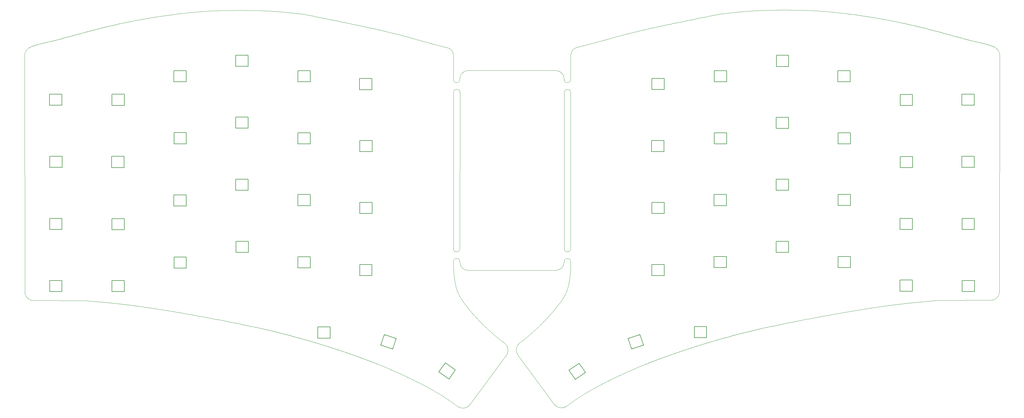
<source format=gbr>
%TF.GenerationSoftware,KiCad,Pcbnew,5.1.10*%
%TF.CreationDate,2021-09-05T22:53:56-04:00*%
%TF.ProjectId,tryptris_pcb,74727970-7472-4697-935f-7063622e6b69,rev?*%
%TF.SameCoordinates,Original*%
%TF.FileFunction,Profile,NP*%
%FSLAX46Y46*%
G04 Gerber Fmt 4.6, Leading zero omitted, Abs format (unit mm)*
G04 Created by KiCad (PCBNEW 5.1.10) date 2021-09-05 22:53:56*
%MOMM*%
%LPD*%
G01*
G04 APERTURE LIST*
%TA.AperFunction,Profile*%
%ADD10C,0.050000*%
%TD*%
%TA.AperFunction,Profile*%
%ADD11C,0.200000*%
%TD*%
%TA.AperFunction,Profile*%
%ADD12C,0.150000*%
%TD*%
G04 APERTURE END LIST*
D10*
X159994600Y-104648000D02*
X159994600Y-104748300D01*
X191973200Y-104641900D02*
X191973200Y-104730000D01*
X159994600Y-48578800D02*
X159994600Y-48766400D01*
X191947800Y-48578800D02*
X191947800Y-48766400D01*
X191979424Y-52793084D02*
G75*
G02*
X193960600Y-52800000I990576J-6916D01*
G01*
X191979419Y-52793900D02*
X191973200Y-100628700D01*
X159994600Y-100634800D02*
X160050000Y-52800000D01*
X162560000Y-107313700D02*
X189407800Y-107295400D01*
X191973200Y-104730000D02*
G75*
G02*
X189407800Y-107295400I-2565400J0D01*
G01*
X162560000Y-107313700D02*
G75*
G02*
X159994600Y-104748300I0J2565400D01*
G01*
X162560000Y-46013400D02*
X189382400Y-46013400D01*
X189382400Y-46013400D02*
G75*
G02*
X191947800Y-48578800I0J-2565400D01*
G01*
X159994600Y-48578800D02*
G75*
G02*
X162560000Y-46013400I2565400J0D01*
G01*
X193954376Y-100635616D02*
G75*
G02*
X191973200Y-100628700I-990576J6916D01*
G01*
X191973200Y-104641900D02*
G75*
G02*
X193954400Y-104641900I990600J0D01*
G01*
X193950641Y-41429874D02*
X193929000Y-48766400D01*
X193929000Y-48766400D02*
G75*
G02*
X191947800Y-48766400I-990600J0D01*
G01*
X158013400Y-104648000D02*
G75*
G02*
X159994600Y-104648000I990600J0D01*
G01*
X159994600Y-100634800D02*
G75*
G02*
X158013400Y-100634800I-990600J0D01*
G01*
X158021411Y-41519866D02*
X158013400Y-48766400D01*
X159994600Y-48766400D02*
G75*
G02*
X158013400Y-48766400I-990600J0D01*
G01*
X158008596Y-52778797D02*
G75*
G02*
X160050000Y-52800000I1020804J-803D01*
G01*
X192632322Y-113884538D02*
X192585075Y-113998306D01*
X192585075Y-113998306D02*
X192536569Y-114111555D01*
X192536569Y-114111555D02*
X192486835Y-114224291D01*
X192486835Y-114224291D02*
X192435899Y-114336519D01*
X192435899Y-114336519D02*
X192383792Y-114448246D01*
X192383792Y-114448246D02*
X192330542Y-114559477D01*
X192330542Y-114559477D02*
X192276177Y-114670219D01*
X192276177Y-114670219D02*
X192220728Y-114780476D01*
X192220728Y-114780476D02*
X192164222Y-114890256D01*
X192164222Y-114890256D02*
X192106688Y-114999564D01*
X192106688Y-114999564D02*
X192048156Y-115108406D01*
X192048156Y-115108406D02*
X191988654Y-115216788D01*
X191988654Y-115216788D02*
X191928212Y-115324716D01*
X191928212Y-115324716D02*
X191866857Y-115432196D01*
X191866857Y-115432196D02*
X191804619Y-115539234D01*
X191804619Y-115539234D02*
X191741526Y-115645835D01*
X191741526Y-115645835D02*
X191677609Y-115752006D01*
X191677609Y-115752006D02*
X191612894Y-115857752D01*
X191612894Y-115857752D02*
X191547412Y-115963080D01*
X191547412Y-115963080D02*
X191481191Y-116067996D01*
X191481191Y-116067996D02*
X191414260Y-116172504D01*
X191414260Y-116172504D02*
X191346647Y-116276612D01*
X191346647Y-116276612D02*
X191278383Y-116380325D01*
X191278383Y-116380325D02*
X191209495Y-116483650D01*
X191209495Y-116483650D02*
X191140012Y-116586591D01*
X191140012Y-116586591D02*
X191069964Y-116689155D01*
X191069964Y-116689155D02*
X190999379Y-116791348D01*
X190999379Y-116791348D02*
X190928286Y-116893176D01*
X190928286Y-116893176D02*
X190856713Y-116994645D01*
X190856713Y-116994645D02*
X190784691Y-117095761D01*
X190784691Y-117095761D02*
X190712247Y-117196529D01*
X190712247Y-117196529D02*
X190639411Y-117296956D01*
X193954400Y-104641900D02*
X193953032Y-104734347D01*
X193953032Y-104734347D02*
X193951728Y-104828234D01*
X193951728Y-104828234D02*
X193950463Y-104923463D01*
X193950463Y-104923463D02*
X193949214Y-105019937D01*
X193949214Y-105019937D02*
X193947956Y-105117559D01*
X193947956Y-105117559D02*
X193946665Y-105216232D01*
X193946665Y-105216232D02*
X193945316Y-105315857D01*
X193945316Y-105315857D02*
X193944612Y-105365998D01*
X193944612Y-105365998D02*
X193943885Y-105416340D01*
X193943885Y-105416340D02*
X193943132Y-105466872D01*
X193943132Y-105466872D02*
X193942349Y-105517581D01*
X193942349Y-105517581D02*
X193941533Y-105568456D01*
X193941533Y-105568456D02*
X193940681Y-105619485D01*
X193940681Y-105619485D02*
X193939791Y-105670655D01*
X193939791Y-105670655D02*
X193938860Y-105721953D01*
X193938860Y-105721953D02*
X193937883Y-105773369D01*
X193937883Y-105773369D02*
X193936859Y-105824890D01*
X193936859Y-105824890D02*
X193935784Y-105876503D01*
X193935784Y-105876503D02*
X193934656Y-105928196D01*
X193934656Y-105928196D02*
X193933470Y-105979959D01*
X193933470Y-105979959D02*
X193932225Y-106031777D01*
X193932225Y-106031777D02*
X193930916Y-106083639D01*
X193930916Y-106083639D02*
X193929542Y-106135534D01*
X193929542Y-106135534D02*
X193928099Y-106187448D01*
X193928099Y-106187448D02*
X193926584Y-106239370D01*
X325295202Y-40664354D02*
X325278566Y-40599427D01*
X325278566Y-40599427D02*
X325259989Y-40534939D01*
X325259989Y-40534939D02*
X325239517Y-40470943D01*
X325239517Y-40470943D02*
X325217195Y-40407492D01*
X325217195Y-40407492D02*
X325193068Y-40344637D01*
X325193068Y-40344637D02*
X325167182Y-40282432D01*
X325167182Y-40282432D02*
X325139581Y-40220928D01*
X325139581Y-40220928D02*
X325110312Y-40160179D01*
X325110312Y-40160179D02*
X325079418Y-40100237D01*
X325079418Y-40100237D02*
X325046947Y-40041154D01*
X325046947Y-40041154D02*
X325024445Y-40002270D01*
X325024445Y-40002270D02*
X324989264Y-39944440D01*
X324989264Y-39944440D02*
X324952617Y-39887574D01*
X324952617Y-39887574D02*
X324914559Y-39831677D01*
X324914559Y-39831677D02*
X324875140Y-39776755D01*
X324875140Y-39776755D02*
X324834415Y-39722815D01*
X324834415Y-39722815D02*
X324792437Y-39669863D01*
X324792437Y-39669863D02*
X324749257Y-39617906D01*
X324749257Y-39617906D02*
X324704929Y-39566949D01*
X324704929Y-39566949D02*
X324659505Y-39516999D01*
X324659505Y-39516999D02*
X324613040Y-39468062D01*
X324613040Y-39468062D02*
X324581510Y-39436004D01*
X324581510Y-39436004D02*
X324536978Y-39392186D01*
X324536978Y-39392186D02*
X324491672Y-39349200D01*
X324491672Y-39349200D02*
X324445639Y-39307000D01*
X324445639Y-39307000D02*
X324398924Y-39265538D01*
X324398924Y-39265538D02*
X324351573Y-39224768D01*
X324351573Y-39224768D02*
X324303633Y-39184643D01*
X324303633Y-39184643D02*
X324255148Y-39145115D01*
X324255148Y-39145115D02*
X324206165Y-39106139D01*
X324206165Y-39106139D02*
X324155420Y-39066704D01*
X324155420Y-39066704D02*
X324104146Y-39027943D01*
X324104146Y-39027943D02*
X324052289Y-38990000D01*
X324052289Y-38990000D02*
X323999796Y-38953019D01*
X323999796Y-38953019D02*
X323946612Y-38917142D01*
X323946612Y-38917142D02*
X323892685Y-38882514D01*
X323892685Y-38882514D02*
X323837962Y-38849278D01*
X323837962Y-38849278D02*
X323782388Y-38817578D01*
X196700641Y-38679874D02*
X196651835Y-38691298D01*
X196651835Y-38691298D02*
X196603036Y-38702740D01*
X196603036Y-38702740D02*
X196554256Y-38714241D01*
X196554256Y-38714241D02*
X196505509Y-38725843D01*
X196505509Y-38725843D02*
X196456807Y-38737587D01*
X196456807Y-38737587D02*
X196408164Y-38749515D01*
X196408164Y-38749515D02*
X196359592Y-38761669D01*
X196359592Y-38761669D02*
X196311105Y-38774091D01*
X317761745Y-37079618D02*
X317412250Y-36996631D01*
X317412250Y-36996631D02*
X317063063Y-36912626D01*
X317063063Y-36912626D02*
X316714168Y-36827649D01*
X316714168Y-36827649D02*
X316365553Y-36741746D01*
X316365553Y-36741746D02*
X316017203Y-36654961D01*
X316017203Y-36654961D02*
X315669104Y-36567342D01*
X315669104Y-36567342D02*
X315321244Y-36478933D01*
X315321244Y-36478933D02*
X314973607Y-36389780D01*
X314973607Y-36389780D02*
X314626181Y-36299929D01*
X314626181Y-36299929D02*
X314278951Y-36209425D01*
X314278951Y-36209425D02*
X313931904Y-36118314D01*
X313931904Y-36118314D02*
X313585025Y-36026642D01*
X313585025Y-36026642D02*
X313238302Y-35934454D01*
X313238302Y-35934454D02*
X312891719Y-35841797D01*
X312891719Y-35841797D02*
X312545265Y-35748715D01*
X312545265Y-35748715D02*
X312198924Y-35655254D01*
X312198924Y-35655254D02*
X311852682Y-35561460D01*
X311852682Y-35561460D02*
X311506527Y-35467379D01*
X311506527Y-35467379D02*
X311160444Y-35373057D01*
X311160444Y-35373057D02*
X310814420Y-35278538D01*
X310814420Y-35278538D02*
X310468440Y-35183869D01*
X310468440Y-35183869D02*
X310122491Y-35089095D01*
X310122491Y-35089095D02*
X309776560Y-34994262D01*
X309776560Y-34994262D02*
X309430631Y-34899416D01*
X309430631Y-34899416D02*
X309084692Y-34804602D01*
X309084692Y-34804602D02*
X308738729Y-34709866D01*
X308738729Y-34709866D02*
X308392728Y-34615253D01*
X308392728Y-34615253D02*
X308046674Y-34520810D01*
X308046674Y-34520810D02*
X307700555Y-34426581D01*
X307700555Y-34426581D02*
X307354357Y-34332613D01*
X307354357Y-34332613D02*
X307008065Y-34238951D01*
X307008065Y-34238951D02*
X306661667Y-34145642D01*
X177794440Y-133282820D02*
X188948137Y-148402853D01*
X325386967Y-41380548D02*
X325381929Y-41312710D01*
X325381929Y-41312710D02*
X325376703Y-41244909D01*
X325376703Y-41244909D02*
X325371096Y-41177183D01*
X325371096Y-41177183D02*
X325364921Y-41109567D01*
X325364921Y-41109567D02*
X325357987Y-41042099D01*
X325357987Y-41042099D02*
X325350104Y-40974816D01*
X325350104Y-40974816D02*
X325341083Y-40907754D01*
X325341083Y-40907754D02*
X325330734Y-40840951D01*
X325330734Y-40840951D02*
X325318867Y-40774443D01*
X325318867Y-40774443D02*
X325305293Y-40708268D01*
X325305293Y-40708268D02*
X325295202Y-40664354D01*
X194044857Y-40716185D02*
X194029543Y-40781579D01*
X194029543Y-40781579D02*
X194016142Y-40847420D01*
X194016142Y-40847420D02*
X194004455Y-40913662D01*
X194004455Y-40913662D02*
X193994285Y-40980258D01*
X193994285Y-40980258D02*
X193985434Y-41047162D01*
X193985434Y-41047162D02*
X193977704Y-41114328D01*
X193977704Y-41114328D02*
X193970897Y-41181709D01*
X193970897Y-41181709D02*
X193964816Y-41249260D01*
X193964816Y-41249260D02*
X193959262Y-41316935D01*
X193959262Y-41316935D02*
X193954038Y-41384686D01*
X193954038Y-41384686D02*
X193950641Y-41429874D01*
X324496595Y-115646550D02*
X324543744Y-115598188D01*
X324543744Y-115598188D02*
X324589665Y-115548646D01*
X324589665Y-115548646D02*
X324634348Y-115497960D01*
X324634348Y-115497960D02*
X324677782Y-115446167D01*
X324677782Y-115446167D02*
X324719957Y-115393303D01*
X324719957Y-115393303D02*
X324760860Y-115339404D01*
X324760860Y-115339404D02*
X324800483Y-115284508D01*
X324800483Y-115284508D02*
X324838813Y-115228651D01*
X324838813Y-115228651D02*
X324875840Y-115171869D01*
X324875840Y-115171869D02*
X324911554Y-115114198D01*
X324911554Y-115114198D02*
X324934629Y-115075276D01*
X194318063Y-40056606D02*
X194285279Y-40115761D01*
X194285279Y-40115761D02*
X194253727Y-40175501D01*
X194253727Y-40175501D02*
X194223494Y-40235814D01*
X194223494Y-40235814D02*
X194194666Y-40296691D01*
X194194666Y-40296691D02*
X194167331Y-40358122D01*
X194167331Y-40358122D02*
X194141577Y-40420095D01*
X194141577Y-40420095D02*
X194117491Y-40482602D01*
X194117491Y-40482602D02*
X194095160Y-40545631D01*
X194095160Y-40545631D02*
X194074672Y-40609172D01*
X194074672Y-40609172D02*
X194056114Y-40673215D01*
X194056114Y-40673215D02*
X194044857Y-40716185D01*
X190639411Y-117296956D02*
X190558700Y-117407264D01*
X190558700Y-117407264D02*
X190477556Y-117517173D01*
X190477556Y-117517173D02*
X190395987Y-117626690D01*
X190395987Y-117626690D02*
X190314000Y-117735824D01*
X190314000Y-117735824D02*
X190231604Y-117844584D01*
X190231604Y-117844584D02*
X190148808Y-117952976D01*
X190148808Y-117952976D02*
X190065619Y-118061010D01*
X190065619Y-118061010D02*
X189982045Y-118168693D01*
X189982045Y-118168693D02*
X189898095Y-118276034D01*
X189898095Y-118276034D02*
X189813777Y-118383041D01*
X189813777Y-118383041D02*
X189729099Y-118489721D01*
X189729099Y-118489721D02*
X189644070Y-118596084D01*
X189644070Y-118596084D02*
X189558697Y-118702137D01*
X189558697Y-118702137D02*
X189472988Y-118807889D01*
X189472988Y-118807889D02*
X189386953Y-118913347D01*
X189386953Y-118913347D02*
X189300599Y-119018520D01*
X189300599Y-119018520D02*
X189213935Y-119123416D01*
X189213935Y-119123416D02*
X189126967Y-119228043D01*
X189126967Y-119228043D02*
X189039706Y-119332409D01*
X189039706Y-119332409D02*
X188952159Y-119436523D01*
X188952159Y-119436523D02*
X188864334Y-119540392D01*
X188864334Y-119540392D02*
X188776239Y-119644025D01*
X188776239Y-119644025D02*
X188687883Y-119747430D01*
X188687883Y-119747430D02*
X188599273Y-119850615D01*
X188599273Y-119850615D02*
X188510419Y-119953588D01*
X188510419Y-119953588D02*
X188421327Y-120056357D01*
X188421327Y-120056357D02*
X188332007Y-120158932D01*
X188332007Y-120158932D02*
X188242467Y-120261319D01*
X188242467Y-120261319D02*
X188152714Y-120363526D01*
X188152714Y-120363526D02*
X188062758Y-120465563D01*
X188062758Y-120465563D02*
X187972605Y-120567437D01*
X187972605Y-120567437D02*
X187882266Y-120669157D01*
X290008038Y-118268509D02*
X290188571Y-118243626D01*
X290188571Y-118243626D02*
X290369121Y-118218863D01*
X290369121Y-118218863D02*
X290549688Y-118194221D01*
X290549688Y-118194221D02*
X290730272Y-118169699D01*
X290730272Y-118169699D02*
X290910872Y-118145299D01*
X290910872Y-118145299D02*
X291091488Y-118121020D01*
X291091488Y-118121020D02*
X291272122Y-118096865D01*
X291272122Y-118096865D02*
X291452771Y-118072834D01*
X291452771Y-118072834D02*
X291633438Y-118048926D01*
X291633438Y-118048926D02*
X291814121Y-118025144D01*
X291814121Y-118025144D02*
X291994820Y-118001488D01*
X291994820Y-118001488D02*
X292175536Y-117977957D01*
X292175536Y-117977957D02*
X292356269Y-117954554D01*
X292356269Y-117954554D02*
X292537017Y-117931278D01*
X292537017Y-117931278D02*
X292717783Y-117908131D01*
X292717783Y-117908131D02*
X292898565Y-117885113D01*
X292898565Y-117885113D02*
X293079363Y-117862225D01*
X293079363Y-117862225D02*
X293260177Y-117839467D01*
X293260177Y-117839467D02*
X293441008Y-117816841D01*
X293441008Y-117816841D02*
X293621856Y-117794346D01*
X293621856Y-117794346D02*
X293802720Y-117771984D01*
X293802720Y-117771984D02*
X293983600Y-117749755D01*
X293983600Y-117749755D02*
X294164496Y-117727660D01*
X294164496Y-117727660D02*
X294345409Y-117705700D01*
X294345409Y-117705700D02*
X294526338Y-117683875D01*
X294526338Y-117683875D02*
X294707283Y-117662186D01*
X294707283Y-117662186D02*
X294888245Y-117640633D01*
X294888245Y-117640633D02*
X295069222Y-117619218D01*
X295069222Y-117619218D02*
X295250216Y-117597941D01*
X295250216Y-117597941D02*
X295431227Y-117576803D01*
X295431227Y-117576803D02*
X295612253Y-117555804D01*
X295612253Y-117555804D02*
X295793296Y-117534946D01*
X295793296Y-117534946D02*
X295969343Y-117514799D01*
X295969343Y-117514799D02*
X296145406Y-117494784D01*
X296145406Y-117494784D02*
X296321483Y-117474901D01*
X296321483Y-117474901D02*
X296497576Y-117455148D01*
X296497576Y-117455148D02*
X296673682Y-117435525D01*
X296673682Y-117435525D02*
X296849803Y-117416030D01*
X296849803Y-117416030D02*
X297025939Y-117396662D01*
X297025939Y-117396662D02*
X297202088Y-117377421D01*
X297202088Y-117377421D02*
X297378251Y-117358306D01*
X297378251Y-117358306D02*
X297554427Y-117339315D01*
X297554427Y-117339315D02*
X297730617Y-117320448D01*
X297730617Y-117320448D02*
X297906820Y-117301704D01*
X297906820Y-117301704D02*
X298083036Y-117283082D01*
X298083036Y-117283082D02*
X298259265Y-117264580D01*
X298259265Y-117264580D02*
X298435506Y-117246199D01*
X298435506Y-117246199D02*
X298611760Y-117227937D01*
X298611760Y-117227937D02*
X298788026Y-117209793D01*
X298788026Y-117209793D02*
X298964304Y-117191766D01*
X298964304Y-117191766D02*
X299140594Y-117173855D01*
X299140594Y-117173855D02*
X299316896Y-117156060D01*
X299316896Y-117156060D02*
X299493209Y-117138379D01*
X299493209Y-117138379D02*
X299669533Y-117120811D01*
X299669533Y-117120811D02*
X299845868Y-117103356D01*
X299845868Y-117103356D02*
X300022214Y-117086013D01*
X300022214Y-117086013D02*
X300198571Y-117068780D01*
X300198571Y-117068780D02*
X300374939Y-117051657D01*
X300374939Y-117051657D02*
X300551317Y-117034643D01*
X300551317Y-117034643D02*
X300727704Y-117017736D01*
X300727704Y-117017736D02*
X300904102Y-117000936D01*
X300904102Y-117000936D02*
X301080510Y-116984243D01*
X301080510Y-116984243D02*
X301256927Y-116967654D01*
X301256927Y-116967654D02*
X301433354Y-116951170D01*
X181931669Y-126620457D02*
X181856222Y-126686286D01*
X181856222Y-126686286D02*
X181780651Y-126751973D01*
X181780651Y-126751973D02*
X181704956Y-126817519D01*
X181704956Y-126817519D02*
X181629137Y-126882923D01*
X181629137Y-126882923D02*
X181553196Y-126948186D01*
X181553196Y-126948186D02*
X181477132Y-127013307D01*
X181477132Y-127013307D02*
X181400947Y-127078286D01*
X181400947Y-127078286D02*
X181324640Y-127143123D01*
X181324640Y-127143123D02*
X181248212Y-127207819D01*
X181248212Y-127207819D02*
X181171664Y-127272372D01*
X181171664Y-127272372D02*
X181094995Y-127336784D01*
X181094995Y-127336784D02*
X181018208Y-127401053D01*
X181018208Y-127401053D02*
X180941301Y-127465180D01*
X180941301Y-127465180D02*
X180864276Y-127529165D01*
X180864276Y-127529165D02*
X180787133Y-127593008D01*
X180787133Y-127593008D02*
X180709873Y-127656709D01*
X180709873Y-127656709D02*
X180632495Y-127720267D01*
X180632495Y-127720267D02*
X180555002Y-127783683D01*
X180555002Y-127783683D02*
X180477392Y-127846957D01*
X180477392Y-127846957D02*
X180399667Y-127910088D01*
X180399667Y-127910088D02*
X180321827Y-127973076D01*
X180321827Y-127973076D02*
X180243873Y-128035922D01*
X180243873Y-128035922D02*
X180165804Y-128098625D01*
X180165804Y-128098625D02*
X180087623Y-128161186D01*
X180087623Y-128161186D02*
X180009328Y-128223604D01*
X180009328Y-128223604D02*
X179930921Y-128285879D01*
X179930921Y-128285879D02*
X179852402Y-128348011D01*
X179852402Y-128348011D02*
X179773771Y-128410000D01*
X179773771Y-128410000D02*
X179695030Y-128471846D01*
X179695030Y-128471846D02*
X179616178Y-128533549D01*
X179616178Y-128533549D02*
X179537216Y-128595110D01*
X179537216Y-128595110D02*
X179458145Y-128656527D01*
X209894935Y-35134928D02*
X209482343Y-35244413D01*
X209482343Y-35244413D02*
X209070005Y-35354870D01*
X209070005Y-35354870D02*
X208657896Y-35466212D01*
X208657896Y-35466212D02*
X208245992Y-35578349D01*
X208245992Y-35578349D02*
X207834271Y-35691191D01*
X207834271Y-35691191D02*
X207422709Y-35804651D01*
X207422709Y-35804651D02*
X207011282Y-35918639D01*
X207011282Y-35918639D02*
X206599967Y-36033066D01*
X206599967Y-36033066D02*
X206188739Y-36147843D01*
X206188739Y-36147843D02*
X205777576Y-36262882D01*
X205777576Y-36262882D02*
X205366455Y-36378093D01*
X205366455Y-36378093D02*
X204955350Y-36493388D01*
X204955350Y-36493388D02*
X204544239Y-36608677D01*
X204544239Y-36608677D02*
X204133099Y-36723872D01*
X204133099Y-36723872D02*
X203721905Y-36838884D01*
X203721905Y-36838884D02*
X203310635Y-36953623D01*
X203310635Y-36953623D02*
X202899264Y-37068002D01*
X202899264Y-37068002D02*
X202487769Y-37181930D01*
X202487769Y-37181930D02*
X202076127Y-37295320D01*
X202076127Y-37295320D02*
X201664314Y-37408081D01*
X201664314Y-37408081D02*
X201252306Y-37520126D01*
X201252306Y-37520126D02*
X200840080Y-37631365D01*
X200840080Y-37631365D02*
X200427613Y-37741709D01*
X200427613Y-37741709D02*
X200014880Y-37851069D01*
X200014880Y-37851069D02*
X199601858Y-37959358D01*
X199601858Y-37959358D02*
X199188524Y-38066484D01*
X199188524Y-38066484D02*
X198774854Y-38172360D01*
X198774854Y-38172360D02*
X198360824Y-38276897D01*
X198360824Y-38276897D02*
X197946412Y-38380006D01*
X197946412Y-38380006D02*
X197531593Y-38481598D01*
X197531593Y-38481598D02*
X197116343Y-38581583D01*
X197116343Y-38581583D02*
X196700641Y-38679874D01*
X301433354Y-116951170D02*
X301595007Y-116936156D01*
X301595007Y-116936156D02*
X301756668Y-116921227D01*
X301756668Y-116921227D02*
X301918337Y-116906378D01*
X301918337Y-116906378D02*
X302080012Y-116891609D01*
X302080012Y-116891609D02*
X302241694Y-116876915D01*
X302241694Y-116876915D02*
X302403383Y-116862294D01*
X302403383Y-116862294D02*
X302565078Y-116847743D01*
X302565078Y-116847743D02*
X302726779Y-116833260D01*
X302726779Y-116833260D02*
X302888486Y-116818842D01*
X302888486Y-116818842D02*
X303050198Y-116804486D01*
X303050198Y-116804486D02*
X303211915Y-116790190D01*
X303211915Y-116790190D02*
X303373638Y-116775950D01*
X303373638Y-116775950D02*
X303535365Y-116761765D01*
X303535365Y-116761765D02*
X303697097Y-116747631D01*
X303697097Y-116747631D02*
X303858833Y-116733546D01*
X303858833Y-116733546D02*
X304020574Y-116719507D01*
X304020574Y-116719507D02*
X304182318Y-116705511D01*
X304182318Y-116705511D02*
X304344066Y-116691555D01*
X304344066Y-116691555D02*
X304505817Y-116677638D01*
X304505817Y-116677638D02*
X304667571Y-116663756D01*
X304667571Y-116663756D02*
X304829328Y-116649906D01*
X304829328Y-116649906D02*
X304991088Y-116636086D01*
X304991088Y-116636086D02*
X305152851Y-116622293D01*
X305152851Y-116622293D02*
X305314615Y-116608524D01*
X305314615Y-116608524D02*
X305476381Y-116594777D01*
X305476381Y-116594777D02*
X305638149Y-116581049D01*
X305638149Y-116581049D02*
X305799919Y-116567337D01*
X305799919Y-116567337D02*
X305961690Y-116553639D01*
X305961690Y-116553639D02*
X306123461Y-116539951D01*
X306123461Y-116539951D02*
X306285234Y-116526272D01*
X306285234Y-116526272D02*
X306447006Y-116512598D01*
X306447006Y-116512598D02*
X306608780Y-116498927D01*
X306608780Y-116498927D02*
X322552053Y-116452008D01*
X193609567Y-109970880D02*
X193591381Y-110096222D01*
X193591381Y-110096222D02*
X193572657Y-110221536D01*
X193572657Y-110221536D02*
X193553370Y-110346804D01*
X193553370Y-110346804D02*
X193533493Y-110472010D01*
X193533493Y-110472010D02*
X193513001Y-110597136D01*
X193513001Y-110597136D02*
X193491867Y-110722167D01*
X193491867Y-110722167D02*
X193470065Y-110847085D01*
X193470065Y-110847085D02*
X193447571Y-110971874D01*
X193447571Y-110971874D02*
X193424357Y-111096516D01*
X193424357Y-111096516D02*
X193400398Y-111220996D01*
X193400398Y-111220996D02*
X193375668Y-111345297D01*
X193375668Y-111345297D02*
X193350141Y-111469401D01*
X193350141Y-111469401D02*
X193323792Y-111593292D01*
X193323792Y-111593292D02*
X193296593Y-111716954D01*
X193296593Y-111716954D02*
X193268520Y-111840369D01*
X193268520Y-111840369D02*
X193239546Y-111963521D01*
X193239546Y-111963521D02*
X193209645Y-112086394D01*
X193209645Y-112086394D02*
X193178792Y-112208970D01*
X193178792Y-112208970D02*
X193146960Y-112331233D01*
X193146960Y-112331233D02*
X193114125Y-112453165D01*
X193114125Y-112453165D02*
X193080259Y-112574752D01*
X193080259Y-112574752D02*
X193045336Y-112695974D01*
X193045336Y-112695974D02*
X193009332Y-112816817D01*
X193009332Y-112816817D02*
X192972220Y-112937263D01*
X192972220Y-112937263D02*
X192933973Y-113057295D01*
X192933973Y-113057295D02*
X192894567Y-113176897D01*
X192894567Y-113176897D02*
X192853975Y-113296052D01*
X192853975Y-113296052D02*
X192812171Y-113414743D01*
X192812171Y-113414743D02*
X192769130Y-113532954D01*
X192769130Y-113532954D02*
X192724825Y-113650668D01*
X192724825Y-113650668D02*
X192679231Y-113767868D01*
X192679231Y-113767868D02*
X192632322Y-113884538D01*
X322552053Y-116452008D02*
X322619732Y-116446819D01*
X322619732Y-116446819D02*
X322687370Y-116441437D01*
X322687370Y-116441437D02*
X322754926Y-116435667D01*
X322754926Y-116435667D02*
X322822359Y-116429315D01*
X322822359Y-116429315D02*
X322889628Y-116422188D01*
X322889628Y-116422188D02*
X322956692Y-116414091D01*
X322956692Y-116414091D02*
X323023509Y-116404831D01*
X323023509Y-116404831D02*
X323090040Y-116394214D01*
X323090040Y-116394214D02*
X323156243Y-116382045D01*
X323156243Y-116382045D02*
X323222077Y-116368131D01*
X323222077Y-116368131D02*
X323265741Y-116357791D01*
X323265741Y-116357791D02*
X323330331Y-116340732D01*
X323330331Y-116340732D02*
X323394456Y-116321708D01*
X323394456Y-116321708D02*
X323458079Y-116300785D01*
X323458079Y-116300785D02*
X323521164Y-116278032D01*
X323521164Y-116278032D02*
X323583674Y-116253516D01*
X323583674Y-116253516D02*
X323645574Y-116227306D01*
X323645574Y-116227306D02*
X323706829Y-116199469D01*
X323706829Y-116199469D02*
X323767401Y-116170074D01*
X323767401Y-116170074D02*
X323827255Y-116139188D01*
X323827255Y-116139188D02*
X323886356Y-116106880D01*
X323886356Y-116106880D02*
X323925320Y-116084584D01*
X325302052Y-113702008D02*
X325386967Y-41380548D01*
X179458145Y-128656527D02*
X179393889Y-128706270D01*
X179393889Y-128706270D02*
X179329566Y-128755924D01*
X179329566Y-128755924D02*
X179265181Y-128805497D01*
X179265181Y-128805497D02*
X179200737Y-128854992D01*
X179200737Y-128854992D02*
X179136239Y-128904417D01*
X179136239Y-128904417D02*
X179071692Y-128953777D01*
X179071692Y-128953777D02*
X179007100Y-129003078D01*
X179007100Y-129003078D02*
X178942468Y-129052327D01*
X178942468Y-129052327D02*
X178877800Y-129101527D01*
X178877800Y-129101527D02*
X178813100Y-129150687D01*
X178813100Y-129150687D02*
X178748374Y-129199811D01*
X178748374Y-129199811D02*
X178683625Y-129248906D01*
X178683625Y-129248906D02*
X178618858Y-129297977D01*
X178618858Y-129297977D02*
X178554078Y-129347031D01*
X178554078Y-129347031D02*
X178489288Y-129396073D01*
X178489288Y-129396073D02*
X178424495Y-129445109D01*
D11*
X325302052Y-113702008D02*
X325302052Y-113702008D01*
D10*
X323925320Y-116084584D02*
X323983562Y-116049751D01*
X323983562Y-116049751D02*
X324040941Y-116013598D01*
X324040941Y-116013598D02*
X324097419Y-115976136D01*
X324097419Y-115976136D02*
X324152960Y-115937373D01*
X324152960Y-115937373D02*
X324207528Y-115897323D01*
X324207528Y-115897323D02*
X324261086Y-115855994D01*
X324261086Y-115855994D02*
X324313597Y-115813399D01*
X324313597Y-115813399D02*
X324365025Y-115769547D01*
X324365025Y-115769547D02*
X324415334Y-115724450D01*
X324415334Y-115724450D02*
X324464486Y-115678118D01*
X324464486Y-115678118D02*
X324496595Y-115646550D01*
X276982606Y-120329880D02*
X277388652Y-120259297D01*
X277388652Y-120259297D02*
X277794753Y-120189012D01*
X277794753Y-120189012D02*
X278200909Y-120119034D01*
X278200909Y-120119034D02*
X278607122Y-120049375D01*
X278607122Y-120049375D02*
X279013392Y-119980044D01*
X279013392Y-119980044D02*
X279419721Y-119911050D01*
X279419721Y-119911050D02*
X279826109Y-119842404D01*
X279826109Y-119842404D02*
X280232558Y-119774117D01*
X280232558Y-119774117D02*
X280639068Y-119706196D01*
X280639068Y-119706196D02*
X281045640Y-119638654D01*
X281045640Y-119638654D02*
X281452276Y-119571499D01*
X281452276Y-119571499D02*
X281858976Y-119504743D01*
X281858976Y-119504743D02*
X282265742Y-119438394D01*
X282265742Y-119438394D02*
X282672574Y-119372462D01*
X282672574Y-119372462D02*
X283079473Y-119306958D01*
X283079473Y-119306958D02*
X283486441Y-119241893D01*
X283486441Y-119241893D02*
X283893478Y-119177274D01*
X283893478Y-119177274D02*
X284300585Y-119113113D01*
X284300585Y-119113113D02*
X284707764Y-119049420D01*
X284707764Y-119049420D02*
X285115015Y-118986205D01*
X285115015Y-118986205D02*
X285522340Y-118923477D01*
X285522340Y-118923477D02*
X285929739Y-118861247D01*
X285929739Y-118861247D02*
X286337213Y-118799524D01*
X286337213Y-118799524D02*
X286744764Y-118738319D01*
X286744764Y-118738319D02*
X287152392Y-118677642D01*
X287152392Y-118677642D02*
X287560098Y-118617502D01*
X287560098Y-118617502D02*
X287967884Y-118557909D01*
X287967884Y-118557909D02*
X288375750Y-118498874D01*
X288375750Y-118498874D02*
X288783697Y-118440406D01*
X288783697Y-118440406D02*
X289191727Y-118382516D01*
X289191727Y-118382516D02*
X289599840Y-118325214D01*
X289599840Y-118325214D02*
X290008038Y-118268509D01*
X324934629Y-115075276D02*
X324967848Y-115016697D01*
X324967848Y-115016697D02*
X324999690Y-114957342D01*
X324999690Y-114957342D02*
X325030087Y-114897244D01*
X325030087Y-114897244D02*
X325058970Y-114836440D01*
X325058970Y-114836440D02*
X325086272Y-114774967D01*
X325086272Y-114774967D02*
X325111925Y-114712859D01*
X325111925Y-114712859D02*
X325135860Y-114650153D01*
X325135860Y-114650153D02*
X325158011Y-114586885D01*
X325158011Y-114586885D02*
X325178308Y-114523091D01*
X325178308Y-114523091D02*
X325196685Y-114458807D01*
X325196685Y-114458807D02*
X325207836Y-114415697D01*
X195444440Y-146940219D02*
X195681476Y-146778847D01*
X195681476Y-146778847D02*
X195919415Y-146618724D01*
X195919415Y-146618724D02*
X196158233Y-146459828D01*
X196158233Y-146459828D02*
X196397911Y-146302135D01*
X196397911Y-146302135D02*
X196638427Y-146145621D01*
X196638427Y-146145621D02*
X196879759Y-145990264D01*
X196879759Y-145990264D02*
X197121887Y-145836041D01*
X197121887Y-145836041D02*
X197364789Y-145682928D01*
X197364789Y-145682928D02*
X197608445Y-145530902D01*
X197608445Y-145530902D02*
X197852832Y-145379940D01*
X197852832Y-145379940D02*
X198097930Y-145230019D01*
X198097930Y-145230019D02*
X198343717Y-145081115D01*
X198343717Y-145081115D02*
X198590173Y-144933206D01*
X198590173Y-144933206D02*
X198837275Y-144786268D01*
X198837275Y-144786268D02*
X199085004Y-144640279D01*
X199085004Y-144640279D02*
X199333337Y-144495214D01*
X199333337Y-144495214D02*
X199582253Y-144351051D01*
X199582253Y-144351051D02*
X199831732Y-144207767D01*
X199831732Y-144207767D02*
X200081751Y-144065338D01*
X200081751Y-144065338D02*
X200332291Y-143923741D01*
X200332291Y-143923741D02*
X200583329Y-143782953D01*
X200583329Y-143782953D02*
X200834844Y-143642952D01*
X200834844Y-143642952D02*
X201086815Y-143503713D01*
X201086815Y-143503713D02*
X201339221Y-143365213D01*
X201339221Y-143365213D02*
X201592041Y-143227430D01*
X201592041Y-143227430D02*
X201845254Y-143090340D01*
X201845254Y-143090340D02*
X202098837Y-142953921D01*
X202098837Y-142953921D02*
X202352771Y-142818148D01*
X202352771Y-142818148D02*
X202607034Y-142682999D01*
X202607034Y-142682999D02*
X202861604Y-142548450D01*
X202861604Y-142548450D02*
X203116461Y-142414479D01*
X203116461Y-142414479D02*
X203371583Y-142281063D01*
X224739978Y-31731440D02*
X224273955Y-31828780D01*
X224273955Y-31828780D02*
X223807971Y-31926351D01*
X223807971Y-31926351D02*
X223342034Y-32024188D01*
X223342034Y-32024188D02*
X222876154Y-32122326D01*
X222876154Y-32122326D02*
X222410342Y-32220800D01*
X222410342Y-32220800D02*
X221944608Y-32319644D01*
X221944608Y-32319644D02*
X221478960Y-32418895D01*
X221478960Y-32418895D02*
X221013409Y-32518588D01*
X221013409Y-32518588D02*
X220547965Y-32618757D01*
X220547965Y-32618757D02*
X220082638Y-32719437D01*
X220082638Y-32719437D02*
X219617438Y-32820664D01*
X219617438Y-32820664D02*
X219152373Y-32922473D01*
X219152373Y-32922473D02*
X218687456Y-33024899D01*
X218687456Y-33024899D02*
X218222694Y-33127977D01*
X218222694Y-33127977D02*
X217758098Y-33231743D01*
X217758098Y-33231743D02*
X217293678Y-33336230D01*
X217293678Y-33336230D02*
X216829444Y-33441475D01*
X216829444Y-33441475D02*
X216365406Y-33547513D01*
X216365406Y-33547513D02*
X215901573Y-33654378D01*
X215901573Y-33654378D02*
X215437956Y-33762106D01*
X215437956Y-33762106D02*
X214974563Y-33870732D01*
X214974563Y-33870732D02*
X214511406Y-33980291D01*
X214511406Y-33980291D02*
X214048494Y-34090819D01*
X214048494Y-34090819D02*
X213585836Y-34202349D01*
X213585836Y-34202349D02*
X213123444Y-34314918D01*
X213123444Y-34314918D02*
X212661325Y-34428561D01*
X212661325Y-34428561D02*
X212199492Y-34543312D01*
X212199492Y-34543312D02*
X211737952Y-34659207D01*
X211737952Y-34659207D02*
X211276717Y-34776281D01*
X211276717Y-34776281D02*
X210815796Y-34894569D01*
X210815796Y-34894569D02*
X210355198Y-35014106D01*
X210355198Y-35014106D02*
X209894935Y-35134928D01*
X249943916Y-27712582D02*
X249623178Y-27732588D01*
X249623178Y-27732588D02*
X249302503Y-27753566D01*
X249302503Y-27753566D02*
X248981889Y-27775482D01*
X248981889Y-27775482D02*
X248661334Y-27798306D01*
X248661334Y-27798306D02*
X248340835Y-27822007D01*
X248340835Y-27822007D02*
X248020392Y-27846553D01*
X248020392Y-27846553D02*
X247700001Y-27871913D01*
X247700001Y-27871913D02*
X247379661Y-27898055D01*
X247379661Y-27898055D02*
X247059369Y-27924949D01*
X247059369Y-27924949D02*
X246739125Y-27952563D01*
X246739125Y-27952563D02*
X246418924Y-27980865D01*
X246418924Y-27980865D02*
X246098767Y-28009825D01*
X246098767Y-28009825D02*
X245778650Y-28039411D01*
X245778650Y-28039411D02*
X245458572Y-28069592D01*
X245458572Y-28069592D02*
X245138530Y-28100336D01*
X245138530Y-28100336D02*
X244818523Y-28131612D01*
X244818523Y-28131612D02*
X244498548Y-28163389D01*
X244498548Y-28163389D02*
X244178603Y-28195636D01*
X244178603Y-28195636D02*
X243858687Y-28228321D01*
X243858687Y-28228321D02*
X243538798Y-28261413D01*
X243538798Y-28261413D02*
X243218932Y-28294880D01*
X243218932Y-28294880D02*
X242899089Y-28328692D01*
X242899089Y-28328692D02*
X242579267Y-28362817D01*
X242579267Y-28362817D02*
X242259462Y-28397224D01*
X242259462Y-28397224D02*
X241939674Y-28431881D01*
X241939674Y-28431881D02*
X241619900Y-28466757D01*
X241619900Y-28466757D02*
X241300138Y-28501821D01*
X241300138Y-28501821D02*
X240980386Y-28537042D01*
X240980386Y-28537042D02*
X240660643Y-28572388D01*
X240660643Y-28572388D02*
X240340905Y-28607828D01*
X240340905Y-28607828D02*
X240021172Y-28643330D01*
X240021172Y-28643330D02*
X239701441Y-28678864D01*
X203371583Y-142281063D02*
X203778197Y-142069788D01*
X203778197Y-142069788D02*
X204185427Y-141859856D01*
X204185427Y-141859856D02*
X204593266Y-141651260D01*
X204593266Y-141651260D02*
X205001713Y-141443997D01*
X205001713Y-141443997D02*
X205410763Y-141238063D01*
X205410763Y-141238063D02*
X205820411Y-141033454D01*
X205820411Y-141033454D02*
X206230655Y-140830164D01*
X206230655Y-140830164D02*
X206641490Y-140628190D01*
X206641490Y-140628190D02*
X207052913Y-140427528D01*
X207052913Y-140427528D02*
X207464919Y-140228174D01*
X207464919Y-140228174D02*
X207877506Y-140030123D01*
X207877506Y-140030123D02*
X208290668Y-139833370D01*
X208290668Y-139833370D02*
X208704403Y-139637912D01*
X208704403Y-139637912D02*
X209118706Y-139443745D01*
X209118706Y-139443745D02*
X209533573Y-139250864D01*
X209533573Y-139250864D02*
X209949001Y-139059265D01*
X209949001Y-139059265D02*
X210364986Y-138868944D01*
X210364986Y-138868944D02*
X210781524Y-138679896D01*
X210781524Y-138679896D02*
X211198611Y-138492118D01*
X211198611Y-138492118D02*
X211616244Y-138305604D01*
X211616244Y-138305604D02*
X212034418Y-138120351D01*
X212034418Y-138120351D02*
X212453129Y-137936355D01*
X212453129Y-137936355D02*
X212872374Y-137753611D01*
X212872374Y-137753611D02*
X213292150Y-137572116D01*
X213292150Y-137572116D02*
X213712451Y-137391864D01*
X213712451Y-137391864D02*
X214133275Y-137212851D01*
X214133275Y-137212851D02*
X214554617Y-137035074D01*
X214554617Y-137035074D02*
X214976474Y-136858528D01*
X214976474Y-136858528D02*
X215398841Y-136683209D01*
X215398841Y-136683209D02*
X215821715Y-136509113D01*
X215821715Y-136509113D02*
X216245093Y-136336234D01*
X216245093Y-136336234D02*
X216668970Y-136164571D01*
X260198863Y-27479550D02*
X259878137Y-27478571D01*
X259878137Y-27478571D02*
X259557405Y-27477905D01*
X259557405Y-27477905D02*
X259236670Y-27477573D01*
X259236670Y-27477573D02*
X258915933Y-27477599D01*
X258915933Y-27477599D02*
X258595196Y-27478002D01*
X258595196Y-27478002D02*
X258274463Y-27478807D01*
X258274463Y-27478807D02*
X257953735Y-27480034D01*
X257953735Y-27480034D02*
X257633014Y-27481706D01*
X257633014Y-27481706D02*
X257312303Y-27483845D01*
X257312303Y-27483845D02*
X256991605Y-27486473D01*
X256991605Y-27486473D02*
X256670921Y-27489612D01*
X256670921Y-27489612D02*
X256350253Y-27493283D01*
X256350253Y-27493283D02*
X256029605Y-27497510D01*
X256029605Y-27497510D02*
X255708977Y-27502314D01*
X255708977Y-27502314D02*
X255388373Y-27507717D01*
X255388373Y-27507717D02*
X255067795Y-27513741D01*
X255067795Y-27513741D02*
X254747245Y-27520408D01*
X254747245Y-27520408D02*
X254426726Y-27527740D01*
X254426726Y-27527740D02*
X254106239Y-27535760D01*
X254106239Y-27535760D02*
X253785787Y-27544488D01*
X253785787Y-27544488D02*
X253465372Y-27553949D01*
X253465372Y-27553949D02*
X253144997Y-27564162D01*
X253144997Y-27564162D02*
X252824663Y-27575151D01*
X252824663Y-27575151D02*
X252504373Y-27586937D01*
X252504373Y-27586937D02*
X252184130Y-27599543D01*
X252184130Y-27599543D02*
X251863935Y-27612991D01*
X251863935Y-27612991D02*
X251543792Y-27627302D01*
X251543792Y-27627302D02*
X251223701Y-27642498D01*
X251223701Y-27642498D02*
X250903666Y-27658602D01*
X250903666Y-27658602D02*
X250583688Y-27675636D01*
X250583688Y-27675636D02*
X250263771Y-27693622D01*
X250263771Y-27693622D02*
X249943916Y-27712582D01*
X216668970Y-136164571D02*
X217036995Y-136016666D01*
X217036995Y-136016666D02*
X217405387Y-135869659D01*
X217405387Y-135869659D02*
X217774139Y-135723538D01*
X217774139Y-135723538D02*
X218143244Y-135578291D01*
X218143244Y-135578291D02*
X218512695Y-135433905D01*
X218512695Y-135433905D02*
X218882488Y-135290368D01*
X218882488Y-135290368D02*
X219252614Y-135147669D01*
X219252614Y-135147669D02*
X219623067Y-135005794D01*
X219623067Y-135005794D02*
X219993841Y-134864732D01*
X219993841Y-134864732D02*
X220364930Y-134724470D01*
X220364930Y-134724470D02*
X220736328Y-134584997D01*
X220736328Y-134584997D02*
X221108026Y-134446300D01*
X221108026Y-134446300D02*
X221480020Y-134308367D01*
X221480020Y-134308367D02*
X221852303Y-134171186D01*
X221852303Y-134171186D02*
X222224868Y-134034745D01*
X222224868Y-134034745D02*
X222597709Y-133899031D01*
X222597709Y-133899031D02*
X222970819Y-133764032D01*
X222970819Y-133764032D02*
X223344192Y-133629737D01*
X223344192Y-133629737D02*
X223717821Y-133496133D01*
X223717821Y-133496133D02*
X224091701Y-133363207D01*
X224091701Y-133363207D02*
X224465824Y-133230949D01*
X224465824Y-133230949D02*
X224840184Y-133099344D01*
X224840184Y-133099344D02*
X225214775Y-132968383D01*
X225214775Y-132968383D02*
X225589590Y-132838051D01*
X225589590Y-132838051D02*
X225964623Y-132708337D01*
X225964623Y-132708337D02*
X226339867Y-132579229D01*
X226339867Y-132579229D02*
X226715316Y-132450715D01*
X226715316Y-132450715D02*
X227090963Y-132322782D01*
X227090963Y-132322782D02*
X227466802Y-132195419D01*
X227466802Y-132195419D02*
X227842827Y-132068612D01*
X227842827Y-132068612D02*
X228219030Y-131942351D01*
X228219030Y-131942351D02*
X228595407Y-131816623D01*
X268798574Y-27689777D02*
X268530172Y-27675548D01*
X268530172Y-27675548D02*
X268261741Y-27661952D01*
X268261741Y-27661952D02*
X267993281Y-27648975D01*
X267993281Y-27648975D02*
X267724793Y-27636601D01*
X267724793Y-27636601D02*
X267456278Y-27624819D01*
X267456278Y-27624819D02*
X267187737Y-27613613D01*
X267187737Y-27613613D02*
X266919169Y-27602970D01*
X266919169Y-27602970D02*
X266650577Y-27592877D01*
X266650577Y-27592877D02*
X266381961Y-27583319D01*
X266381961Y-27583319D02*
X266113321Y-27574283D01*
X266113321Y-27574283D02*
X265844659Y-27565755D01*
X265844659Y-27565755D02*
X265575974Y-27557721D01*
X265575974Y-27557721D02*
X265307269Y-27550167D01*
X265307269Y-27550167D02*
X265038543Y-27543080D01*
X265038543Y-27543080D02*
X264769798Y-27536445D01*
X264769798Y-27536445D02*
X264501033Y-27530250D01*
X264501033Y-27530250D02*
X264232251Y-27524479D01*
X264232251Y-27524479D02*
X263963451Y-27519120D01*
X263963451Y-27519120D02*
X263694635Y-27514158D01*
X263694635Y-27514158D02*
X263425803Y-27509580D01*
X263425803Y-27509580D02*
X263156956Y-27505372D01*
X263156956Y-27505372D02*
X262888094Y-27501520D01*
X262888094Y-27501520D02*
X262619219Y-27498010D01*
X262619219Y-27498010D02*
X262350332Y-27494829D01*
X262350332Y-27494829D02*
X262081432Y-27491962D01*
X262081432Y-27491962D02*
X261812521Y-27489397D01*
X261812521Y-27489397D02*
X261543600Y-27487118D01*
X261543600Y-27487118D02*
X261274669Y-27485113D01*
X261274669Y-27485113D02*
X261005729Y-27483367D01*
X261005729Y-27483367D02*
X260736780Y-27481867D01*
X260736780Y-27481867D02*
X260467825Y-27480599D01*
X260467825Y-27480599D02*
X260198863Y-27479550D01*
X196311105Y-38774091D02*
X196258832Y-38787852D01*
X196258832Y-38787852D02*
X196206675Y-38801988D01*
X196206675Y-38801988D02*
X196154635Y-38816514D01*
X196154635Y-38816514D02*
X196102713Y-38831444D01*
X196102713Y-38831444D02*
X196050911Y-38846791D01*
X196050911Y-38846791D02*
X195999231Y-38862572D01*
X195999231Y-38862572D02*
X195947674Y-38878799D01*
X195947674Y-38878799D02*
X195896241Y-38895487D01*
X195896241Y-38895487D02*
X195844935Y-38912650D01*
X195844935Y-38912650D02*
X195793756Y-38930302D01*
X195793756Y-38930302D02*
X195742706Y-38948459D01*
X195742706Y-38948459D02*
X195691787Y-38967133D01*
X195691787Y-38967133D02*
X195641000Y-38986340D01*
X195641000Y-38986340D02*
X195590347Y-39006093D01*
X195590347Y-39006093D02*
X195539829Y-39026407D01*
X195539829Y-39026407D02*
X195489449Y-39047297D01*
X277203079Y-28423300D02*
X276941092Y-28393200D01*
X276941092Y-28393200D02*
X276679056Y-28363487D01*
X276679056Y-28363487D02*
X276416973Y-28334170D01*
X276416973Y-28334170D02*
X276154843Y-28305256D01*
X276154843Y-28305256D02*
X275892666Y-28276752D01*
X275892666Y-28276752D02*
X275630443Y-28248667D01*
X275630443Y-28248667D02*
X275368175Y-28221006D01*
X275368175Y-28221006D02*
X275105863Y-28193778D01*
X275105863Y-28193778D02*
X274843506Y-28166991D01*
X274843506Y-28166991D02*
X274581106Y-28140652D01*
X274581106Y-28140652D02*
X274318663Y-28114768D01*
X274318663Y-28114768D02*
X274056177Y-28089348D01*
X274056177Y-28089348D02*
X273793651Y-28064398D01*
X273793651Y-28064398D02*
X273531083Y-28039926D01*
X273531083Y-28039926D02*
X273268475Y-28015939D01*
X273268475Y-28015939D02*
X273005827Y-27992446D01*
X273005827Y-27992446D02*
X272743141Y-27969454D01*
X272743141Y-27969454D02*
X272480415Y-27946970D01*
X272480415Y-27946970D02*
X272217652Y-27925002D01*
X272217652Y-27925002D02*
X271954852Y-27903557D01*
X271954852Y-27903557D02*
X271692015Y-27882642D01*
X271692015Y-27882642D02*
X271429143Y-27862267D01*
X271429143Y-27862267D02*
X271166234Y-27842437D01*
X271166234Y-27842437D02*
X270903292Y-27823160D01*
X270903292Y-27823160D02*
X270640315Y-27804445D01*
X270640315Y-27804445D02*
X270377304Y-27786298D01*
X270377304Y-27786298D02*
X270114261Y-27768727D01*
X270114261Y-27768727D02*
X269851185Y-27751740D01*
X269851185Y-27751740D02*
X269588078Y-27735343D01*
X269588078Y-27735343D02*
X269324940Y-27719546D01*
X269324940Y-27719546D02*
X269061772Y-27704354D01*
X269061772Y-27704354D02*
X268798574Y-27689777D01*
X286848626Y-29789016D02*
X286548262Y-29739262D01*
X286548262Y-29739262D02*
X286247828Y-29689941D01*
X286247828Y-29689941D02*
X285947325Y-29641054D01*
X285947325Y-29641054D02*
X285646752Y-29592605D01*
X285646752Y-29592605D02*
X285346110Y-29544596D01*
X285346110Y-29544596D02*
X285045399Y-29497028D01*
X285045399Y-29497028D02*
X284744619Y-29449905D01*
X284744619Y-29449905D02*
X284443769Y-29403229D01*
X284443769Y-29403229D02*
X284142851Y-29357002D01*
X284142851Y-29357002D02*
X283841865Y-29311227D01*
X283841865Y-29311227D02*
X283540809Y-29265905D01*
X283540809Y-29265905D02*
X283239686Y-29221040D01*
X283239686Y-29221040D02*
X282938494Y-29176634D01*
X282938494Y-29176634D02*
X282637234Y-29132690D01*
X282637234Y-29132690D02*
X282335907Y-29089209D01*
X282335907Y-29089209D02*
X282034511Y-29046194D01*
X282034511Y-29046194D02*
X281733048Y-29003647D01*
X281733048Y-29003647D02*
X281431517Y-28961571D01*
X281431517Y-28961571D02*
X281129919Y-28919969D01*
X281129919Y-28919969D02*
X280828254Y-28878842D01*
X280828254Y-28878842D02*
X280526522Y-28838193D01*
X280526522Y-28838193D02*
X280224722Y-28798025D01*
X280224722Y-28798025D02*
X279922856Y-28758340D01*
X279922856Y-28758340D02*
X279620923Y-28719140D01*
X279620923Y-28719140D02*
X279318924Y-28680428D01*
X279318924Y-28680428D02*
X279016858Y-28642206D01*
X279016858Y-28642206D02*
X278714727Y-28604476D01*
X278714727Y-28604476D02*
X278412529Y-28567241D01*
X278412529Y-28567241D02*
X278110265Y-28530504D01*
X278110265Y-28530504D02*
X277807935Y-28494266D01*
X277807935Y-28494266D02*
X277505539Y-28458531D01*
X277505539Y-28458531D02*
X277203079Y-28423300D01*
X228595407Y-131816623D02*
X228967858Y-131692775D01*
X228967858Y-131692775D02*
X229340472Y-131569441D01*
X229340472Y-131569441D02*
X229713251Y-131446624D01*
X229713251Y-131446624D02*
X230086194Y-131324330D01*
X230086194Y-131324330D02*
X230459301Y-131202561D01*
X230459301Y-131202561D02*
X230832575Y-131081322D01*
X230832575Y-131081322D02*
X231206015Y-130960617D01*
X231206015Y-130960617D02*
X231579622Y-130840450D01*
X231579622Y-130840450D02*
X231953396Y-130720826D01*
X231953396Y-130720826D02*
X232327339Y-130601748D01*
X232327339Y-130601748D02*
X232701450Y-130483221D01*
X232701450Y-130483221D02*
X233075731Y-130365248D01*
X233075731Y-130365248D02*
X233450182Y-130247834D01*
X233450182Y-130247834D02*
X233824804Y-130130983D01*
X233824804Y-130130983D02*
X234199598Y-130014699D01*
X234199598Y-130014699D02*
X234574563Y-129898987D01*
X234574563Y-129898987D02*
X234949701Y-129783849D01*
X234949701Y-129783849D02*
X235325013Y-129669291D01*
X235325013Y-129669291D02*
X235700498Y-129555316D01*
X235700498Y-129555316D02*
X236076158Y-129441929D01*
X236076158Y-129441929D02*
X236451993Y-129329134D01*
X236451993Y-129329134D02*
X236828004Y-129216934D01*
X236828004Y-129216934D02*
X237204192Y-129105335D01*
X237204192Y-129105335D02*
X237580557Y-128994339D01*
X237580557Y-128994339D02*
X237957099Y-128883952D01*
X237957099Y-128883952D02*
X238333820Y-128774177D01*
X238333820Y-128774177D02*
X238710720Y-128665018D01*
X238710720Y-128665018D02*
X239087799Y-128556480D01*
X239087799Y-128556480D02*
X239465059Y-128448567D01*
X239465059Y-128448567D02*
X239842500Y-128341282D01*
X239842500Y-128341282D02*
X240220122Y-128234630D01*
X240220122Y-128234630D02*
X240597927Y-128128616D01*
X240597927Y-128128616D02*
X240936279Y-128034258D01*
X240936279Y-128034258D02*
X241274777Y-127940412D01*
X241274777Y-127940412D02*
X241613419Y-127847078D01*
X241613419Y-127847078D02*
X241952204Y-127754254D01*
X241952204Y-127754254D02*
X242291130Y-127661939D01*
X242291130Y-127661939D02*
X242630196Y-127570131D01*
X242630196Y-127570131D02*
X242969401Y-127478829D01*
X242969401Y-127478829D02*
X243308743Y-127388033D01*
X243308743Y-127388033D02*
X243648222Y-127297740D01*
X243648222Y-127297740D02*
X243987836Y-127207950D01*
X243987836Y-127207950D02*
X244327583Y-127118661D01*
X244327583Y-127118661D02*
X244667464Y-127029872D01*
X244667464Y-127029872D02*
X245007475Y-126941582D01*
X245007475Y-126941582D02*
X245347616Y-126853790D01*
X245347616Y-126853790D02*
X245687886Y-126766494D01*
X245687886Y-126766494D02*
X246028283Y-126679693D01*
X246028283Y-126679693D02*
X246368806Y-126593386D01*
X246368806Y-126593386D02*
X246709454Y-126507571D01*
X246709454Y-126507571D02*
X247050226Y-126422248D01*
X247050226Y-126422248D02*
X247391120Y-126337415D01*
X247391120Y-126337415D02*
X247732135Y-126253071D01*
X247732135Y-126253071D02*
X248073269Y-126169214D01*
X248073269Y-126169214D02*
X248414522Y-126085844D01*
X248414522Y-126085844D02*
X248755892Y-126002959D01*
X248755892Y-126002959D02*
X249097378Y-125920558D01*
X249097378Y-125920558D02*
X249438979Y-125838640D01*
X249438979Y-125838640D02*
X249780692Y-125757203D01*
X249780692Y-125757203D02*
X250122518Y-125676246D01*
X250122518Y-125676246D02*
X250464455Y-125595768D01*
X250464455Y-125595768D02*
X250806501Y-125515768D01*
X250806501Y-125515768D02*
X251148655Y-125436244D01*
X251148655Y-125436244D02*
X251490917Y-125357196D01*
X251490917Y-125357196D02*
X251871647Y-125269845D01*
X251871647Y-125269845D02*
X252252505Y-125183070D01*
X252252505Y-125183070D02*
X252633488Y-125096856D01*
X252633488Y-125096856D02*
X253014593Y-125011192D01*
X253014593Y-125011192D02*
X253395817Y-124926067D01*
X253395817Y-124926067D02*
X253777157Y-124841468D01*
X253777157Y-124841468D02*
X254158611Y-124757384D01*
X254158611Y-124757384D02*
X254540174Y-124673801D01*
X254540174Y-124673801D02*
X254921845Y-124590709D01*
X254921845Y-124590709D02*
X255303620Y-124508096D01*
X255303620Y-124508096D02*
X255685497Y-124425949D01*
X255685497Y-124425949D02*
X256067473Y-124344256D01*
X256067473Y-124344256D02*
X256449544Y-124263006D01*
X256449544Y-124263006D02*
X256831708Y-124182187D01*
X256831708Y-124182187D02*
X257213962Y-124101786D01*
X257213962Y-124101786D02*
X257596302Y-124021792D01*
X257596302Y-124021792D02*
X257978727Y-123942193D01*
X257978727Y-123942193D02*
X258361233Y-123862976D01*
X258361233Y-123862976D02*
X258743817Y-123784130D01*
X258743817Y-123784130D02*
X259126477Y-123705643D01*
X259126477Y-123705643D02*
X259509209Y-123627502D01*
X259509209Y-123627502D02*
X259892010Y-123549697D01*
X259892010Y-123549697D02*
X260274878Y-123472214D01*
X260274878Y-123472214D02*
X260657809Y-123395043D01*
X260657809Y-123395043D02*
X261040802Y-123318170D01*
X261040802Y-123318170D02*
X261423852Y-123241585D01*
X261423852Y-123241585D02*
X261806957Y-123165274D01*
X261806957Y-123165274D02*
X262190114Y-123089227D01*
X262190114Y-123089227D02*
X262573320Y-123013430D01*
X262573320Y-123013430D02*
X262956572Y-122937873D01*
X262956572Y-122937873D02*
X263339868Y-122862543D01*
X263339868Y-122862543D02*
X263723204Y-122787429D01*
X263723204Y-122787429D02*
X264136819Y-122706619D01*
X264136819Y-122706619D02*
X264550478Y-122626049D01*
X264550478Y-122626049D02*
X264964182Y-122545719D01*
X264964182Y-122545719D02*
X265377930Y-122465631D01*
X265377930Y-122465631D02*
X265791723Y-122385789D01*
X265791723Y-122385789D02*
X266205562Y-122306193D01*
X266205562Y-122306193D02*
X266619447Y-122226845D01*
X266619447Y-122226845D02*
X267033378Y-122147749D01*
X267033378Y-122147749D02*
X267447356Y-122068905D01*
X267447356Y-122068905D02*
X267861381Y-121990316D01*
X267861381Y-121990316D02*
X268275453Y-121911983D01*
X268275453Y-121911983D02*
X268689573Y-121833909D01*
X268689573Y-121833909D02*
X269103741Y-121756097D01*
X269103741Y-121756097D02*
X269517958Y-121678547D01*
X269517958Y-121678547D02*
X269932223Y-121601261D01*
X269932223Y-121601261D02*
X270346539Y-121524243D01*
X270346539Y-121524243D02*
X270760903Y-121447493D01*
X270760903Y-121447493D02*
X271175318Y-121371015D01*
X271175318Y-121371015D02*
X271589784Y-121294809D01*
X271589784Y-121294809D02*
X272004300Y-121218878D01*
X272004300Y-121218878D02*
X272418868Y-121143224D01*
X272418868Y-121143224D02*
X272833487Y-121067848D01*
X272833487Y-121067848D02*
X273248158Y-120992754D01*
X273248158Y-120992754D02*
X273662882Y-120917943D01*
X273662882Y-120917943D02*
X274077659Y-120843416D01*
X274077659Y-120843416D02*
X274492488Y-120769177D01*
X274492488Y-120769177D02*
X274907372Y-120695226D01*
X274907372Y-120695226D02*
X275322309Y-120621567D01*
X275322309Y-120621567D02*
X275737301Y-120548201D01*
X275737301Y-120548201D02*
X276152347Y-120475129D01*
X276152347Y-120475129D02*
X276567448Y-120402355D01*
X276567448Y-120402355D02*
X276982606Y-120329880D01*
X192817600Y-148793048D02*
X192900202Y-148735070D01*
X192900202Y-148735070D02*
X192982701Y-148677026D01*
X192982701Y-148677026D02*
X193065105Y-148618922D01*
X193065105Y-148618922D02*
X193147420Y-148560765D01*
X193147420Y-148560765D02*
X193229654Y-148502564D01*
X193229654Y-148502564D02*
X193311812Y-148444324D01*
X193311812Y-148444324D02*
X193393903Y-148386054D01*
X193393903Y-148386054D02*
X193475933Y-148327759D01*
X193475933Y-148327759D02*
X193557909Y-148269448D01*
X193557909Y-148269448D02*
X193639838Y-148211128D01*
X193639838Y-148211128D02*
X193721726Y-148152806D01*
X193721726Y-148152806D02*
X193803582Y-148094488D01*
X193803582Y-148094488D02*
X193885412Y-148036183D01*
X193885412Y-148036183D02*
X193967222Y-147977897D01*
X193967222Y-147977897D02*
X194049020Y-147919637D01*
X194049020Y-147919637D02*
X194130813Y-147861411D01*
X194130813Y-147861411D02*
X194212607Y-147803226D01*
X194212607Y-147803226D02*
X194294410Y-147745089D01*
X194294410Y-147745089D02*
X194376228Y-147687007D01*
X194376228Y-147687007D02*
X194458069Y-147628987D01*
X194458069Y-147628987D02*
X194539939Y-147571036D01*
X194539939Y-147571036D02*
X194621846Y-147513163D01*
X194621846Y-147513163D02*
X194703796Y-147455373D01*
X194703796Y-147455373D02*
X194785796Y-147397674D01*
X194785796Y-147397674D02*
X194867853Y-147340073D01*
X194867853Y-147340073D02*
X194949975Y-147282578D01*
X194949975Y-147282578D02*
X195032167Y-147225195D01*
X195032167Y-147225195D02*
X195114438Y-147167932D01*
X195114438Y-147167932D02*
X195196793Y-147110795D01*
X195196793Y-147110795D02*
X195279241Y-147053793D01*
X195279241Y-147053793D02*
X195361787Y-146996931D01*
X195361787Y-146996931D02*
X195444440Y-146940219D01*
X239701441Y-28678864D02*
X239233745Y-28773209D01*
X239233745Y-28773209D02*
X238766051Y-28867562D01*
X238766051Y-28867562D02*
X238298358Y-28961926D01*
X238298358Y-28961926D02*
X237830669Y-29056309D01*
X237830669Y-29056309D02*
X237362982Y-29150716D01*
X237362982Y-29150716D02*
X236895300Y-29245154D01*
X236895300Y-29245154D02*
X236427623Y-29339629D01*
X236427623Y-29339629D02*
X235959953Y-29434147D01*
X235959953Y-29434147D02*
X235492289Y-29528714D01*
X235492289Y-29528714D02*
X235024633Y-29623336D01*
X235024633Y-29623336D02*
X234556986Y-29718020D01*
X234556986Y-29718020D02*
X234089349Y-29812771D01*
X234089349Y-29812771D02*
X233621722Y-29907596D01*
X233621722Y-29907596D02*
X233154107Y-30002501D01*
X233154107Y-30002501D02*
X232686504Y-30097492D01*
X232686504Y-30097492D02*
X232218914Y-30192575D01*
X232218914Y-30192575D02*
X231751338Y-30287756D01*
X231751338Y-30287756D02*
X231283776Y-30383041D01*
X231283776Y-30383041D02*
X230816231Y-30478437D01*
X230816231Y-30478437D02*
X230348703Y-30573950D01*
X230348703Y-30573950D02*
X229881191Y-30669586D01*
X229881191Y-30669586D02*
X229413699Y-30765350D01*
X229413699Y-30765350D02*
X228946225Y-30861250D01*
X228946225Y-30861250D02*
X228478772Y-30957291D01*
X228478772Y-30957291D02*
X228011340Y-31053479D01*
X228011340Y-31053479D02*
X227543930Y-31149821D01*
X227543930Y-31149821D02*
X227076542Y-31246322D01*
X227076542Y-31246322D02*
X226609178Y-31342990D01*
X226609178Y-31342990D02*
X226141839Y-31439829D01*
X226141839Y-31439829D02*
X225674525Y-31536846D01*
X225674525Y-31536846D02*
X225207238Y-31634048D01*
X225207238Y-31634048D02*
X224739978Y-31731440D01*
X193960600Y-52800000D02*
X193954381Y-100634800D01*
X195489449Y-39047297D02*
X195439893Y-39068487D01*
X195439893Y-39068487D02*
X195390536Y-39090295D01*
X195390536Y-39090295D02*
X195341441Y-39112766D01*
X195341441Y-39112766D02*
X195292672Y-39135943D01*
X195292672Y-39135943D02*
X195244294Y-39159871D01*
X195244294Y-39159871D02*
X195196368Y-39184595D01*
X195196368Y-39184595D02*
X195148960Y-39210158D01*
X195148960Y-39210158D02*
X195102134Y-39236606D01*
X195102134Y-39236606D02*
X195055952Y-39263981D01*
X195055952Y-39263981D02*
X195010479Y-39292330D01*
X195010479Y-39292330D02*
X194965779Y-39321695D01*
X194965779Y-39321695D02*
X194921915Y-39352122D01*
X194921915Y-39352122D02*
X194878951Y-39383655D01*
X194878951Y-39383655D02*
X194836951Y-39416337D01*
X194836951Y-39416337D02*
X194795978Y-39450215D01*
X194795978Y-39450215D02*
X194756098Y-39485331D01*
X188948137Y-148402853D02*
X188994968Y-148451987D01*
X188994968Y-148451987D02*
X189041924Y-148500967D01*
X189041924Y-148500967D02*
X189089128Y-148549638D01*
X189089128Y-148549638D02*
X189136704Y-148597846D01*
X189136704Y-148597846D02*
X189184778Y-148645436D01*
X189184778Y-148645436D02*
X189233473Y-148692254D01*
X189233473Y-148692254D02*
X189282913Y-148738146D01*
X189282913Y-148738146D02*
X189333223Y-148782956D01*
X189333223Y-148782956D02*
X189384527Y-148826532D01*
X189384527Y-148826532D02*
X189436949Y-148868717D01*
X189436949Y-148868717D02*
X189472580Y-148895993D01*
X184903930Y-123831409D02*
X184813777Y-123921455D01*
X184813777Y-123921455D02*
X184723461Y-124011335D01*
X184723461Y-124011335D02*
X184632981Y-124101047D01*
X184632981Y-124101047D02*
X184542333Y-124190589D01*
X184542333Y-124190589D02*
X184451518Y-124279958D01*
X184451518Y-124279958D02*
X184360535Y-124369154D01*
X184360535Y-124369154D02*
X184269381Y-124458173D01*
X184269381Y-124458173D02*
X184178056Y-124547014D01*
X184178056Y-124547014D02*
X184086559Y-124635675D01*
X184086559Y-124635675D02*
X183994888Y-124724154D01*
X183994888Y-124724154D02*
X183903042Y-124812448D01*
X183903042Y-124812448D02*
X183811020Y-124900556D01*
X183811020Y-124900556D02*
X183718820Y-124988476D01*
X183718820Y-124988476D02*
X183626442Y-125076205D01*
X183626442Y-125076205D02*
X183533884Y-125163742D01*
X183533884Y-125163742D02*
X183441144Y-125251084D01*
X183441144Y-125251084D02*
X183348222Y-125338230D01*
X183348222Y-125338230D02*
X183255117Y-125425177D01*
X183255117Y-125425177D02*
X183161827Y-125511924D01*
X183161827Y-125511924D02*
X183068351Y-125598468D01*
X183068351Y-125598468D02*
X182974687Y-125684808D01*
X182974687Y-125684808D02*
X182880835Y-125770940D01*
X182880835Y-125770940D02*
X182786793Y-125856865D01*
X182786793Y-125856865D02*
X182692559Y-125942578D01*
X182692559Y-125942578D02*
X182598134Y-126028079D01*
X182598134Y-126028079D02*
X182503515Y-126113365D01*
X182503515Y-126113365D02*
X182408702Y-126198434D01*
X182408702Y-126198434D02*
X182313692Y-126283284D01*
X182313692Y-126283284D02*
X182218485Y-126367914D01*
X182218485Y-126367914D02*
X182123080Y-126452320D01*
X182123080Y-126452320D02*
X182027475Y-126536502D01*
X182027475Y-126536502D02*
X181931669Y-126620457D01*
X189472580Y-148895993D02*
X189526651Y-148935227D01*
X189526651Y-148935227D02*
X189581951Y-148972856D01*
X189581951Y-148972856D02*
X189638403Y-149008895D01*
X189638403Y-149008895D02*
X189695932Y-149043360D01*
X189695932Y-149043360D02*
X189754463Y-149076265D01*
X189754463Y-149076265D02*
X189813920Y-149107625D01*
X189813920Y-149107625D02*
X189874228Y-149137457D01*
X189874228Y-149137457D02*
X189935312Y-149165773D01*
X189935312Y-149165773D02*
X189997096Y-149192591D01*
X189997096Y-149192591D02*
X190059505Y-149217925D01*
X190059505Y-149217925D02*
X190101421Y-149233997D01*
X193926584Y-106239370D02*
X193922898Y-106356268D01*
X193922898Y-106356268D02*
X193918829Y-106473143D01*
X193918829Y-106473143D02*
X193914377Y-106589997D01*
X193914377Y-106589997D02*
X193909538Y-106706829D01*
X193909538Y-106706829D02*
X193904311Y-106823640D01*
X193904311Y-106823640D02*
X193898695Y-106940429D01*
X193898695Y-106940429D02*
X193892686Y-107057199D01*
X193892686Y-107057199D02*
X193886284Y-107173948D01*
X193886284Y-107173948D02*
X193879486Y-107290677D01*
X193879486Y-107290677D02*
X193872290Y-107407387D01*
X193872290Y-107407387D02*
X193864695Y-107524078D01*
X193864695Y-107524078D02*
X193856698Y-107640751D01*
X193856698Y-107640751D02*
X193848299Y-107757405D01*
X193848299Y-107757405D02*
X193839494Y-107874041D01*
X193839494Y-107874041D02*
X193830282Y-107990660D01*
X193830282Y-107990660D02*
X193820661Y-108107262D01*
X193820661Y-108107262D02*
X193810630Y-108223847D01*
X193810630Y-108223847D02*
X193800185Y-108340416D01*
X193800185Y-108340416D02*
X193789326Y-108456969D01*
X193789326Y-108456969D02*
X193778051Y-108573506D01*
X193778051Y-108573506D02*
X193766357Y-108690028D01*
X193766357Y-108690028D02*
X193754243Y-108806536D01*
X193754243Y-108806536D02*
X193741706Y-108923029D01*
X193741706Y-108923029D02*
X193728746Y-109039507D01*
X193728746Y-109039507D02*
X193715359Y-109155973D01*
X193715359Y-109155973D02*
X193701545Y-109272425D01*
X193701545Y-109272425D02*
X193687301Y-109388864D01*
X193687301Y-109388864D02*
X193672625Y-109505290D01*
X193672625Y-109505290D02*
X193657515Y-109621705D01*
X193657515Y-109621705D02*
X193641970Y-109738108D01*
X193641970Y-109738108D02*
X193625988Y-109854499D01*
X193625988Y-109854499D02*
X193609567Y-109970880D01*
X190101421Y-149233997D02*
X190165240Y-149257069D01*
X190165240Y-149257069D02*
X190229536Y-149278637D01*
X190229536Y-149278637D02*
X190294277Y-149298679D01*
X190294277Y-149298679D02*
X190359432Y-149317173D01*
X190359432Y-149317173D02*
X190424968Y-149334098D01*
X190424968Y-149334098D02*
X190490856Y-149349433D01*
X190490856Y-149349433D02*
X190557064Y-149363156D01*
X190557064Y-149363156D02*
X190623559Y-149375246D01*
X190623559Y-149375246D02*
X190690312Y-149385682D01*
X190690312Y-149385682D02*
X190757291Y-149394442D01*
X190757291Y-149394442D02*
X190802054Y-149399341D01*
X296031829Y-31540227D02*
X295746244Y-31478530D01*
X295746244Y-31478530D02*
X295460557Y-31417309D01*
X295460557Y-31417309D02*
X295174770Y-31356561D01*
X295174770Y-31356561D02*
X294888884Y-31296283D01*
X294888884Y-31296283D02*
X294602899Y-31236473D01*
X294602899Y-31236473D02*
X294316818Y-31177128D01*
X294316818Y-31177128D02*
X294030640Y-31118245D01*
X294030640Y-31118245D02*
X293744369Y-31059823D01*
X293744369Y-31059823D02*
X293458004Y-31001857D01*
X293458004Y-31001857D02*
X293171547Y-30944347D01*
X293171547Y-30944347D02*
X292884999Y-30887289D01*
X292884999Y-30887289D02*
X292598361Y-30830680D01*
X292598361Y-30830680D02*
X292311635Y-30774519D01*
X292311635Y-30774519D02*
X292024821Y-30718802D01*
X292024821Y-30718802D02*
X291737921Y-30663528D01*
X291737921Y-30663528D02*
X291450937Y-30608693D01*
X291450937Y-30608693D02*
X291163869Y-30554295D01*
X291163869Y-30554295D02*
X290876718Y-30500331D01*
X290876718Y-30500331D02*
X290589486Y-30446799D01*
X290589486Y-30446799D02*
X290302174Y-30393696D01*
X290302174Y-30393696D02*
X290014784Y-30341020D01*
X290014784Y-30341020D02*
X289727315Y-30288769D01*
X289727315Y-30288769D02*
X289439770Y-30236938D01*
X289439770Y-30236938D02*
X289152150Y-30185527D01*
X289152150Y-30185527D02*
X288864456Y-30134532D01*
X288864456Y-30134532D02*
X288576689Y-30083952D01*
X288576689Y-30083952D02*
X288288851Y-30033782D01*
X288288851Y-30033782D02*
X288000942Y-29984021D01*
X288000942Y-29984021D02*
X287712963Y-29934667D01*
X287712963Y-29934667D02*
X287424917Y-29885716D01*
X287424917Y-29885716D02*
X287136804Y-29837167D01*
X287136804Y-29837167D02*
X286848626Y-29789016D01*
X190802054Y-149399341D02*
X190869339Y-149405266D01*
X190869339Y-149405266D02*
X190936762Y-149409494D01*
X190936762Y-149409494D02*
X191004287Y-149412039D01*
X191004287Y-149412039D02*
X191071880Y-149412916D01*
X191071880Y-149412916D02*
X191139505Y-149412140D01*
X191139505Y-149412140D02*
X191207126Y-149409725D01*
X191207126Y-149409725D02*
X191274707Y-149405685D01*
X191274707Y-149405685D02*
X191342214Y-149400034D01*
X191342214Y-149400034D02*
X191409610Y-149392788D01*
X191409610Y-149392788D02*
X191476860Y-149383961D01*
X191476860Y-149383961D02*
X191521596Y-149377206D01*
X194756098Y-39485331D02*
X194707312Y-39531525D01*
X194707312Y-39531525D02*
X194660309Y-39579635D01*
X194660309Y-39579635D02*
X194615025Y-39629524D01*
X194615025Y-39629524D02*
X194571394Y-39681056D01*
X194571394Y-39681056D02*
X194529353Y-39734097D01*
X194529353Y-39734097D02*
X194488838Y-39788510D01*
X194488838Y-39788510D02*
X194449785Y-39844161D01*
X194449785Y-39844161D02*
X194412129Y-39900913D01*
X194412129Y-39900913D02*
X194375808Y-39958631D01*
X194375808Y-39958631D02*
X194340756Y-40017179D01*
X194340756Y-40017179D02*
X194318063Y-40056606D01*
X191521596Y-149377206D02*
X191587965Y-149365869D01*
X191587965Y-149365869D02*
X191654064Y-149352972D01*
X191654064Y-149352972D02*
X191719823Y-149338487D01*
X191719823Y-149338487D02*
X191785172Y-149322383D01*
X191785172Y-149322383D02*
X191850043Y-149304633D01*
X191850043Y-149304633D02*
X191914366Y-149285208D01*
X191914366Y-149285208D02*
X191978071Y-149264078D01*
X191978071Y-149264078D02*
X192041091Y-149241215D01*
X192041091Y-149241215D02*
X192103354Y-149216590D01*
X192103354Y-149216590D02*
X192164792Y-149190174D01*
X192164792Y-149190174D02*
X192205259Y-149171555D01*
X192205259Y-149171555D02*
X192265690Y-149141870D01*
X192265690Y-149141870D02*
X192325249Y-149110488D01*
X192325249Y-149110488D02*
X192384023Y-149077581D01*
X192384023Y-149077581D02*
X192442095Y-149043321D01*
X192442095Y-149043321D02*
X192499551Y-149007879D01*
X192499551Y-149007879D02*
X192556476Y-148971429D01*
X192556476Y-148971429D02*
X192612955Y-148934142D01*
X192612955Y-148934142D02*
X192669072Y-148896191D01*
X192669072Y-148896191D02*
X192724913Y-148857747D01*
X192724913Y-148857747D02*
X192780564Y-148818983D01*
X192780564Y-148818983D02*
X192817600Y-148793048D01*
X177454742Y-132648127D02*
X177480645Y-132710242D01*
X177480645Y-132710242D02*
X177508302Y-132771587D01*
X177508302Y-132771587D02*
X177537531Y-132832240D01*
X177537531Y-132832240D02*
X177568151Y-132892282D01*
X177568151Y-132892282D02*
X177599981Y-132951791D01*
X177599981Y-132951791D02*
X177632839Y-133010849D01*
X177632839Y-133010849D02*
X177666544Y-133069535D01*
X177666544Y-133069535D02*
X177700914Y-133127928D01*
X177700914Y-133127928D02*
X177735768Y-133186108D01*
X177735768Y-133186108D02*
X177770924Y-133244156D01*
X177770924Y-133244156D02*
X177794440Y-133282820D01*
X306661667Y-34145642D02*
X306331353Y-34057059D01*
X306331353Y-34057059D02*
X306000929Y-33968846D01*
X306000929Y-33968846D02*
X305670393Y-33881013D01*
X305670393Y-33881013D02*
X305339744Y-33793569D01*
X305339744Y-33793569D02*
X305008981Y-33706523D01*
X305008981Y-33706523D02*
X304678104Y-33619883D01*
X304678104Y-33619883D02*
X304347111Y-33533660D01*
X304347111Y-33533660D02*
X304016001Y-33447863D01*
X304016001Y-33447863D02*
X303684774Y-33362500D01*
X303684774Y-33362500D02*
X303353428Y-33277581D01*
X303353428Y-33277581D02*
X303021963Y-33193115D01*
X303021963Y-33193115D02*
X302690377Y-33109111D01*
X302690377Y-33109111D02*
X302358669Y-33025578D01*
X302358669Y-33025578D02*
X302026839Y-32942526D01*
X302026839Y-32942526D02*
X301694885Y-32859964D01*
X301694885Y-32859964D02*
X301362807Y-32777901D01*
X301362807Y-32777901D02*
X301030603Y-32696345D01*
X301030603Y-32696345D02*
X300698273Y-32615307D01*
X300698273Y-32615307D02*
X300365816Y-32534796D01*
X300365816Y-32534796D02*
X300033230Y-32454820D01*
X300033230Y-32454820D02*
X299700514Y-32375388D01*
X299700514Y-32375388D02*
X299367669Y-32296511D01*
X299367669Y-32296511D02*
X299034692Y-32218197D01*
X299034692Y-32218197D02*
X298701583Y-32140455D01*
X298701583Y-32140455D02*
X298368340Y-32063295D01*
X298368340Y-32063295D02*
X298034963Y-31986725D01*
X298034963Y-31986725D02*
X297701451Y-31910756D01*
X297701451Y-31910756D02*
X297367803Y-31835395D01*
X297367803Y-31835395D02*
X297034018Y-31760653D01*
X297034018Y-31760653D02*
X296700094Y-31686538D01*
X296700094Y-31686538D02*
X296366031Y-31613059D01*
X296366031Y-31613059D02*
X296031829Y-31540227D01*
X323300624Y-38603928D02*
X323132291Y-38540139D01*
X323132291Y-38540139D02*
X322963468Y-38478016D01*
X322963468Y-38478016D02*
X322794171Y-38417496D01*
X322794171Y-38417496D02*
X322624421Y-38358516D01*
X322624421Y-38358516D02*
X322454234Y-38301015D01*
X322454234Y-38301015D02*
X322283629Y-38244929D01*
X322283629Y-38244929D02*
X322112625Y-38190198D01*
X322112625Y-38190198D02*
X321941241Y-38136758D01*
X321941241Y-38136758D02*
X321769495Y-38084546D01*
X321769495Y-38084546D02*
X321597404Y-38033502D01*
X321597404Y-38033502D02*
X321424988Y-37983562D01*
X321424988Y-37983562D02*
X321252265Y-37934665D01*
X321252265Y-37934665D02*
X321079254Y-37886747D01*
X321079254Y-37886747D02*
X320905973Y-37839747D01*
X320905973Y-37839747D02*
X320732440Y-37793602D01*
X320732440Y-37793602D02*
X320558673Y-37748250D01*
X320558673Y-37748250D02*
X320384692Y-37703628D01*
X320384692Y-37703628D02*
X320210515Y-37659675D01*
X320210515Y-37659675D02*
X320036160Y-37616328D01*
X320036160Y-37616328D02*
X319861645Y-37573525D01*
X319861645Y-37573525D02*
X319686990Y-37531203D01*
X319686990Y-37531203D02*
X319512211Y-37489301D01*
X319512211Y-37489301D02*
X319337329Y-37447755D01*
X319337329Y-37447755D02*
X319162361Y-37406503D01*
X319162361Y-37406503D02*
X318987326Y-37365484D01*
X318987326Y-37365484D02*
X318812242Y-37324635D01*
X318812242Y-37324635D02*
X318637127Y-37283893D01*
X318637127Y-37283893D02*
X318462001Y-37243197D01*
X318462001Y-37243197D02*
X318286881Y-37202483D01*
X318286881Y-37202483D02*
X318111786Y-37161690D01*
X318111786Y-37161690D02*
X317936734Y-37120756D01*
X317936734Y-37120756D02*
X317761745Y-37079618D01*
X323782388Y-38817578D02*
X323724346Y-38786685D01*
X323724346Y-38786685D02*
X323665461Y-38757374D01*
X323665461Y-38757374D02*
X323605842Y-38729452D01*
X323605842Y-38729452D02*
X323545601Y-38702726D01*
X323545601Y-38702726D02*
X323484847Y-38677003D01*
X323484847Y-38677003D02*
X323423693Y-38652091D01*
X323423693Y-38652091D02*
X323362248Y-38627796D01*
X323362248Y-38627796D02*
X323300624Y-38603928D01*
X325207836Y-114415697D02*
X325223020Y-114350132D01*
X325223020Y-114350132D02*
X325236331Y-114284170D01*
X325236331Y-114284170D02*
X325247960Y-114217854D01*
X325247960Y-114217854D02*
X325258104Y-114151223D01*
X325258104Y-114151223D02*
X325266955Y-114084318D01*
X325266955Y-114084318D02*
X325274706Y-114017181D01*
X325274706Y-114017181D02*
X325281554Y-113949853D01*
X325281554Y-113949853D02*
X325287690Y-113882374D01*
X325287690Y-113882374D02*
X325293309Y-113814786D01*
X325293309Y-113814786D02*
X325298605Y-113747130D01*
X325298605Y-113747130D02*
X325302052Y-113702008D01*
X178424495Y-129445109D02*
X178372543Y-129488794D01*
X178372543Y-129488794D02*
X178320738Y-129532614D01*
X178320738Y-129532614D02*
X178269226Y-129576700D01*
X178269226Y-129576700D02*
X178218152Y-129621187D01*
X178218152Y-129621187D02*
X178167665Y-129666209D01*
X178167665Y-129666209D02*
X178117909Y-129711899D01*
X178117909Y-129711899D02*
X178069032Y-129758390D01*
X178069032Y-129758390D02*
X178021179Y-129805816D01*
X178021179Y-129805816D02*
X177974498Y-129854311D01*
X177974498Y-129854311D02*
X177929135Y-129904008D01*
X177929135Y-129904008D02*
X177899697Y-129937874D01*
X177899697Y-129937874D02*
X177857177Y-129989401D01*
X177857177Y-129989401D02*
X177816182Y-130042253D01*
X177816182Y-130042253D02*
X177776703Y-130096354D01*
X177776703Y-130096354D02*
X177738728Y-130151629D01*
X177738728Y-130151629D02*
X177702247Y-130208000D01*
X177702247Y-130208000D02*
X177667250Y-130265392D01*
X177667250Y-130265392D02*
X177633726Y-130323729D01*
X177633726Y-130323729D02*
X177601666Y-130382933D01*
X177601666Y-130382933D02*
X177571058Y-130442930D01*
X177571058Y-130442930D02*
X177541892Y-130503643D01*
X177541892Y-130503643D02*
X177523245Y-130544479D01*
X177523245Y-130544479D02*
X177496247Y-130606741D01*
X177496247Y-130606741D02*
X177470722Y-130669572D01*
X177470722Y-130669572D02*
X177446693Y-130732943D01*
X177446693Y-130732943D02*
X177424182Y-130796822D01*
X177424182Y-130796822D02*
X177403213Y-130861180D01*
X177403213Y-130861180D02*
X177383810Y-130925987D01*
X177383810Y-130925987D02*
X177365997Y-130991213D01*
X177365997Y-130991213D02*
X177349795Y-131056828D01*
X177349795Y-131056828D02*
X177335229Y-131122801D01*
X177335229Y-131122801D02*
X177322323Y-131189104D01*
X177322323Y-131189104D02*
X177314652Y-131233474D01*
X177314652Y-131233474D02*
X177304556Y-131300257D01*
X177304556Y-131300257D02*
X177296146Y-131367283D01*
X177296146Y-131367283D02*
X177289410Y-131434516D01*
X177289410Y-131434516D02*
X177284334Y-131501920D01*
X177284334Y-131501920D02*
X177280905Y-131569459D01*
X177280905Y-131569459D02*
X177279112Y-131637098D01*
X177279112Y-131637098D02*
X177278942Y-131704799D01*
X177278942Y-131704799D02*
X177280382Y-131772528D01*
X177280382Y-131772528D02*
X177283420Y-131840249D01*
X177283420Y-131840249D02*
X177288043Y-131907925D01*
X177288043Y-131907925D02*
X177292000Y-131953000D01*
X187882266Y-120669157D02*
X187791992Y-120770451D01*
X187791992Y-120770451D02*
X187701539Y-120871599D01*
X187701539Y-120871599D02*
X187610908Y-120972599D01*
X187610908Y-120972599D02*
X187520097Y-121073449D01*
X187520097Y-121073449D02*
X187429107Y-121174148D01*
X187429107Y-121174148D02*
X187337938Y-121274696D01*
X187337938Y-121274696D02*
X187246590Y-121375090D01*
X187246590Y-121375090D02*
X187155061Y-121475329D01*
X187155061Y-121475329D02*
X187063353Y-121575413D01*
X187063353Y-121575413D02*
X186971464Y-121675339D01*
X186971464Y-121675339D02*
X186879395Y-121775108D01*
X186879395Y-121775108D02*
X186787145Y-121874716D01*
X186787145Y-121874716D02*
X186694715Y-121974164D01*
X186694715Y-121974164D02*
X186602104Y-122073449D01*
X186602104Y-122073449D02*
X186509311Y-122172571D01*
X186509311Y-122172571D02*
X186416337Y-122271529D01*
X186416337Y-122271529D02*
X186323182Y-122370320D01*
X186323182Y-122370320D02*
X186229844Y-122468944D01*
X186229844Y-122468944D02*
X186136325Y-122567399D01*
X186136325Y-122567399D02*
X186042624Y-122665685D01*
X186042624Y-122665685D02*
X185948740Y-122763800D01*
X185948740Y-122763800D02*
X185854674Y-122861742D01*
X185854674Y-122861742D02*
X185760425Y-122959511D01*
X185760425Y-122959511D02*
X185665993Y-123057105D01*
X185665993Y-123057105D02*
X185571378Y-123154523D01*
X185571378Y-123154523D02*
X185476580Y-123251763D01*
X185476580Y-123251763D02*
X185381598Y-123348825D01*
X185381598Y-123348825D02*
X185286432Y-123445706D01*
X185286432Y-123445706D02*
X185191083Y-123542407D01*
X185191083Y-123542407D02*
X185095550Y-123638925D01*
X185095550Y-123638925D02*
X184999832Y-123735259D01*
X184999832Y-123735259D02*
X184903930Y-123831409D01*
X177292000Y-131953000D02*
X177299178Y-132019957D01*
X177299178Y-132019957D02*
X177307929Y-132086744D01*
X177307929Y-132086744D02*
X177318287Y-132153290D01*
X177318287Y-132153290D02*
X177330285Y-132219527D01*
X177330285Y-132219527D02*
X177343960Y-132285386D01*
X177343960Y-132285386D02*
X177359343Y-132350799D01*
X177359343Y-132350799D02*
X177376470Y-132415696D01*
X177376470Y-132415696D02*
X177395375Y-132480008D01*
X177395375Y-132480008D02*
X177416093Y-132543667D01*
X177416093Y-132543667D02*
X177438656Y-132606604D01*
X177438656Y-132606604D02*
X177454742Y-132648127D01*
X159339729Y-113974530D02*
X159386975Y-114088298D01*
X159386975Y-114088298D02*
X159435481Y-114201547D01*
X159435481Y-114201547D02*
X159485215Y-114314283D01*
X159485215Y-114314283D02*
X159536151Y-114426511D01*
X159536151Y-114426511D02*
X159588258Y-114538238D01*
X159588258Y-114538238D02*
X159641508Y-114649469D01*
X159641508Y-114649469D02*
X159695873Y-114760211D01*
X159695873Y-114760211D02*
X159751322Y-114870468D01*
X159751322Y-114870468D02*
X159807828Y-114980248D01*
X159807828Y-114980248D02*
X159865362Y-115089556D01*
X159865362Y-115089556D02*
X159923894Y-115198398D01*
X159923894Y-115198398D02*
X159983396Y-115306780D01*
X159983396Y-115306780D02*
X160043838Y-115414708D01*
X160043838Y-115414708D02*
X160105193Y-115522188D01*
X160105193Y-115522188D02*
X160167431Y-115629226D01*
X160167431Y-115629226D02*
X160230524Y-115735827D01*
X160230524Y-115735827D02*
X160294442Y-115841998D01*
X160294442Y-115841998D02*
X160359156Y-115947744D01*
X160359156Y-115947744D02*
X160424638Y-116053072D01*
X160424638Y-116053072D02*
X160490859Y-116157988D01*
X160490859Y-116157988D02*
X160557791Y-116262496D01*
X160557791Y-116262496D02*
X160625403Y-116366604D01*
X160625403Y-116366604D02*
X160693668Y-116470317D01*
X160693668Y-116470317D02*
X160762556Y-116573642D01*
X160762556Y-116573642D02*
X160832038Y-116676583D01*
X160832038Y-116676583D02*
X160902087Y-116779147D01*
X160902087Y-116779147D02*
X160972672Y-116881340D01*
X160972672Y-116881340D02*
X161043765Y-116983168D01*
X161043765Y-116983168D02*
X161115337Y-117084637D01*
X161115337Y-117084637D02*
X161187360Y-117185753D01*
X161187360Y-117185753D02*
X161259804Y-117286521D01*
X161259804Y-117286521D02*
X161332641Y-117386948D01*
X100481135Y-125447188D02*
X100100404Y-125359837D01*
X100100404Y-125359837D02*
X99719546Y-125273062D01*
X99719546Y-125273062D02*
X99338563Y-125186848D01*
X99338563Y-125186848D02*
X98957458Y-125101184D01*
X98957458Y-125101184D02*
X98576234Y-125016059D01*
X98576234Y-125016059D02*
X98194894Y-124931460D01*
X98194894Y-124931460D02*
X97813440Y-124847376D01*
X97813440Y-124847376D02*
X97431877Y-124763793D01*
X97431877Y-124763793D02*
X97050206Y-124680701D01*
X97050206Y-124680701D02*
X96668431Y-124598088D01*
X96668431Y-124598088D02*
X96286554Y-124515941D01*
X96286554Y-124515941D02*
X95904578Y-124434248D01*
X95904578Y-124434248D02*
X95522507Y-124352998D01*
X95522507Y-124352998D02*
X95140343Y-124272179D01*
X95140343Y-124272179D02*
X94758089Y-124191778D01*
X94758089Y-124191778D02*
X94375749Y-124111784D01*
X94375749Y-124111784D02*
X93993324Y-124032185D01*
X93993324Y-124032185D02*
X93610818Y-123952968D01*
X93610818Y-123952968D02*
X93228234Y-123874122D01*
X93228234Y-123874122D02*
X92845574Y-123795635D01*
X92845574Y-123795635D02*
X92462842Y-123717494D01*
X92462842Y-123717494D02*
X92080041Y-123639689D01*
X92080041Y-123639689D02*
X91697173Y-123562206D01*
X91697173Y-123562206D02*
X91314242Y-123485035D01*
X91314242Y-123485035D02*
X90931249Y-123408162D01*
X90931249Y-123408162D02*
X90548199Y-123331577D01*
X90548199Y-123331577D02*
X90165094Y-123255266D01*
X90165094Y-123255266D02*
X89781937Y-123179219D01*
X89781937Y-123179219D02*
X89398731Y-123103422D01*
X89398731Y-123103422D02*
X89015479Y-123027865D01*
X89015479Y-123027865D02*
X88632183Y-122952535D01*
X88632183Y-122952535D02*
X88248848Y-122877421D01*
X167068121Y-123921401D02*
X167158273Y-124011447D01*
X167158273Y-124011447D02*
X167248589Y-124101327D01*
X167248589Y-124101327D02*
X167339069Y-124191039D01*
X167339069Y-124191039D02*
X167429717Y-124280581D01*
X167429717Y-124280581D02*
X167520532Y-124369950D01*
X167520532Y-124369950D02*
X167611515Y-124459146D01*
X167611515Y-124459146D02*
X167702669Y-124548165D01*
X167702669Y-124548165D02*
X167793994Y-124637006D01*
X167793994Y-124637006D02*
X167885491Y-124725667D01*
X167885491Y-124725667D02*
X167977162Y-124814146D01*
X167977162Y-124814146D02*
X168069008Y-124902440D01*
X168069008Y-124902440D02*
X168161030Y-124990548D01*
X168161030Y-124990548D02*
X168253230Y-125078468D01*
X168253230Y-125078468D02*
X168345608Y-125166197D01*
X168345608Y-125166197D02*
X168438166Y-125253734D01*
X168438166Y-125253734D02*
X168530906Y-125341076D01*
X168530906Y-125341076D02*
X168623828Y-125428222D01*
X168623828Y-125428222D02*
X168716933Y-125515169D01*
X168716933Y-125515169D02*
X168810223Y-125601916D01*
X168810223Y-125601916D02*
X168903699Y-125688460D01*
X168903699Y-125688460D02*
X168997363Y-125774800D01*
X168997363Y-125774800D02*
X169091215Y-125860932D01*
X169091215Y-125860932D02*
X169185257Y-125946857D01*
X169185257Y-125946857D02*
X169279491Y-126032570D01*
X169279491Y-126032570D02*
X169373916Y-126118071D01*
X169373916Y-126118071D02*
X169468535Y-126203357D01*
X169468535Y-126203357D02*
X169563348Y-126288426D01*
X169563348Y-126288426D02*
X169658358Y-126373276D01*
X169658358Y-126373276D02*
X169753565Y-126457906D01*
X169753565Y-126457906D02*
X169848970Y-126542312D01*
X169848970Y-126542312D02*
X169944575Y-126626494D01*
X169944575Y-126626494D02*
X170040382Y-126710449D01*
X173547558Y-129535101D02*
X173599509Y-129578786D01*
X173599509Y-129578786D02*
X173651314Y-129622606D01*
X173651314Y-129622606D02*
X173702826Y-129666692D01*
X173702826Y-129666692D02*
X173753899Y-129711179D01*
X173753899Y-129711179D02*
X173804387Y-129756201D01*
X173804387Y-129756201D02*
X173854142Y-129801891D01*
X173854142Y-129801891D02*
X173903019Y-129848382D01*
X173903019Y-129848382D02*
X173950872Y-129895808D01*
X173950872Y-129895808D02*
X173997553Y-129944303D01*
X173997553Y-129944303D02*
X174042916Y-129994000D01*
X174042916Y-129994000D02*
X174072355Y-130027866D01*
X172513907Y-128746519D02*
X172578162Y-128796262D01*
X172578162Y-128796262D02*
X172642485Y-128845916D01*
X172642485Y-128845916D02*
X172706871Y-128895489D01*
X172706871Y-128895489D02*
X172771315Y-128944984D01*
X172771315Y-128944984D02*
X172835812Y-128994409D01*
X172835812Y-128994409D02*
X172900359Y-129043769D01*
X172900359Y-129043769D02*
X172964951Y-129093070D01*
X172964951Y-129093070D02*
X173029584Y-129142319D01*
X173029584Y-129142319D02*
X173094252Y-129191519D01*
X173094252Y-129191519D02*
X173158952Y-129240679D01*
X173158952Y-129240679D02*
X173223678Y-129289803D01*
X173223678Y-129289803D02*
X173288427Y-129338898D01*
X173288427Y-129338898D02*
X173353194Y-129387969D01*
X173353194Y-129387969D02*
X173417974Y-129437023D01*
X173417974Y-129437023D02*
X173482764Y-129486065D01*
X173482764Y-129486065D02*
X173547558Y-129535101D01*
X174517309Y-132738119D02*
X174491405Y-132800234D01*
X174491405Y-132800234D02*
X174463748Y-132861579D01*
X174463748Y-132861579D02*
X174434519Y-132922232D01*
X174434519Y-132922232D02*
X174403899Y-132982274D01*
X174403899Y-132982274D02*
X174372069Y-133041783D01*
X174372069Y-133041783D02*
X174339211Y-133100841D01*
X174339211Y-133100841D02*
X174305507Y-133159527D01*
X174305507Y-133159527D02*
X174271137Y-133217920D01*
X174271137Y-133217920D02*
X174236283Y-133276100D01*
X174236283Y-133276100D02*
X174201127Y-133334148D01*
X174201127Y-133334148D02*
X174177612Y-133372812D01*
X56178756Y-117624938D02*
X56002708Y-117604791D01*
X56002708Y-117604791D02*
X55826645Y-117584776D01*
X55826645Y-117584776D02*
X55650568Y-117564893D01*
X55650568Y-117564893D02*
X55474475Y-117545140D01*
X55474475Y-117545140D02*
X55298369Y-117525517D01*
X55298369Y-117525517D02*
X55122248Y-117506022D01*
X55122248Y-117506022D02*
X54946112Y-117486654D01*
X54946112Y-117486654D02*
X54769963Y-117467413D01*
X54769963Y-117467413D02*
X54593800Y-117448298D01*
X54593800Y-117448298D02*
X54417624Y-117429307D01*
X54417624Y-117429307D02*
X54241434Y-117410440D01*
X54241434Y-117410440D02*
X54065231Y-117391696D01*
X54065231Y-117391696D02*
X53889015Y-117373074D01*
X53889015Y-117373074D02*
X53712786Y-117354572D01*
X53712786Y-117354572D02*
X53536545Y-117336191D01*
X53536545Y-117336191D02*
X53360291Y-117317929D01*
X53360291Y-117317929D02*
X53184025Y-117299785D01*
X53184025Y-117299785D02*
X53007747Y-117281758D01*
X53007747Y-117281758D02*
X52831457Y-117263847D01*
X52831457Y-117263847D02*
X52655156Y-117246052D01*
X52655156Y-117246052D02*
X52478842Y-117228371D01*
X52478842Y-117228371D02*
X52302518Y-117210803D01*
X52302518Y-117210803D02*
X52126183Y-117193348D01*
X52126183Y-117193348D02*
X51949837Y-117176005D01*
X51949837Y-117176005D02*
X51773480Y-117158772D01*
X51773480Y-117158772D02*
X51597112Y-117141649D01*
X51597112Y-117141649D02*
X51420734Y-117124635D01*
X51420734Y-117124635D02*
X51244347Y-117107728D01*
X51244347Y-117107728D02*
X51067949Y-117090928D01*
X51067949Y-117090928D02*
X50891541Y-117074235D01*
X50891541Y-117074235D02*
X50715124Y-117057646D01*
X50715124Y-117057646D02*
X50538698Y-117041162D01*
X50538698Y-117041162D02*
X50377044Y-117026148D01*
X50377044Y-117026148D02*
X50215383Y-117011219D01*
X50215383Y-117011219D02*
X50053714Y-116996370D01*
X50053714Y-116996370D02*
X49892039Y-116981601D01*
X49892039Y-116981601D02*
X49730357Y-116966907D01*
X49730357Y-116966907D02*
X49568668Y-116952286D01*
X49568668Y-116952286D02*
X49406973Y-116937735D01*
X49406973Y-116937735D02*
X49245272Y-116923252D01*
X49245272Y-116923252D02*
X49083566Y-116908834D01*
X49083566Y-116908834D02*
X48921853Y-116894478D01*
X48921853Y-116894478D02*
X48760136Y-116880182D01*
X48760136Y-116880182D02*
X48598414Y-116865942D01*
X48598414Y-116865942D02*
X48436686Y-116851757D01*
X48436686Y-116851757D02*
X48274954Y-116837623D01*
X48274954Y-116837623D02*
X48113218Y-116823538D01*
X48113218Y-116823538D02*
X47951478Y-116809499D01*
X47951478Y-116809499D02*
X47789734Y-116795503D01*
X47789734Y-116795503D02*
X47627986Y-116781547D01*
X47627986Y-116781547D02*
X47466235Y-116767630D01*
X47466235Y-116767630D02*
X47304480Y-116753748D01*
X47304480Y-116753748D02*
X47142723Y-116739898D01*
X47142723Y-116739898D02*
X46980963Y-116726078D01*
X46980963Y-116726078D02*
X46819201Y-116712285D01*
X46819201Y-116712285D02*
X46657437Y-116698516D01*
X46657437Y-116698516D02*
X46495670Y-116684769D01*
X46495670Y-116684769D02*
X46333902Y-116671041D01*
X46333902Y-116671041D02*
X46172133Y-116657329D01*
X46172133Y-116657329D02*
X46010362Y-116643631D01*
X46010362Y-116643631D02*
X45848591Y-116629943D01*
X45848591Y-116629943D02*
X45686818Y-116616264D01*
X45686818Y-116616264D02*
X45525046Y-116602590D01*
X45525046Y-116602590D02*
X45363273Y-116588919D01*
X45310385Y-34235634D02*
X45640698Y-34147051D01*
X45640698Y-34147051D02*
X45971122Y-34058838D01*
X45971122Y-34058838D02*
X46301658Y-33971005D01*
X46301658Y-33971005D02*
X46632307Y-33883561D01*
X46632307Y-33883561D02*
X46963070Y-33796515D01*
X46963070Y-33796515D02*
X47293947Y-33709875D01*
X47293947Y-33709875D02*
X47624940Y-33623652D01*
X47624940Y-33623652D02*
X47956050Y-33537855D01*
X47956050Y-33537855D02*
X48287277Y-33452492D01*
X48287277Y-33452492D02*
X48618623Y-33367573D01*
X48618623Y-33367573D02*
X48950088Y-33283107D01*
X48950088Y-33283107D02*
X49281674Y-33199103D01*
X49281674Y-33199103D02*
X49613382Y-33115570D01*
X49613382Y-33115570D02*
X49945212Y-33032518D01*
X49945212Y-33032518D02*
X50277166Y-32949956D01*
X50277166Y-32949956D02*
X50609244Y-32867893D01*
X50609244Y-32867893D02*
X50941448Y-32786337D01*
X50941448Y-32786337D02*
X51273778Y-32705299D01*
X51273778Y-32705299D02*
X51606235Y-32624788D01*
X51606235Y-32624788D02*
X51938821Y-32544812D01*
X51938821Y-32544812D02*
X52271537Y-32465380D01*
X52271537Y-32465380D02*
X52604382Y-32386503D01*
X52604382Y-32386503D02*
X52937359Y-32308189D01*
X52937359Y-32308189D02*
X53270468Y-32230447D01*
X53270468Y-32230447D02*
X53603711Y-32153287D01*
X53603711Y-32153287D02*
X53937088Y-32076717D01*
X53937088Y-32076717D02*
X54270600Y-32000748D01*
X54270600Y-32000748D02*
X54604248Y-31925387D01*
X54604248Y-31925387D02*
X54938033Y-31850645D01*
X54938033Y-31850645D02*
X55271957Y-31776530D01*
X55271957Y-31776530D02*
X55606020Y-31703051D01*
X55606020Y-31703051D02*
X55940223Y-31630219D01*
X45363273Y-116588919D02*
X29420000Y-116542000D01*
X174177612Y-133372812D02*
X163023916Y-148492845D01*
X65123426Y-29879008D02*
X65423789Y-29829254D01*
X65423789Y-29829254D02*
X65724223Y-29779933D01*
X65724223Y-29779933D02*
X66024726Y-29731046D01*
X66024726Y-29731046D02*
X66325299Y-29682597D01*
X66325299Y-29682597D02*
X66625941Y-29634588D01*
X66625941Y-29634588D02*
X66926652Y-29587020D01*
X66926652Y-29587020D02*
X67227432Y-29539897D01*
X67227432Y-29539897D02*
X67528282Y-29493221D01*
X67528282Y-29493221D02*
X67829200Y-29446994D01*
X67829200Y-29446994D02*
X68130186Y-29401219D01*
X68130186Y-29401219D02*
X68431242Y-29355897D01*
X68431242Y-29355897D02*
X68732365Y-29311032D01*
X68732365Y-29311032D02*
X69033557Y-29266626D01*
X69033557Y-29266626D02*
X69334817Y-29222682D01*
X69334817Y-29222682D02*
X69636144Y-29179201D01*
X69636144Y-29179201D02*
X69937540Y-29136186D01*
X69937540Y-29136186D02*
X70239003Y-29093639D01*
X70239003Y-29093639D02*
X70540534Y-29051563D01*
X70540534Y-29051563D02*
X70842132Y-29009961D01*
X70842132Y-29009961D02*
X71143797Y-28968834D01*
X71143797Y-28968834D02*
X71445529Y-28928185D01*
X71445529Y-28928185D02*
X71747329Y-28888017D01*
X71747329Y-28888017D02*
X72049195Y-28848332D01*
X72049195Y-28848332D02*
X72351128Y-28809132D01*
X72351128Y-28809132D02*
X72653127Y-28770420D01*
X72653127Y-28770420D02*
X72955193Y-28732198D01*
X72955193Y-28732198D02*
X73257324Y-28694468D01*
X73257324Y-28694468D02*
X73559522Y-28657233D01*
X73559522Y-28657233D02*
X73861786Y-28620496D01*
X73861786Y-28620496D02*
X74164116Y-28584258D01*
X74164116Y-28584258D02*
X74466512Y-28548523D01*
X74466512Y-28548523D02*
X74768973Y-28513292D01*
X161332641Y-117386948D02*
X161413351Y-117497256D01*
X161413351Y-117497256D02*
X161494495Y-117607165D01*
X161494495Y-117607165D02*
X161576064Y-117716682D01*
X161576064Y-117716682D02*
X161658051Y-117825816D01*
X161658051Y-117825816D02*
X161740447Y-117934576D01*
X161740447Y-117934576D02*
X161823243Y-118042968D01*
X161823243Y-118042968D02*
X161906432Y-118151002D01*
X161906432Y-118151002D02*
X161990006Y-118258685D01*
X161990006Y-118258685D02*
X162073956Y-118366026D01*
X162073956Y-118366026D02*
X162158274Y-118473033D01*
X162158274Y-118473033D02*
X162242952Y-118579713D01*
X162242952Y-118579713D02*
X162327981Y-118686076D01*
X162327981Y-118686076D02*
X162413354Y-118792129D01*
X162413354Y-118792129D02*
X162499062Y-118897881D01*
X162499062Y-118897881D02*
X162585097Y-119003339D01*
X162585097Y-119003339D02*
X162671451Y-119108512D01*
X162671451Y-119108512D02*
X162758116Y-119213408D01*
X162758116Y-119213408D02*
X162845083Y-119318035D01*
X162845083Y-119318035D02*
X162932344Y-119422401D01*
X162932344Y-119422401D02*
X163019892Y-119526515D01*
X163019892Y-119526515D02*
X163107717Y-119630384D01*
X163107717Y-119630384D02*
X163195812Y-119734017D01*
X163195812Y-119734017D02*
X163284168Y-119837422D01*
X163284168Y-119837422D02*
X163372778Y-119940607D01*
X163372778Y-119940607D02*
X163461632Y-120043580D01*
X163461632Y-120043580D02*
X163550723Y-120146349D01*
X163550723Y-120146349D02*
X163640043Y-120248924D01*
X163640043Y-120248924D02*
X163729584Y-120351311D01*
X163729584Y-120351311D02*
X163819336Y-120453518D01*
X163819336Y-120453518D02*
X163909293Y-120555555D01*
X163909293Y-120555555D02*
X163999445Y-120657429D01*
X163999445Y-120657429D02*
X164089786Y-120759149D01*
X158013400Y-104648000D02*
X158014479Y-104701659D01*
X158014479Y-104701659D02*
X158015516Y-104755214D01*
X158015516Y-104755214D02*
X158016513Y-104808669D01*
X158016513Y-104808669D02*
X158017475Y-104862025D01*
X158017475Y-104862025D02*
X158018405Y-104915287D01*
X158018405Y-104915287D02*
X158019307Y-104968458D01*
X158019307Y-104968458D02*
X158020185Y-105021540D01*
X158020185Y-105021540D02*
X158021043Y-105074537D01*
X158021043Y-105074537D02*
X158021885Y-105127453D01*
X158021885Y-105127453D02*
X158022714Y-105180290D01*
X158022714Y-105180290D02*
X158023534Y-105233052D01*
X158023534Y-105233052D02*
X158024349Y-105285742D01*
X158024349Y-105285742D02*
X158025162Y-105338363D01*
X158025162Y-105338363D02*
X158025979Y-105390918D01*
X158025979Y-105390918D02*
X158026802Y-105443411D01*
X158026802Y-105443411D02*
X158027635Y-105495845D01*
X158027635Y-105495845D02*
X158028482Y-105548223D01*
X158028482Y-105548223D02*
X158029347Y-105600548D01*
X158029347Y-105600548D02*
X158030233Y-105652824D01*
X158030233Y-105652824D02*
X158031146Y-105705053D01*
X158031146Y-105705053D02*
X158032087Y-105757239D01*
X158032087Y-105757239D02*
X158033062Y-105809385D01*
X158033062Y-105809385D02*
X158034073Y-105861495D01*
X158034073Y-105861495D02*
X158035125Y-105913571D01*
X158035125Y-105913571D02*
X158036222Y-105965617D01*
X158036222Y-105965617D02*
X158037367Y-106017635D01*
X158037367Y-106017635D02*
X158038565Y-106069631D01*
X158038565Y-106069631D02*
X158039818Y-106121605D01*
X158039818Y-106121605D02*
X158041131Y-106173562D01*
X158041131Y-106173562D02*
X158042508Y-106225505D01*
X158042508Y-106225505D02*
X158043952Y-106277437D01*
X158043952Y-106277437D02*
X158045468Y-106329362D01*
X28671428Y-38693920D02*
X28839760Y-38630131D01*
X28839760Y-38630131D02*
X29008583Y-38568008D01*
X29008583Y-38568008D02*
X29177879Y-38507488D01*
X29177879Y-38507488D02*
X29347630Y-38448508D01*
X29347630Y-38448508D02*
X29517817Y-38391007D01*
X29517817Y-38391007D02*
X29688421Y-38334921D01*
X29688421Y-38334921D02*
X29859425Y-38280190D01*
X29859425Y-38280190D02*
X30030809Y-38226750D01*
X30030809Y-38226750D02*
X30202556Y-38174538D01*
X30202556Y-38174538D02*
X30374647Y-38123494D01*
X30374647Y-38123494D02*
X30547062Y-38073554D01*
X30547062Y-38073554D02*
X30719785Y-38024657D01*
X30719785Y-38024657D02*
X30892797Y-37976739D01*
X30892797Y-37976739D02*
X31066078Y-37929739D01*
X31066078Y-37929739D02*
X31239611Y-37883594D01*
X31239611Y-37883594D02*
X31413377Y-37838242D01*
X31413377Y-37838242D02*
X31587358Y-37793620D01*
X31587358Y-37793620D02*
X31761536Y-37749667D01*
X31761536Y-37749667D02*
X31935891Y-37706320D01*
X31935891Y-37706320D02*
X32110406Y-37663517D01*
X32110406Y-37663517D02*
X32285061Y-37621195D01*
X32285061Y-37621195D02*
X32459839Y-37579293D01*
X32459839Y-37579293D02*
X32634722Y-37537747D01*
X32634722Y-37537747D02*
X32809690Y-37496495D01*
X32809690Y-37496495D02*
X32984725Y-37455476D01*
X32984725Y-37455476D02*
X33159809Y-37414627D01*
X33159809Y-37414627D02*
X33334924Y-37373885D01*
X33334924Y-37373885D02*
X33510050Y-37333189D01*
X33510050Y-37333189D02*
X33685170Y-37292475D01*
X33685170Y-37292475D02*
X33860265Y-37251682D01*
X33860265Y-37251682D02*
X34035317Y-37210748D01*
X34035317Y-37210748D02*
X34210307Y-37169610D01*
X170040382Y-126710449D02*
X170115828Y-126776278D01*
X170115828Y-126776278D02*
X170191399Y-126841965D01*
X170191399Y-126841965D02*
X170267094Y-126907511D01*
X170267094Y-126907511D02*
X170342913Y-126972915D01*
X170342913Y-126972915D02*
X170418854Y-127038178D01*
X170418854Y-127038178D02*
X170494918Y-127103299D01*
X170494918Y-127103299D02*
X170571103Y-127168278D01*
X170571103Y-127168278D02*
X170647410Y-127233115D01*
X170647410Y-127233115D02*
X170723838Y-127297811D01*
X170723838Y-127297811D02*
X170800386Y-127362364D01*
X170800386Y-127362364D02*
X170877055Y-127426776D01*
X170877055Y-127426776D02*
X170953842Y-127491045D01*
X170953842Y-127491045D02*
X171030749Y-127555172D01*
X171030749Y-127555172D02*
X171107774Y-127619157D01*
X171107774Y-127619157D02*
X171184917Y-127683000D01*
X171184917Y-127683000D02*
X171262177Y-127746701D01*
X171262177Y-127746701D02*
X171339555Y-127810259D01*
X171339555Y-127810259D02*
X171417048Y-127873675D01*
X171417048Y-127873675D02*
X171494658Y-127936949D01*
X171494658Y-127936949D02*
X171572383Y-128000080D01*
X171572383Y-128000080D02*
X171650223Y-128063068D01*
X171650223Y-128063068D02*
X171728178Y-128125914D01*
X171728178Y-128125914D02*
X171806246Y-128188617D01*
X171806246Y-128188617D02*
X171884428Y-128251178D01*
X171884428Y-128251178D02*
X171962723Y-128313596D01*
X171962723Y-128313596D02*
X172041130Y-128375871D01*
X172041130Y-128375871D02*
X172119649Y-128438003D01*
X172119649Y-128438003D02*
X172198280Y-128499992D01*
X172198280Y-128499992D02*
X172277021Y-128561838D01*
X172277021Y-128561838D02*
X172355873Y-128623541D01*
X172355873Y-128623541D02*
X172434835Y-128685102D01*
X172434835Y-128685102D02*
X172513907Y-128746519D01*
X74989446Y-120419872D02*
X74583399Y-120349289D01*
X74583399Y-120349289D02*
X74177298Y-120279004D01*
X74177298Y-120279004D02*
X73771142Y-120209026D01*
X73771142Y-120209026D02*
X73364929Y-120139367D01*
X73364929Y-120139367D02*
X72958659Y-120070036D01*
X72958659Y-120070036D02*
X72552330Y-120001042D01*
X72552330Y-120001042D02*
X72145942Y-119932396D01*
X72145942Y-119932396D02*
X71739493Y-119864109D01*
X71739493Y-119864109D02*
X71332983Y-119796188D01*
X71332983Y-119796188D02*
X70926411Y-119728646D01*
X70926411Y-119728646D02*
X70519775Y-119661491D01*
X70519775Y-119661491D02*
X70113075Y-119594735D01*
X70113075Y-119594735D02*
X69706309Y-119528386D01*
X69706309Y-119528386D02*
X69299477Y-119462454D01*
X69299477Y-119462454D02*
X68892578Y-119396950D01*
X68892578Y-119396950D02*
X68485610Y-119331885D01*
X68485610Y-119331885D02*
X68078573Y-119267266D01*
X68078573Y-119267266D02*
X67671466Y-119203105D01*
X67671466Y-119203105D02*
X67264287Y-119139412D01*
X67264287Y-119139412D02*
X66857036Y-119076197D01*
X66857036Y-119076197D02*
X66449711Y-119013469D01*
X66449711Y-119013469D02*
X66042312Y-118951239D01*
X66042312Y-118951239D02*
X65634838Y-118889516D01*
X65634838Y-118889516D02*
X65227287Y-118828311D01*
X65227287Y-118828311D02*
X64819659Y-118767634D01*
X64819659Y-118767634D02*
X64411953Y-118707494D01*
X64411953Y-118707494D02*
X64004167Y-118647901D01*
X64004167Y-118647901D02*
X63596301Y-118588866D01*
X63596301Y-118588866D02*
X63188354Y-118530398D01*
X63188354Y-118530398D02*
X62780324Y-118472508D01*
X62780324Y-118472508D02*
X62372211Y-118415206D01*
X62372211Y-118415206D02*
X61964014Y-118358501D01*
X26670000Y-113792000D02*
X26585086Y-41470540D01*
X157215954Y-39575323D02*
X157264739Y-39621517D01*
X157264739Y-39621517D02*
X157311741Y-39669627D01*
X157311741Y-39669627D02*
X157357026Y-39719516D01*
X157357026Y-39719516D02*
X157400657Y-39771048D01*
X157400657Y-39771048D02*
X157442698Y-39824089D01*
X157442698Y-39824089D02*
X157483213Y-39878502D01*
X157483213Y-39878502D02*
X157522266Y-39934153D01*
X157522266Y-39934153D02*
X157559921Y-39990905D01*
X157559921Y-39990905D02*
X157596242Y-40048623D01*
X157596242Y-40048623D02*
X157631294Y-40107171D01*
X157631294Y-40107171D02*
X157653988Y-40146598D01*
X27390542Y-39525996D02*
X27435073Y-39482178D01*
X27435073Y-39482178D02*
X27480379Y-39439192D01*
X27480379Y-39439192D02*
X27526412Y-39396992D01*
X27526412Y-39396992D02*
X27573127Y-39355530D01*
X27573127Y-39355530D02*
X27620478Y-39314760D01*
X27620478Y-39314760D02*
X27668418Y-39274635D01*
X27668418Y-39274635D02*
X27716903Y-39235107D01*
X27716903Y-39235107D02*
X27765887Y-39196131D01*
X156482603Y-39137289D02*
X156532158Y-39158479D01*
X156532158Y-39158479D02*
X156581515Y-39180287D01*
X156581515Y-39180287D02*
X156630610Y-39202758D01*
X156630610Y-39202758D02*
X156679379Y-39225935D01*
X156679379Y-39225935D02*
X156727757Y-39249863D01*
X156727757Y-39249863D02*
X156775683Y-39274587D01*
X156775683Y-39274587D02*
X156823091Y-39300150D01*
X156823091Y-39300150D02*
X156869917Y-39326598D01*
X156869917Y-39326598D02*
X156916099Y-39353973D01*
X156916099Y-39353973D02*
X156961572Y-39382322D01*
X156961572Y-39382322D02*
X157006272Y-39411687D01*
X157006272Y-39411687D02*
X157050136Y-39442114D01*
X157050136Y-39442114D02*
X157093100Y-39473647D01*
X157093100Y-39473647D02*
X157135100Y-39506329D01*
X157135100Y-39506329D02*
X157176073Y-39540207D01*
X157176073Y-39540207D02*
X157215954Y-39575323D01*
X28046731Y-116174576D02*
X27988488Y-116139743D01*
X27988488Y-116139743D02*
X27931110Y-116103590D01*
X27931110Y-116103590D02*
X27874631Y-116066128D01*
X27874631Y-116066128D02*
X27819090Y-116027365D01*
X27819090Y-116027365D02*
X27764523Y-115987315D01*
X27764523Y-115987315D02*
X27710965Y-115945986D01*
X27710965Y-115945986D02*
X27658454Y-115903391D01*
X27658454Y-115903391D02*
X27607026Y-115859539D01*
X27607026Y-115859539D02*
X27556717Y-115814442D01*
X27556717Y-115814442D02*
X27507565Y-115768110D01*
X27507565Y-115768110D02*
X27475457Y-115736542D01*
X74768973Y-28513292D02*
X75030959Y-28483192D01*
X75030959Y-28483192D02*
X75292995Y-28453479D01*
X75292995Y-28453479D02*
X75555078Y-28424162D01*
X75555078Y-28424162D02*
X75817208Y-28395248D01*
X75817208Y-28395248D02*
X76079385Y-28366744D01*
X76079385Y-28366744D02*
X76341608Y-28338659D01*
X76341608Y-28338659D02*
X76603876Y-28310998D01*
X76603876Y-28310998D02*
X76866188Y-28283770D01*
X76866188Y-28283770D02*
X77128545Y-28256983D01*
X77128545Y-28256983D02*
X77390945Y-28230644D01*
X77390945Y-28230644D02*
X77653388Y-28204760D01*
X77653388Y-28204760D02*
X77915874Y-28179340D01*
X77915874Y-28179340D02*
X78178400Y-28154390D01*
X78178400Y-28154390D02*
X78440968Y-28129918D01*
X78440968Y-28129918D02*
X78703576Y-28105931D01*
X78703576Y-28105931D02*
X78966224Y-28082438D01*
X78966224Y-28082438D02*
X79228910Y-28059446D01*
X79228910Y-28059446D02*
X79491636Y-28036962D01*
X79491636Y-28036962D02*
X79754399Y-28014994D01*
X79754399Y-28014994D02*
X80017199Y-27993549D01*
X80017199Y-27993549D02*
X80280036Y-27972634D01*
X80280036Y-27972634D02*
X80542908Y-27952259D01*
X80542908Y-27952259D02*
X80805817Y-27932429D01*
X80805817Y-27932429D02*
X81068759Y-27913152D01*
X81068759Y-27913152D02*
X81331736Y-27894437D01*
X81331736Y-27894437D02*
X81594747Y-27876290D01*
X81594747Y-27876290D02*
X81857790Y-27858719D01*
X81857790Y-27858719D02*
X82120866Y-27841732D01*
X82120866Y-27841732D02*
X82383973Y-27825335D01*
X82383973Y-27825335D02*
X82647111Y-27809538D01*
X82647111Y-27809538D02*
X82910279Y-27794346D01*
X82910279Y-27794346D02*
X83173478Y-27779769D01*
X156527612Y-147030211D02*
X156290575Y-146868839D01*
X156290575Y-146868839D02*
X156052636Y-146708716D01*
X156052636Y-146708716D02*
X155813818Y-146549820D01*
X155813818Y-146549820D02*
X155574140Y-146392127D01*
X155574140Y-146392127D02*
X155333624Y-146235613D01*
X155333624Y-146235613D02*
X155092291Y-146080256D01*
X155092291Y-146080256D02*
X154850163Y-145926033D01*
X154850163Y-145926033D02*
X154607261Y-145772920D01*
X154607261Y-145772920D02*
X154363606Y-145620894D01*
X154363606Y-145620894D02*
X154119218Y-145469932D01*
X154119218Y-145469932D02*
X153874120Y-145320011D01*
X153874120Y-145320011D02*
X153628333Y-145171107D01*
X153628333Y-145171107D02*
X153381877Y-145023198D01*
X153381877Y-145023198D02*
X153134775Y-144876260D01*
X153134775Y-144876260D02*
X152887046Y-144730271D01*
X152887046Y-144730271D02*
X152638713Y-144585206D01*
X152638713Y-144585206D02*
X152389797Y-144441043D01*
X152389797Y-144441043D02*
X152140318Y-144297759D01*
X152140318Y-144297759D02*
X151890299Y-144155330D01*
X151890299Y-144155330D02*
X151639759Y-144013733D01*
X151639759Y-144013733D02*
X151388721Y-143872945D01*
X151388721Y-143872945D02*
X151137206Y-143732944D01*
X151137206Y-143732944D02*
X150885235Y-143593705D01*
X150885235Y-143593705D02*
X150632829Y-143455205D01*
X150632829Y-143455205D02*
X150380009Y-143317422D01*
X150380009Y-143317422D02*
X150126796Y-143180332D01*
X150126796Y-143180332D02*
X149873213Y-143043913D01*
X149873213Y-143043913D02*
X149619279Y-142908140D01*
X149619279Y-142908140D02*
X149365016Y-142772991D01*
X149365016Y-142772991D02*
X149110446Y-142638442D01*
X149110446Y-142638442D02*
X148855589Y-142504471D01*
X148855589Y-142504471D02*
X148600468Y-142371055D01*
X158362485Y-110060872D02*
X158380670Y-110186214D01*
X158380670Y-110186214D02*
X158399394Y-110311528D01*
X158399394Y-110311528D02*
X158418681Y-110436796D01*
X158418681Y-110436796D02*
X158438558Y-110562002D01*
X158438558Y-110562002D02*
X158459050Y-110687128D01*
X158459050Y-110687128D02*
X158480184Y-110812159D01*
X158480184Y-110812159D02*
X158501985Y-110937077D01*
X158501985Y-110937077D02*
X158524480Y-111061866D01*
X158524480Y-111061866D02*
X158547694Y-111186508D01*
X158547694Y-111186508D02*
X158571653Y-111310988D01*
X158571653Y-111310988D02*
X158596382Y-111435289D01*
X158596382Y-111435289D02*
X158621909Y-111559393D01*
X158621909Y-111559393D02*
X158648259Y-111683284D01*
X158648259Y-111683284D02*
X158675458Y-111806946D01*
X158675458Y-111806946D02*
X158703531Y-111930361D01*
X158703531Y-111930361D02*
X158732505Y-112053513D01*
X158732505Y-112053513D02*
X158762405Y-112176386D01*
X158762405Y-112176386D02*
X158793258Y-112298962D01*
X158793258Y-112298962D02*
X158825090Y-112421225D01*
X158825090Y-112421225D02*
X158857926Y-112543157D01*
X158857926Y-112543157D02*
X158891792Y-112664744D01*
X158891792Y-112664744D02*
X158926714Y-112785966D01*
X158926714Y-112785966D02*
X158962718Y-112906809D01*
X158962718Y-112906809D02*
X158999831Y-113027255D01*
X158999831Y-113027255D02*
X159038077Y-113147287D01*
X159038077Y-113147287D02*
X159077483Y-113266889D01*
X159077483Y-113266889D02*
X159118075Y-113386044D01*
X159118075Y-113386044D02*
X159159879Y-113504735D01*
X159159879Y-113504735D02*
X159202920Y-113622946D01*
X159202920Y-113622946D02*
X159247225Y-113740660D01*
X159247225Y-113740660D02*
X159292819Y-113857860D01*
X159292819Y-113857860D02*
X159339729Y-113974530D01*
X158008596Y-52779600D02*
X158013400Y-100634800D01*
X91773189Y-27569542D02*
X92093914Y-27568563D01*
X92093914Y-27568563D02*
X92414646Y-27567897D01*
X92414646Y-27567897D02*
X92735381Y-27567565D01*
X92735381Y-27567565D02*
X93056118Y-27567591D01*
X93056118Y-27567591D02*
X93376855Y-27567994D01*
X93376855Y-27567994D02*
X93697588Y-27568799D01*
X93697588Y-27568799D02*
X94018316Y-27570026D01*
X94018316Y-27570026D02*
X94339037Y-27571698D01*
X94339037Y-27571698D02*
X94659747Y-27573837D01*
X94659747Y-27573837D02*
X94980446Y-27576465D01*
X94980446Y-27576465D02*
X95301130Y-27579604D01*
X95301130Y-27579604D02*
X95621798Y-27583275D01*
X95621798Y-27583275D02*
X95942446Y-27587502D01*
X95942446Y-27587502D02*
X96263073Y-27592306D01*
X96263073Y-27592306D02*
X96583677Y-27597709D01*
X96583677Y-27597709D02*
X96904255Y-27603733D01*
X96904255Y-27603733D02*
X97224805Y-27610400D01*
X97224805Y-27610400D02*
X97545325Y-27617732D01*
X97545325Y-27617732D02*
X97865811Y-27625752D01*
X97865811Y-27625752D02*
X98186263Y-27634480D01*
X98186263Y-27634480D02*
X98506678Y-27643941D01*
X98506678Y-27643941D02*
X98827054Y-27654154D01*
X98827054Y-27654154D02*
X99147387Y-27665143D01*
X99147387Y-27665143D02*
X99467677Y-27676929D01*
X99467677Y-27676929D02*
X99787920Y-27689535D01*
X99787920Y-27689535D02*
X100108115Y-27702983D01*
X100108115Y-27702983D02*
X100428258Y-27717294D01*
X100428258Y-27717294D02*
X100748349Y-27732490D01*
X100748349Y-27732490D02*
X101068384Y-27748594D01*
X101068384Y-27748594D02*
X101388362Y-27765628D01*
X101388362Y-27765628D02*
X101708279Y-27783614D01*
X101708279Y-27783614D02*
X102028135Y-27802574D01*
X26676850Y-40754346D02*
X26693485Y-40689419D01*
X26693485Y-40689419D02*
X26712062Y-40624931D01*
X26712062Y-40624931D02*
X26732534Y-40560935D01*
X26732534Y-40560935D02*
X26754856Y-40497484D01*
X26754856Y-40497484D02*
X26778983Y-40434629D01*
X26778983Y-40434629D02*
X26804869Y-40372424D01*
X26804869Y-40372424D02*
X26832470Y-40310920D01*
X26832470Y-40310920D02*
X26861739Y-40250171D01*
X26861739Y-40250171D02*
X26892633Y-40190229D01*
X26892633Y-40190229D02*
X26925104Y-40131146D01*
X26925104Y-40131146D02*
X26947607Y-40092262D01*
X160450456Y-149467198D02*
X160384086Y-149455861D01*
X160384086Y-149455861D02*
X160317987Y-149442964D01*
X160317987Y-149442964D02*
X160252228Y-149428479D01*
X160252228Y-149428479D02*
X160186879Y-149412375D01*
X160186879Y-149412375D02*
X160122008Y-149394625D01*
X160122008Y-149394625D02*
X160057685Y-149375200D01*
X160057685Y-149375200D02*
X159993980Y-149354070D01*
X159993980Y-149354070D02*
X159930960Y-149331207D01*
X159930960Y-149331207D02*
X159868697Y-149306582D01*
X159868697Y-149306582D02*
X159807259Y-149280166D01*
X159807259Y-149280166D02*
X159766793Y-149261547D01*
X159154452Y-148883040D02*
X159071849Y-148825062D01*
X159071849Y-148825062D02*
X158989350Y-148767018D01*
X158989350Y-148767018D02*
X158906946Y-148708914D01*
X158906946Y-148708914D02*
X158824631Y-148650757D01*
X158824631Y-148650757D02*
X158742397Y-148592556D01*
X158742397Y-148592556D02*
X158660238Y-148534316D01*
X158660238Y-148534316D02*
X158578148Y-148476046D01*
X158578148Y-148476046D02*
X158496118Y-148417751D01*
X158496118Y-148417751D02*
X158414142Y-148359440D01*
X158414142Y-148359440D02*
X158332213Y-148301120D01*
X158332213Y-148301120D02*
X158250324Y-148242798D01*
X158250324Y-148242798D02*
X158168469Y-148184480D01*
X158168469Y-148184480D02*
X158086639Y-148126175D01*
X158086639Y-148126175D02*
X158004829Y-148067889D01*
X158004829Y-148067889D02*
X157923031Y-148009629D01*
X157923031Y-148009629D02*
X157841238Y-147951403D01*
X157841238Y-147951403D02*
X157759444Y-147893218D01*
X157759444Y-147893218D02*
X157677641Y-147835081D01*
X157677641Y-147835081D02*
X157595823Y-147776999D01*
X157595823Y-147776999D02*
X157513982Y-147718979D01*
X157513982Y-147718979D02*
X157432112Y-147661028D01*
X157432112Y-147661028D02*
X157350205Y-147603155D01*
X157350205Y-147603155D02*
X157268255Y-147545365D01*
X157268255Y-147545365D02*
X157186255Y-147487666D01*
X157186255Y-147487666D02*
X157104198Y-147430065D01*
X157104198Y-147430065D02*
X157022076Y-147372570D01*
X157022076Y-147372570D02*
X156939884Y-147315187D01*
X156939884Y-147315187D02*
X156857613Y-147257924D01*
X156857613Y-147257924D02*
X156775258Y-147200787D01*
X156775258Y-147200787D02*
X156692810Y-147143785D01*
X156692810Y-147143785D02*
X156610264Y-147086923D01*
X156610264Y-147086923D02*
X156527612Y-147030211D01*
X88248848Y-122877421D02*
X87835232Y-122796611D01*
X87835232Y-122796611D02*
X87421573Y-122716041D01*
X87421573Y-122716041D02*
X87007869Y-122635711D01*
X87007869Y-122635711D02*
X86594121Y-122555623D01*
X86594121Y-122555623D02*
X86180328Y-122475781D01*
X86180328Y-122475781D02*
X85766489Y-122396185D01*
X85766489Y-122396185D02*
X85352604Y-122316837D01*
X85352604Y-122316837D02*
X84938673Y-122237741D01*
X84938673Y-122237741D02*
X84524695Y-122158897D01*
X84524695Y-122158897D02*
X84110670Y-122080308D01*
X84110670Y-122080308D02*
X83696598Y-122001975D01*
X83696598Y-122001975D02*
X83282478Y-121923901D01*
X83282478Y-121923901D02*
X82868310Y-121846089D01*
X82868310Y-121846089D02*
X82454093Y-121768539D01*
X82454093Y-121768539D02*
X82039828Y-121691253D01*
X82039828Y-121691253D02*
X81625513Y-121614235D01*
X81625513Y-121614235D02*
X81211148Y-121537485D01*
X81211148Y-121537485D02*
X80796733Y-121461007D01*
X80796733Y-121461007D02*
X80382267Y-121384801D01*
X80382267Y-121384801D02*
X79967751Y-121308870D01*
X79967751Y-121308870D02*
X79553183Y-121233216D01*
X79553183Y-121233216D02*
X79138564Y-121157840D01*
X79138564Y-121157840D02*
X78723893Y-121082746D01*
X78723893Y-121082746D02*
X78309169Y-121007935D01*
X78309169Y-121007935D02*
X77894392Y-120933408D01*
X77894392Y-120933408D02*
X77479563Y-120859169D01*
X77479563Y-120859169D02*
X77064679Y-120785218D01*
X77064679Y-120785218D02*
X76649742Y-120711559D01*
X76649742Y-120711559D02*
X76234750Y-120638193D01*
X76234750Y-120638193D02*
X75819704Y-120565121D01*
X75819704Y-120565121D02*
X75404603Y-120492347D01*
X75404603Y-120492347D02*
X74989446Y-120419872D01*
X157927195Y-40806177D02*
X157942508Y-40871571D01*
X157942508Y-40871571D02*
X157955909Y-40937412D01*
X157955909Y-40937412D02*
X157967596Y-41003654D01*
X157967596Y-41003654D02*
X157977766Y-41070250D01*
X157977766Y-41070250D02*
X157986617Y-41137154D01*
X157986617Y-41137154D02*
X157994347Y-41204320D01*
X157994347Y-41204320D02*
X158001154Y-41271701D01*
X158001154Y-41271701D02*
X158007235Y-41339252D01*
X158007235Y-41339252D02*
X158012789Y-41406927D01*
X158012789Y-41406927D02*
X158018013Y-41474678D01*
X158018013Y-41474678D02*
X158021411Y-41519866D01*
X162499472Y-148985985D02*
X162445400Y-149025219D01*
X162445400Y-149025219D02*
X162390100Y-149062848D01*
X162390100Y-149062848D02*
X162333648Y-149098887D01*
X162333648Y-149098887D02*
X162276119Y-149133352D01*
X162276119Y-149133352D02*
X162217588Y-149166257D01*
X162217588Y-149166257D02*
X162158131Y-149197617D01*
X162158131Y-149197617D02*
X162097823Y-149227449D01*
X162097823Y-149227449D02*
X162036739Y-149255765D01*
X162036739Y-149255765D02*
X161974955Y-149282583D01*
X161974955Y-149282583D02*
X161912546Y-149307917D01*
X161912546Y-149307917D02*
X161870631Y-149323989D01*
X174680051Y-132042992D02*
X174672872Y-132109949D01*
X174672872Y-132109949D02*
X174664121Y-132176736D01*
X174664121Y-132176736D02*
X174653763Y-132243282D01*
X174653763Y-132243282D02*
X174641765Y-132309519D01*
X174641765Y-132309519D02*
X174628090Y-132375378D01*
X174628090Y-132375378D02*
X174612707Y-132440791D01*
X174612707Y-132440791D02*
X174595580Y-132505688D01*
X174595580Y-132505688D02*
X174576675Y-132570000D01*
X174576675Y-132570000D02*
X174555957Y-132633659D01*
X174555957Y-132633659D02*
X174533394Y-132696596D01*
X174533394Y-132696596D02*
X174517309Y-132738119D01*
X174657400Y-131323466D02*
X174667495Y-131390249D01*
X174667495Y-131390249D02*
X174675904Y-131457275D01*
X174675904Y-131457275D02*
X174682641Y-131524508D01*
X174682641Y-131524508D02*
X174687717Y-131591912D01*
X174687717Y-131591912D02*
X174691145Y-131659451D01*
X174691145Y-131659451D02*
X174692938Y-131727090D01*
X174692938Y-131727090D02*
X174693108Y-131794791D01*
X174693108Y-131794791D02*
X174691668Y-131862520D01*
X174691668Y-131862520D02*
X174688630Y-131930241D01*
X174688630Y-131930241D02*
X174684007Y-131997917D01*
X174684007Y-131997917D02*
X174680051Y-132042992D01*
X26585086Y-41470540D02*
X26590123Y-41402702D01*
X26590123Y-41402702D02*
X26595349Y-41334901D01*
X26595349Y-41334901D02*
X26600955Y-41267175D01*
X26600955Y-41267175D02*
X26607131Y-41199559D01*
X26607131Y-41199559D02*
X26614065Y-41132091D01*
X26614065Y-41132091D02*
X26621948Y-41064808D01*
X26621948Y-41064808D02*
X26630968Y-40997746D01*
X26630968Y-40997746D02*
X26641317Y-40930943D01*
X26641317Y-40930943D02*
X26653184Y-40864435D01*
X26653184Y-40864435D02*
X26666758Y-40798260D01*
X26666758Y-40798260D02*
X26676850Y-40754346D01*
X111374125Y-128218608D02*
X111035772Y-128124250D01*
X111035772Y-128124250D02*
X110697274Y-128030404D01*
X110697274Y-128030404D02*
X110358632Y-127937070D01*
X110358632Y-127937070D02*
X110019847Y-127844246D01*
X110019847Y-127844246D02*
X109680921Y-127751931D01*
X109680921Y-127751931D02*
X109341855Y-127660123D01*
X109341855Y-127660123D02*
X109002650Y-127568821D01*
X109002650Y-127568821D02*
X108663308Y-127478025D01*
X108663308Y-127478025D02*
X108323829Y-127387732D01*
X108323829Y-127387732D02*
X107984215Y-127297942D01*
X107984215Y-127297942D02*
X107644468Y-127208653D01*
X107644468Y-127208653D02*
X107304587Y-127119864D01*
X107304587Y-127119864D02*
X106964576Y-127031574D01*
X106964576Y-127031574D02*
X106624435Y-126943782D01*
X106624435Y-126943782D02*
X106284165Y-126856486D01*
X106284165Y-126856486D02*
X105943768Y-126769685D01*
X105943768Y-126769685D02*
X105603245Y-126683378D01*
X105603245Y-126683378D02*
X105262597Y-126597563D01*
X105262597Y-126597563D02*
X104921825Y-126512240D01*
X104921825Y-126512240D02*
X104580931Y-126427407D01*
X104580931Y-126427407D02*
X104239916Y-126343063D01*
X104239916Y-126343063D02*
X103898782Y-126259206D01*
X103898782Y-126259206D02*
X103557529Y-126175836D01*
X103557529Y-126175836D02*
X103216159Y-126092951D01*
X103216159Y-126092951D02*
X102874673Y-126010550D01*
X102874673Y-126010550D02*
X102533072Y-125928632D01*
X102533072Y-125928632D02*
X102191359Y-125847195D01*
X102191359Y-125847195D02*
X101849533Y-125766238D01*
X101849533Y-125766238D02*
X101507596Y-125685760D01*
X101507596Y-125685760D02*
X101165550Y-125605760D01*
X101165550Y-125605760D02*
X100823396Y-125526236D01*
X100823396Y-125526236D02*
X100481135Y-125447188D01*
X164089786Y-120759149D02*
X164180059Y-120860443D01*
X164180059Y-120860443D02*
X164270512Y-120961591D01*
X164270512Y-120961591D02*
X164361143Y-121062591D01*
X164361143Y-121062591D02*
X164451954Y-121163441D01*
X164451954Y-121163441D02*
X164542943Y-121264140D01*
X164542943Y-121264140D02*
X164634112Y-121364688D01*
X164634112Y-121364688D02*
X164725461Y-121465082D01*
X164725461Y-121465082D02*
X164816990Y-121565321D01*
X164816990Y-121565321D02*
X164908698Y-121665405D01*
X164908698Y-121665405D02*
X165000587Y-121765331D01*
X165000587Y-121765331D02*
X165092656Y-121865100D01*
X165092656Y-121865100D02*
X165184905Y-121964708D01*
X165184905Y-121964708D02*
X165277336Y-122064156D01*
X165277336Y-122064156D02*
X165369947Y-122163441D01*
X165369947Y-122163441D02*
X165462740Y-122262563D01*
X165462740Y-122262563D02*
X165555714Y-122361521D01*
X165555714Y-122361521D02*
X165648869Y-122460312D01*
X165648869Y-122460312D02*
X165742206Y-122558936D01*
X165742206Y-122558936D02*
X165835725Y-122657391D01*
X165835725Y-122657391D02*
X165929427Y-122755677D01*
X165929427Y-122755677D02*
X166023310Y-122853792D01*
X166023310Y-122853792D02*
X166117376Y-122951734D01*
X166117376Y-122951734D02*
X166211625Y-123049503D01*
X166211625Y-123049503D02*
X166306057Y-123147097D01*
X166306057Y-123147097D02*
X166400672Y-123244515D01*
X166400672Y-123244515D02*
X166495470Y-123341755D01*
X166495470Y-123341755D02*
X166590452Y-123438817D01*
X166590452Y-123438817D02*
X166685618Y-123535698D01*
X166685618Y-123535698D02*
X166780967Y-123632399D01*
X166780967Y-123632399D02*
X166876500Y-123728917D01*
X166876500Y-123728917D02*
X166972218Y-123825251D01*
X166972218Y-123825251D02*
X167068121Y-123921401D01*
X102028135Y-27802574D02*
X102348872Y-27822580D01*
X102348872Y-27822580D02*
X102669547Y-27843558D01*
X102669547Y-27843558D02*
X102990162Y-27865474D01*
X102990162Y-27865474D02*
X103310717Y-27888298D01*
X103310717Y-27888298D02*
X103631215Y-27911999D01*
X103631215Y-27911999D02*
X103951659Y-27936545D01*
X103951659Y-27936545D02*
X104272050Y-27961905D01*
X104272050Y-27961905D02*
X104592390Y-27988047D01*
X104592390Y-27988047D02*
X104912681Y-28014941D01*
X104912681Y-28014941D02*
X105232926Y-28042555D01*
X105232926Y-28042555D02*
X105553126Y-28070857D01*
X105553126Y-28070857D02*
X105873284Y-28099817D01*
X105873284Y-28099817D02*
X106193401Y-28129403D01*
X106193401Y-28129403D02*
X106513479Y-28159584D01*
X106513479Y-28159584D02*
X106833521Y-28190328D01*
X106833521Y-28190328D02*
X107153529Y-28221604D01*
X107153529Y-28221604D02*
X107473504Y-28253381D01*
X107473504Y-28253381D02*
X107793448Y-28285628D01*
X107793448Y-28285628D02*
X108113364Y-28318313D01*
X108113364Y-28318313D02*
X108433254Y-28351405D01*
X108433254Y-28351405D02*
X108753119Y-28384872D01*
X108753119Y-28384872D02*
X109072962Y-28418684D01*
X109072962Y-28418684D02*
X109392785Y-28452809D01*
X109392785Y-28452809D02*
X109712589Y-28487216D01*
X109712589Y-28487216D02*
X110032377Y-28521873D01*
X110032377Y-28521873D02*
X110352151Y-28556749D01*
X110352151Y-28556749D02*
X110671913Y-28591813D01*
X110671913Y-28591813D02*
X110991665Y-28627034D01*
X110991665Y-28627034D02*
X111311408Y-28662380D01*
X111311408Y-28662380D02*
X111631146Y-28697820D01*
X111631146Y-28697820D02*
X111950879Y-28733322D01*
X111950879Y-28733322D02*
X112270611Y-28768856D01*
X155660947Y-38864083D02*
X155713219Y-38877844D01*
X155713219Y-38877844D02*
X155765376Y-38891980D01*
X155765376Y-38891980D02*
X155817416Y-38906506D01*
X155817416Y-38906506D02*
X155869338Y-38921436D01*
X155869338Y-38921436D02*
X155921140Y-38936783D01*
X155921140Y-38936783D02*
X155972820Y-38952564D01*
X155972820Y-38952564D02*
X156024377Y-38968791D01*
X156024377Y-38968791D02*
X156075810Y-38985479D01*
X156075810Y-38985479D02*
X156127116Y-39002642D01*
X156127116Y-39002642D02*
X156178295Y-39020294D01*
X156178295Y-39020294D02*
X156229345Y-39038451D01*
X156229345Y-39038451D02*
X156280264Y-39057125D01*
X156280264Y-39057125D02*
X156331051Y-39076332D01*
X156331051Y-39076332D02*
X156381704Y-39096085D01*
X156381704Y-39096085D02*
X156432222Y-39116399D01*
X156432222Y-39116399D02*
X156482603Y-39137289D01*
X55940223Y-31630219D02*
X56225807Y-31568522D01*
X56225807Y-31568522D02*
X56511494Y-31507301D01*
X56511494Y-31507301D02*
X56797281Y-31446553D01*
X56797281Y-31446553D02*
X57083167Y-31386275D01*
X57083167Y-31386275D02*
X57369152Y-31326465D01*
X57369152Y-31326465D02*
X57655233Y-31267120D01*
X57655233Y-31267120D02*
X57941411Y-31208237D01*
X57941411Y-31208237D02*
X58227682Y-31149815D01*
X58227682Y-31149815D02*
X58514047Y-31091849D01*
X58514047Y-31091849D02*
X58800504Y-31034339D01*
X58800504Y-31034339D02*
X59087052Y-30977281D01*
X59087052Y-30977281D02*
X59373690Y-30920672D01*
X59373690Y-30920672D02*
X59660416Y-30864511D01*
X59660416Y-30864511D02*
X59947230Y-30808794D01*
X59947230Y-30808794D02*
X60234130Y-30753520D01*
X60234130Y-30753520D02*
X60521114Y-30698685D01*
X60521114Y-30698685D02*
X60808182Y-30644287D01*
X60808182Y-30644287D02*
X61095333Y-30590323D01*
X61095333Y-30590323D02*
X61382565Y-30536791D01*
X61382565Y-30536791D02*
X61669877Y-30483688D01*
X61669877Y-30483688D02*
X61957267Y-30431012D01*
X61957267Y-30431012D02*
X62244736Y-30378761D01*
X62244736Y-30378761D02*
X62532281Y-30326930D01*
X62532281Y-30326930D02*
X62819901Y-30275519D01*
X62819901Y-30275519D02*
X63107595Y-30224524D01*
X63107595Y-30224524D02*
X63395362Y-30173944D01*
X63395362Y-30173944D02*
X63683200Y-30123774D01*
X63683200Y-30123774D02*
X63971109Y-30074013D01*
X63971109Y-30074013D02*
X64259088Y-30024659D01*
X64259088Y-30024659D02*
X64547134Y-29975708D01*
X64547134Y-29975708D02*
X64835247Y-29927159D01*
X64835247Y-29927159D02*
X65123426Y-29879008D01*
X27037423Y-115165268D02*
X27004203Y-115106689D01*
X27004203Y-115106689D02*
X26972361Y-115047334D01*
X26972361Y-115047334D02*
X26941964Y-114987236D01*
X26941964Y-114987236D02*
X26913081Y-114926432D01*
X26913081Y-114926432D02*
X26885779Y-114864959D01*
X26885779Y-114864959D02*
X26860126Y-114802851D01*
X26860126Y-114802851D02*
X26836191Y-114740145D01*
X26836191Y-114740145D02*
X26814040Y-114676877D01*
X26814040Y-114676877D02*
X26793743Y-114613083D01*
X26793743Y-114613083D02*
X26775366Y-114548799D01*
X26775366Y-114548799D02*
X26764216Y-114505689D01*
X26764216Y-114505689D02*
X26749031Y-114440124D01*
X26749031Y-114440124D02*
X26735720Y-114374162D01*
X26735720Y-114374162D02*
X26724091Y-114307846D01*
X26724091Y-114307846D02*
X26713947Y-114241215D01*
X26713947Y-114241215D02*
X26705096Y-114174310D01*
X26705096Y-114174310D02*
X26697345Y-114107173D01*
X26697345Y-114107173D02*
X26690497Y-114039845D01*
X26690497Y-114039845D02*
X26684361Y-113972366D01*
X26684361Y-113972366D02*
X26678742Y-113904778D01*
X26678742Y-113904778D02*
X26673446Y-113837122D01*
X26673446Y-113837122D02*
X26670000Y-113792000D01*
X27765887Y-39196131D02*
X27816631Y-39156696D01*
X27816631Y-39156696D02*
X27867905Y-39117935D01*
X27867905Y-39117935D02*
X27919762Y-39079992D01*
X27919762Y-39079992D02*
X27972255Y-39043011D01*
X27972255Y-39043011D02*
X28025439Y-39007134D01*
X28025439Y-39007134D02*
X28079366Y-38972506D01*
X28079366Y-38972506D02*
X28134089Y-38939270D01*
X28134089Y-38939270D02*
X28189664Y-38907570D01*
X155271411Y-38769866D02*
X155320216Y-38781290D01*
X155320216Y-38781290D02*
X155369015Y-38792732D01*
X155369015Y-38792732D02*
X155417795Y-38804233D01*
X155417795Y-38804233D02*
X155466542Y-38815835D01*
X155466542Y-38815835D02*
X155515244Y-38827579D01*
X155515244Y-38827579D02*
X155563887Y-38839507D01*
X155563887Y-38839507D02*
X155612459Y-38851661D01*
X155612459Y-38851661D02*
X155660947Y-38864083D01*
X161169997Y-149489333D02*
X161102712Y-149495258D01*
X161102712Y-149495258D02*
X161035289Y-149499486D01*
X161035289Y-149499486D02*
X160967763Y-149502031D01*
X160967763Y-149502031D02*
X160900170Y-149502908D01*
X160900170Y-149502908D02*
X160832546Y-149502132D01*
X160832546Y-149502132D02*
X160764925Y-149499717D01*
X160764925Y-149499717D02*
X160697344Y-149495677D01*
X160697344Y-149495677D02*
X160629837Y-149490026D01*
X160629837Y-149490026D02*
X160562441Y-149482780D01*
X160562441Y-149482780D02*
X160495191Y-149473953D01*
X160495191Y-149473953D02*
X160450456Y-149467198D01*
X83173478Y-27779769D02*
X83441879Y-27765540D01*
X83441879Y-27765540D02*
X83710310Y-27751944D01*
X83710310Y-27751944D02*
X83978770Y-27738967D01*
X83978770Y-27738967D02*
X84247258Y-27726593D01*
X84247258Y-27726593D02*
X84515773Y-27714811D01*
X84515773Y-27714811D02*
X84784314Y-27703605D01*
X84784314Y-27703605D02*
X85052882Y-27692962D01*
X85052882Y-27692962D02*
X85321474Y-27682869D01*
X85321474Y-27682869D02*
X85590090Y-27673311D01*
X85590090Y-27673311D02*
X85858730Y-27664275D01*
X85858730Y-27664275D02*
X86127392Y-27655747D01*
X86127392Y-27655747D02*
X86396076Y-27647713D01*
X86396076Y-27647713D02*
X86664782Y-27640159D01*
X86664782Y-27640159D02*
X86933508Y-27633072D01*
X86933508Y-27633072D02*
X87202253Y-27626437D01*
X87202253Y-27626437D02*
X87471017Y-27620242D01*
X87471017Y-27620242D02*
X87739800Y-27614471D01*
X87739800Y-27614471D02*
X88008599Y-27609112D01*
X88008599Y-27609112D02*
X88277416Y-27604150D01*
X88277416Y-27604150D02*
X88546248Y-27599572D01*
X88546248Y-27599572D02*
X88815095Y-27595364D01*
X88815095Y-27595364D02*
X89083956Y-27591512D01*
X89083956Y-27591512D02*
X89352831Y-27588002D01*
X89352831Y-27588002D02*
X89621719Y-27584821D01*
X89621719Y-27584821D02*
X89890619Y-27581954D01*
X89890619Y-27581954D02*
X90159530Y-27579389D01*
X90159530Y-27579389D02*
X90428451Y-27577110D01*
X90428451Y-27577110D02*
X90697382Y-27575105D01*
X90697382Y-27575105D02*
X90966322Y-27573359D01*
X90966322Y-27573359D02*
X91235270Y-27571859D01*
X91235270Y-27571859D02*
X91504226Y-27570591D01*
X91504226Y-27570591D02*
X91773189Y-27569542D01*
X159766793Y-149261547D02*
X159706361Y-149231862D01*
X159706361Y-149231862D02*
X159646802Y-149200480D01*
X159646802Y-149200480D02*
X159588028Y-149167573D01*
X159588028Y-149167573D02*
X159529956Y-149133313D01*
X159529956Y-149133313D02*
X159472500Y-149097871D01*
X159472500Y-149097871D02*
X159415575Y-149061421D01*
X159415575Y-149061421D02*
X159359096Y-149024134D01*
X159359096Y-149024134D02*
X159302979Y-148986183D01*
X159302979Y-148986183D02*
X159247138Y-148947739D01*
X159247138Y-148947739D02*
X159191487Y-148908975D01*
X159191487Y-148908975D02*
X159154452Y-148883040D01*
X158045468Y-106329362D02*
X158049153Y-106446260D01*
X158049153Y-106446260D02*
X158053222Y-106563135D01*
X158053222Y-106563135D02*
X158057674Y-106679989D01*
X158057674Y-106679989D02*
X158062513Y-106796821D01*
X158062513Y-106796821D02*
X158067740Y-106913632D01*
X158067740Y-106913632D02*
X158073356Y-107030421D01*
X158073356Y-107030421D02*
X158079365Y-107147191D01*
X158079365Y-107147191D02*
X158085767Y-107263940D01*
X158085767Y-107263940D02*
X158092565Y-107380669D01*
X158092565Y-107380669D02*
X158099761Y-107497379D01*
X158099761Y-107497379D02*
X158107356Y-107614070D01*
X158107356Y-107614070D02*
X158115353Y-107730743D01*
X158115353Y-107730743D02*
X158123752Y-107847397D01*
X158123752Y-107847397D02*
X158132557Y-107964033D01*
X158132557Y-107964033D02*
X158141769Y-108080652D01*
X158141769Y-108080652D02*
X158151390Y-108197254D01*
X158151390Y-108197254D02*
X158161421Y-108313839D01*
X158161421Y-108313839D02*
X158171866Y-108430408D01*
X158171866Y-108430408D02*
X158182725Y-108546961D01*
X158182725Y-108546961D02*
X158194000Y-108663498D01*
X158194000Y-108663498D02*
X158205694Y-108780020D01*
X158205694Y-108780020D02*
X158217808Y-108896528D01*
X158217808Y-108896528D02*
X158230345Y-109013021D01*
X158230345Y-109013021D02*
X158243305Y-109129499D01*
X158243305Y-109129499D02*
X158256692Y-109245965D01*
X158256692Y-109245965D02*
X158270506Y-109362417D01*
X158270506Y-109362417D02*
X158284750Y-109478856D01*
X158284750Y-109478856D02*
X158299426Y-109595282D01*
X158299426Y-109595282D02*
X158314536Y-109711697D01*
X158314536Y-109711697D02*
X158330081Y-109828100D01*
X158330081Y-109828100D02*
X158346063Y-109944491D01*
X158346063Y-109944491D02*
X158362485Y-110060872D01*
X174072355Y-130027866D02*
X174114874Y-130079393D01*
X174114874Y-130079393D02*
X174155869Y-130132245D01*
X174155869Y-130132245D02*
X174195348Y-130186346D01*
X174195348Y-130186346D02*
X174233323Y-130241621D01*
X174233323Y-130241621D02*
X174269804Y-130297992D01*
X174269804Y-130297992D02*
X174304801Y-130355384D01*
X174304801Y-130355384D02*
X174338324Y-130413721D01*
X174338324Y-130413721D02*
X174370385Y-130472925D01*
X174370385Y-130472925D02*
X174400993Y-130532922D01*
X174400993Y-130532922D02*
X174430159Y-130593635D01*
X174430159Y-130593635D02*
X174448807Y-130634471D01*
X28706310Y-116447783D02*
X28641719Y-116430724D01*
X28641719Y-116430724D02*
X28577594Y-116411700D01*
X28577594Y-116411700D02*
X28513971Y-116390777D01*
X28513971Y-116390777D02*
X28450887Y-116368024D01*
X28450887Y-116368024D02*
X28388376Y-116343508D01*
X28388376Y-116343508D02*
X28326476Y-116317298D01*
X28326476Y-116317298D02*
X28265222Y-116289461D01*
X28265222Y-116289461D02*
X28204649Y-116260066D01*
X28204649Y-116260066D02*
X28144795Y-116229180D01*
X28144795Y-116229180D02*
X28085694Y-116196872D01*
X28085694Y-116196872D02*
X28046731Y-116174576D01*
X112270611Y-28768856D02*
X112738306Y-28863201D01*
X112738306Y-28863201D02*
X113206000Y-28957554D01*
X113206000Y-28957554D02*
X113673693Y-29051918D01*
X113673693Y-29051918D02*
X114141383Y-29146301D01*
X114141383Y-29146301D02*
X114609069Y-29240708D01*
X114609069Y-29240708D02*
X115076751Y-29335146D01*
X115076751Y-29335146D02*
X115544428Y-29429621D01*
X115544428Y-29429621D02*
X116012099Y-29524139D01*
X116012099Y-29524139D02*
X116479762Y-29618706D01*
X116479762Y-29618706D02*
X116947418Y-29713328D01*
X116947418Y-29713328D02*
X117415065Y-29808012D01*
X117415065Y-29808012D02*
X117882702Y-29902763D01*
X117882702Y-29902763D02*
X118350329Y-29997588D01*
X118350329Y-29997588D02*
X118817945Y-30092493D01*
X118817945Y-30092493D02*
X119285548Y-30187484D01*
X119285548Y-30187484D02*
X119753138Y-30282567D01*
X119753138Y-30282567D02*
X120220714Y-30377748D01*
X120220714Y-30377748D02*
X120688275Y-30473033D01*
X120688275Y-30473033D02*
X121155820Y-30568429D01*
X121155820Y-30568429D02*
X121623349Y-30663942D01*
X121623349Y-30663942D02*
X122090860Y-30759578D01*
X122090860Y-30759578D02*
X122558352Y-30855342D01*
X122558352Y-30855342D02*
X123025825Y-30951242D01*
X123025825Y-30951242D02*
X123493279Y-31047283D01*
X123493279Y-31047283D02*
X123960711Y-31143471D01*
X123960711Y-31143471D02*
X124428121Y-31239813D01*
X124428121Y-31239813D02*
X124895508Y-31336314D01*
X124895508Y-31336314D02*
X125362872Y-31432982D01*
X125362872Y-31432982D02*
X125830211Y-31529821D01*
X125830211Y-31529821D02*
X126297525Y-31626838D01*
X126297525Y-31626838D02*
X126764812Y-31724040D01*
X126764812Y-31724040D02*
X127232073Y-31821432D01*
X174448807Y-130634471D02*
X174475804Y-130696733D01*
X174475804Y-130696733D02*
X174501329Y-130759564D01*
X174501329Y-130759564D02*
X174525358Y-130822935D01*
X174525358Y-130822935D02*
X174547869Y-130886814D01*
X174547869Y-130886814D02*
X174568838Y-130951172D01*
X174568838Y-130951172D02*
X174588241Y-131015979D01*
X174588241Y-131015979D02*
X174606054Y-131081205D01*
X174606054Y-131081205D02*
X174622256Y-131146820D01*
X174622256Y-131146820D02*
X174636822Y-131212793D01*
X174636822Y-131212793D02*
X174649728Y-131279096D01*
X174649728Y-131279096D02*
X174657400Y-131323466D01*
X148600468Y-142371055D02*
X148193853Y-142159780D01*
X148193853Y-142159780D02*
X147786623Y-141949848D01*
X147786623Y-141949848D02*
X147378784Y-141741252D01*
X147378784Y-141741252D02*
X146970337Y-141533989D01*
X146970337Y-141533989D02*
X146561288Y-141328055D01*
X146561288Y-141328055D02*
X146151639Y-141123446D01*
X146151639Y-141123446D02*
X145741395Y-140920156D01*
X145741395Y-140920156D02*
X145330560Y-140718182D01*
X145330560Y-140718182D02*
X144919137Y-140517520D01*
X144919137Y-140517520D02*
X144507131Y-140318166D01*
X144507131Y-140318166D02*
X144094544Y-140120115D01*
X144094544Y-140120115D02*
X143681382Y-139923362D01*
X143681382Y-139923362D02*
X143267647Y-139727904D01*
X143267647Y-139727904D02*
X142853344Y-139533737D01*
X142853344Y-139533737D02*
X142438477Y-139340856D01*
X142438477Y-139340856D02*
X142023049Y-139149257D01*
X142023049Y-139149257D02*
X141607064Y-138958936D01*
X141607064Y-138958936D02*
X141190526Y-138769888D01*
X141190526Y-138769888D02*
X140773439Y-138582110D01*
X140773439Y-138582110D02*
X140355807Y-138395596D01*
X140355807Y-138395596D02*
X139937633Y-138210343D01*
X139937633Y-138210343D02*
X139518921Y-138026347D01*
X139518921Y-138026347D02*
X139099676Y-137843603D01*
X139099676Y-137843603D02*
X138679901Y-137662108D01*
X138679901Y-137662108D02*
X138259599Y-137481856D01*
X138259599Y-137481856D02*
X137838776Y-137302843D01*
X137838776Y-137302843D02*
X137417434Y-137125066D01*
X137417434Y-137125066D02*
X136995577Y-136948520D01*
X136995577Y-136948520D02*
X136573210Y-136773201D01*
X136573210Y-136773201D02*
X136150335Y-136599105D01*
X136150335Y-136599105D02*
X135726958Y-136426226D01*
X135726958Y-136426226D02*
X135303082Y-136254563D01*
X34210307Y-37169610D02*
X34559801Y-37086623D01*
X34559801Y-37086623D02*
X34908988Y-37002618D01*
X34908988Y-37002618D02*
X35257883Y-36917641D01*
X35257883Y-36917641D02*
X35606498Y-36831738D01*
X35606498Y-36831738D02*
X35954848Y-36744953D01*
X35954848Y-36744953D02*
X36302947Y-36657334D01*
X36302947Y-36657334D02*
X36650807Y-36568925D01*
X36650807Y-36568925D02*
X36998444Y-36479772D01*
X36998444Y-36479772D02*
X37345870Y-36389921D01*
X37345870Y-36389921D02*
X37693100Y-36299417D01*
X37693100Y-36299417D02*
X38040147Y-36208306D01*
X38040147Y-36208306D02*
X38387026Y-36116634D01*
X38387026Y-36116634D02*
X38733749Y-36024446D01*
X38733749Y-36024446D02*
X39080332Y-35931789D01*
X39080332Y-35931789D02*
X39426786Y-35838707D01*
X39426786Y-35838707D02*
X39773127Y-35745246D01*
X39773127Y-35745246D02*
X40119369Y-35651452D01*
X40119369Y-35651452D02*
X40465524Y-35557371D01*
X40465524Y-35557371D02*
X40811607Y-35463049D01*
X40811607Y-35463049D02*
X41157631Y-35368530D01*
X41157631Y-35368530D02*
X41503611Y-35273861D01*
X41503611Y-35273861D02*
X41849560Y-35179087D01*
X41849560Y-35179087D02*
X42195491Y-35084254D01*
X42195491Y-35084254D02*
X42541420Y-34989408D01*
X42541420Y-34989408D02*
X42887359Y-34894594D01*
X42887359Y-34894594D02*
X43233322Y-34799858D01*
X43233322Y-34799858D02*
X43579323Y-34705245D01*
X43579323Y-34705245D02*
X43925377Y-34610802D01*
X43925377Y-34610802D02*
X44271496Y-34516573D01*
X44271496Y-34516573D02*
X44617694Y-34422605D01*
X44617694Y-34422605D02*
X44963986Y-34328943D01*
X44963986Y-34328943D02*
X45310385Y-34235634D01*
X26947607Y-40092262D02*
X26982787Y-40034432D01*
X26982787Y-40034432D02*
X27019434Y-39977566D01*
X27019434Y-39977566D02*
X27057492Y-39921669D01*
X27057492Y-39921669D02*
X27096911Y-39866747D01*
X27096911Y-39866747D02*
X27137636Y-39812807D01*
X27137636Y-39812807D02*
X27179614Y-39759855D01*
X27179614Y-39759855D02*
X27222794Y-39707898D01*
X27222794Y-39707898D02*
X27267122Y-39656941D01*
X27267122Y-39656941D02*
X27312546Y-39606991D01*
X27312546Y-39606991D02*
X27359011Y-39558054D01*
X27359011Y-39558054D02*
X27390542Y-39525996D01*
X28189664Y-38907570D02*
X28247705Y-38876677D01*
X28247705Y-38876677D02*
X28306590Y-38847366D01*
X28306590Y-38847366D02*
X28366209Y-38819444D01*
X28366209Y-38819444D02*
X28426451Y-38792718D01*
X28426451Y-38792718D02*
X28487204Y-38766995D01*
X28487204Y-38766995D02*
X28548359Y-38742083D01*
X28548359Y-38742083D02*
X28609803Y-38717788D01*
X28609803Y-38717788D02*
X28671428Y-38693920D01*
X142077117Y-35224920D02*
X142489708Y-35334405D01*
X142489708Y-35334405D02*
X142902046Y-35444862D01*
X142902046Y-35444862D02*
X143314155Y-35556204D01*
X143314155Y-35556204D02*
X143726059Y-35668341D01*
X143726059Y-35668341D02*
X144137780Y-35781183D01*
X144137780Y-35781183D02*
X144549342Y-35894643D01*
X144549342Y-35894643D02*
X144960769Y-36008631D01*
X144960769Y-36008631D02*
X145372084Y-36123058D01*
X145372084Y-36123058D02*
X145783312Y-36237835D01*
X145783312Y-36237835D02*
X146194475Y-36352874D01*
X146194475Y-36352874D02*
X146605596Y-36468085D01*
X146605596Y-36468085D02*
X147016701Y-36583380D01*
X147016701Y-36583380D02*
X147427812Y-36698669D01*
X147427812Y-36698669D02*
X147838952Y-36813864D01*
X147838952Y-36813864D02*
X148250146Y-36928876D01*
X148250146Y-36928876D02*
X148661416Y-37043615D01*
X148661416Y-37043615D02*
X149072787Y-37157994D01*
X149072787Y-37157994D02*
X149484282Y-37271922D01*
X149484282Y-37271922D02*
X149895924Y-37385312D01*
X149895924Y-37385312D02*
X150307737Y-37498073D01*
X150307737Y-37498073D02*
X150719745Y-37610118D01*
X150719745Y-37610118D02*
X151131971Y-37721357D01*
X151131971Y-37721357D02*
X151544438Y-37831701D01*
X151544438Y-37831701D02*
X151957171Y-37941061D01*
X151957171Y-37941061D02*
X152370193Y-38049350D01*
X152370193Y-38049350D02*
X152783527Y-38156476D01*
X152783527Y-38156476D02*
X153197197Y-38262352D01*
X153197197Y-38262352D02*
X153611227Y-38366889D01*
X153611227Y-38366889D02*
X154025639Y-38469998D01*
X154025639Y-38469998D02*
X154440458Y-38571590D01*
X154440458Y-38571590D02*
X154855708Y-38671575D01*
X154855708Y-38671575D02*
X155271411Y-38769866D01*
X135303082Y-136254563D02*
X134935056Y-136106658D01*
X134935056Y-136106658D02*
X134566664Y-135959651D01*
X134566664Y-135959651D02*
X134197912Y-135813530D01*
X134197912Y-135813530D02*
X133828807Y-135668283D01*
X133828807Y-135668283D02*
X133459356Y-135523897D01*
X133459356Y-135523897D02*
X133089563Y-135380360D01*
X133089563Y-135380360D02*
X132719437Y-135237661D01*
X132719437Y-135237661D02*
X132348984Y-135095786D01*
X132348984Y-135095786D02*
X131978210Y-134954724D01*
X131978210Y-134954724D02*
X131607121Y-134814462D01*
X131607121Y-134814462D02*
X131235723Y-134674989D01*
X131235723Y-134674989D02*
X130864025Y-134536292D01*
X130864025Y-134536292D02*
X130492031Y-134398359D01*
X130492031Y-134398359D02*
X130119748Y-134261178D01*
X130119748Y-134261178D02*
X129747183Y-134124737D01*
X129747183Y-134124737D02*
X129374342Y-133989023D01*
X129374342Y-133989023D02*
X129001232Y-133854024D01*
X129001232Y-133854024D02*
X128627859Y-133719729D01*
X128627859Y-133719729D02*
X128254230Y-133586125D01*
X128254230Y-133586125D02*
X127880350Y-133453199D01*
X127880350Y-133453199D02*
X127506227Y-133320941D01*
X127506227Y-133320941D02*
X127131867Y-133189336D01*
X127131867Y-133189336D02*
X126757276Y-133058375D01*
X126757276Y-133058375D02*
X126382461Y-132928043D01*
X126382461Y-132928043D02*
X126007428Y-132798329D01*
X126007428Y-132798329D02*
X125632184Y-132669221D01*
X125632184Y-132669221D02*
X125256735Y-132540707D01*
X125256735Y-132540707D02*
X124881088Y-132412774D01*
X124881088Y-132412774D02*
X124505249Y-132285411D01*
X124505249Y-132285411D02*
X124129224Y-132158604D01*
X124129224Y-132158604D02*
X123753021Y-132032343D01*
X123753021Y-132032343D02*
X123376645Y-131906615D01*
X123376645Y-131906615D02*
X123004193Y-131782767D01*
X123004193Y-131782767D02*
X122631579Y-131659433D01*
X122631579Y-131659433D02*
X122258800Y-131536616D01*
X122258800Y-131536616D02*
X121885857Y-131414322D01*
X121885857Y-131414322D02*
X121512750Y-131292553D01*
X121512750Y-131292553D02*
X121139476Y-131171314D01*
X121139476Y-131171314D02*
X120766036Y-131050609D01*
X120766036Y-131050609D02*
X120392429Y-130930442D01*
X120392429Y-130930442D02*
X120018655Y-130810818D01*
X120018655Y-130810818D02*
X119644712Y-130691740D01*
X119644712Y-130691740D02*
X119270601Y-130573213D01*
X119270601Y-130573213D02*
X118896320Y-130455240D01*
X118896320Y-130455240D02*
X118521869Y-130337826D01*
X118521869Y-130337826D02*
X118147247Y-130220975D01*
X118147247Y-130220975D02*
X117772453Y-130104691D01*
X117772453Y-130104691D02*
X117397488Y-129988979D01*
X117397488Y-129988979D02*
X117022350Y-129873841D01*
X117022350Y-129873841D02*
X116647038Y-129759283D01*
X116647038Y-129759283D02*
X116271553Y-129645308D01*
X116271553Y-129645308D02*
X115895893Y-129531921D01*
X115895893Y-129531921D02*
X115520058Y-129419126D01*
X115520058Y-129419126D02*
X115144047Y-129306926D01*
X115144047Y-129306926D02*
X114767859Y-129195327D01*
X114767859Y-129195327D02*
X114391495Y-129084331D01*
X114391495Y-129084331D02*
X114014952Y-128973944D01*
X114014952Y-128973944D02*
X113638231Y-128864169D01*
X113638231Y-128864169D02*
X113261331Y-128755010D01*
X113261331Y-128755010D02*
X112884252Y-128646472D01*
X112884252Y-128646472D02*
X112506992Y-128538559D01*
X112506992Y-128538559D02*
X112129551Y-128431274D01*
X112129551Y-128431274D02*
X111751929Y-128324622D01*
X111751929Y-128324622D02*
X111374125Y-128218608D01*
X157653988Y-40146598D02*
X157686771Y-40205753D01*
X157686771Y-40205753D02*
X157718323Y-40265493D01*
X157718323Y-40265493D02*
X157748557Y-40325806D01*
X157748557Y-40325806D02*
X157777385Y-40386683D01*
X157777385Y-40386683D02*
X157804719Y-40448114D01*
X157804719Y-40448114D02*
X157830473Y-40510087D01*
X157830473Y-40510087D02*
X157854559Y-40572594D01*
X157854559Y-40572594D02*
X157876890Y-40635623D01*
X157876890Y-40635623D02*
X157897379Y-40699164D01*
X157897379Y-40699164D02*
X157915937Y-40763207D01*
X157915937Y-40763207D02*
X157927195Y-40806177D01*
X61964014Y-118358501D02*
X61783480Y-118333618D01*
X61783480Y-118333618D02*
X61602930Y-118308855D01*
X61602930Y-118308855D02*
X61422363Y-118284213D01*
X61422363Y-118284213D02*
X61241779Y-118259691D01*
X61241779Y-118259691D02*
X61061179Y-118235291D01*
X61061179Y-118235291D02*
X60880563Y-118211012D01*
X60880563Y-118211012D02*
X60699929Y-118186857D01*
X60699929Y-118186857D02*
X60519280Y-118162826D01*
X60519280Y-118162826D02*
X60338613Y-118138918D01*
X60338613Y-118138918D02*
X60157930Y-118115136D01*
X60157930Y-118115136D02*
X59977231Y-118091480D01*
X59977231Y-118091480D02*
X59796515Y-118067949D01*
X59796515Y-118067949D02*
X59615782Y-118044546D01*
X59615782Y-118044546D02*
X59435034Y-118021270D01*
X59435034Y-118021270D02*
X59254268Y-117998123D01*
X59254268Y-117998123D02*
X59073486Y-117975105D01*
X59073486Y-117975105D02*
X58892688Y-117952217D01*
X58892688Y-117952217D02*
X58711874Y-117929459D01*
X58711874Y-117929459D02*
X58531043Y-117906833D01*
X58531043Y-117906833D02*
X58350195Y-117884338D01*
X58350195Y-117884338D02*
X58169331Y-117861976D01*
X58169331Y-117861976D02*
X57988451Y-117839747D01*
X57988451Y-117839747D02*
X57807555Y-117817652D01*
X57807555Y-117817652D02*
X57626642Y-117795692D01*
X57626642Y-117795692D02*
X57445713Y-117773867D01*
X57445713Y-117773867D02*
X57264768Y-117752178D01*
X57264768Y-117752178D02*
X57083806Y-117730625D01*
X57083806Y-117730625D02*
X56902829Y-117709210D01*
X56902829Y-117709210D02*
X56721835Y-117687933D01*
X56721835Y-117687933D02*
X56540824Y-117666795D01*
X56540824Y-117666795D02*
X56359798Y-117645796D01*
X56359798Y-117645796D02*
X56178756Y-117624938D01*
X27475457Y-115736542D02*
X27428307Y-115688180D01*
X27428307Y-115688180D02*
X27382386Y-115638638D01*
X27382386Y-115638638D02*
X27337703Y-115587952D01*
X27337703Y-115587952D02*
X27294269Y-115536159D01*
X27294269Y-115536159D02*
X27252094Y-115483295D01*
X27252094Y-115483295D02*
X27211191Y-115429396D01*
X27211191Y-115429396D02*
X27171568Y-115374500D01*
X27171568Y-115374500D02*
X27133238Y-115318643D01*
X27133238Y-115318643D02*
X27096211Y-115261861D01*
X27096211Y-115261861D02*
X27060497Y-115204190D01*
X27060497Y-115204190D02*
X27037423Y-115165268D01*
X163023916Y-148492845D02*
X162977084Y-148541979D01*
X162977084Y-148541979D02*
X162930128Y-148590959D01*
X162930128Y-148590959D02*
X162882924Y-148639630D01*
X162882924Y-148639630D02*
X162835347Y-148687838D01*
X162835347Y-148687838D02*
X162787273Y-148735428D01*
X162787273Y-148735428D02*
X162738578Y-148782246D01*
X162738578Y-148782246D02*
X162689138Y-148828138D01*
X162689138Y-148828138D02*
X162638828Y-148872948D01*
X162638828Y-148872948D02*
X162587524Y-148916524D01*
X162587524Y-148916524D02*
X162535102Y-148958709D01*
X162535102Y-148958709D02*
X162499472Y-148985985D01*
X29420000Y-116542000D02*
X29352320Y-116536811D01*
X29352320Y-116536811D02*
X29284682Y-116531429D01*
X29284682Y-116531429D02*
X29217126Y-116525659D01*
X29217126Y-116525659D02*
X29149692Y-116519307D01*
X29149692Y-116519307D02*
X29082423Y-116512180D01*
X29082423Y-116512180D02*
X29015359Y-116504083D01*
X29015359Y-116504083D02*
X28948541Y-116494823D01*
X28948541Y-116494823D02*
X28882010Y-116484206D01*
X28882010Y-116484206D02*
X28815807Y-116472037D01*
X28815807Y-116472037D02*
X28749973Y-116458123D01*
X28749973Y-116458123D02*
X28706310Y-116447783D01*
X127232073Y-31821432D02*
X127698095Y-31918772D01*
X127698095Y-31918772D02*
X128164080Y-32016343D01*
X128164080Y-32016343D02*
X128630016Y-32114180D01*
X128630016Y-32114180D02*
X129095896Y-32212318D01*
X129095896Y-32212318D02*
X129561708Y-32310792D01*
X129561708Y-32310792D02*
X130027443Y-32409636D01*
X130027443Y-32409636D02*
X130493091Y-32508887D01*
X130493091Y-32508887D02*
X130958641Y-32608580D01*
X130958641Y-32608580D02*
X131424085Y-32708749D01*
X131424085Y-32708749D02*
X131889412Y-32809429D01*
X131889412Y-32809429D02*
X132354613Y-32910656D01*
X132354613Y-32910656D02*
X132819677Y-33012465D01*
X132819677Y-33012465D02*
X133284595Y-33114891D01*
X133284595Y-33114891D02*
X133749357Y-33217969D01*
X133749357Y-33217969D02*
X134213952Y-33321735D01*
X134213952Y-33321735D02*
X134678372Y-33426222D01*
X134678372Y-33426222D02*
X135142606Y-33531467D01*
X135142606Y-33531467D02*
X135606645Y-33637505D01*
X135606645Y-33637505D02*
X136070477Y-33744370D01*
X136070477Y-33744370D02*
X136534095Y-33852098D01*
X136534095Y-33852098D02*
X136997487Y-33960724D01*
X136997487Y-33960724D02*
X137460644Y-34070283D01*
X137460644Y-34070283D02*
X137923557Y-34180811D01*
X137923557Y-34180811D02*
X138386214Y-34292341D01*
X138386214Y-34292341D02*
X138848607Y-34404910D01*
X138848607Y-34404910D02*
X139310725Y-34518553D01*
X139310725Y-34518553D02*
X139772559Y-34633304D01*
X139772559Y-34633304D02*
X140234099Y-34749199D01*
X140234099Y-34749199D02*
X140695334Y-34866273D01*
X140695334Y-34866273D02*
X141156255Y-34984561D01*
X141156255Y-34984561D02*
X141616853Y-35104098D01*
X141616853Y-35104098D02*
X142077117Y-35224920D01*
X161870631Y-149323989D02*
X161806810Y-149347061D01*
X161806810Y-149347061D02*
X161742514Y-149368629D01*
X161742514Y-149368629D02*
X161677773Y-149388671D01*
X161677773Y-149388671D02*
X161612619Y-149407165D01*
X161612619Y-149407165D02*
X161547082Y-149424090D01*
X161547082Y-149424090D02*
X161481194Y-149439425D01*
X161481194Y-149439425D02*
X161414986Y-149453148D01*
X161414986Y-149453148D02*
X161348491Y-149465238D01*
X161348491Y-149465238D02*
X161281738Y-149475674D01*
X161281738Y-149475674D02*
X161214759Y-149484434D01*
X161214759Y-149484434D02*
X161169997Y-149489333D01*
D12*
%TO.C,D108*%
X231818100Y-124550700D02*
X231818100Y-127950700D01*
X235618100Y-124550700D02*
X235618100Y-127950700D01*
X231818100Y-124550700D02*
X235618100Y-124550700D01*
X231818100Y-127950700D02*
X235618100Y-127950700D01*
%TO.C,D107*%
X211563875Y-128230113D02*
X212642711Y-131454413D01*
X215167505Y-127024355D02*
X216246341Y-130248656D01*
X211563875Y-128230113D02*
X215167505Y-127024355D01*
X212642711Y-131454413D02*
X216246341Y-130248656D01*
%TO.C,D106*%
X193439413Y-137948318D02*
X195365195Y-140750347D01*
X196571093Y-135795975D02*
X198496874Y-138598004D01*
X193439413Y-137948318D02*
X196571093Y-135795975D01*
X195365195Y-140750347D02*
X198496874Y-138598004D01*
%TO.C,D105*%
X155545205Y-135633375D02*
X153570814Y-138401368D01*
X158638843Y-137840046D02*
X156664453Y-140608039D01*
X155545205Y-135633375D02*
X158638843Y-137840046D01*
X153570814Y-138401368D02*
X156664453Y-140608039D01*
%TO.C,D104*%
X136863795Y-127024355D02*
X135784959Y-130248656D01*
X140467425Y-128230113D02*
X139388589Y-131454413D01*
X136863795Y-127024355D02*
X140467425Y-128230113D01*
X135784959Y-130248656D02*
X139388589Y-131454413D01*
%TO.C,D103*%
X116451300Y-124677700D02*
X116451300Y-128077700D01*
X120251300Y-124677700D02*
X120251300Y-128077700D01*
X116451300Y-124677700D02*
X120251300Y-124677700D01*
X116451300Y-128077700D02*
X120251300Y-128077700D01*
%TO.C,D102*%
X313910900Y-110415600D02*
X313910900Y-113815600D01*
X317710900Y-110415600D02*
X317710900Y-113815600D01*
X313910900Y-110415600D02*
X317710900Y-110415600D01*
X313910900Y-113815600D02*
X317710900Y-113815600D01*
%TO.C,D101*%
X294857400Y-110276600D02*
X294857400Y-113676600D01*
X298657400Y-110276600D02*
X298657400Y-113676600D01*
X294857400Y-110276600D02*
X298657400Y-110276600D01*
X294857400Y-113676600D02*
X298657400Y-113676600D01*
%TO.C,D100*%
X275858200Y-103062300D02*
X275858200Y-106462300D01*
X279658200Y-103062300D02*
X279658200Y-106462300D01*
X275858200Y-103062300D02*
X279658200Y-103062300D01*
X275858200Y-106462300D02*
X279658200Y-106462300D01*
%TO.C,D99*%
X256904100Y-98376700D02*
X256904100Y-101776700D01*
X260704100Y-98376700D02*
X260704100Y-101776700D01*
X256904100Y-98376700D02*
X260704100Y-98376700D01*
X256904100Y-101776700D02*
X260704100Y-101776700D01*
%TO.C,D98*%
X237892200Y-103037600D02*
X237892200Y-106437600D01*
X241692200Y-103037600D02*
X241692200Y-106437600D01*
X237892200Y-103037600D02*
X241692200Y-103037600D01*
X237892200Y-106437600D02*
X241692200Y-106437600D01*
%TO.C,D97*%
X218829500Y-105476000D02*
X218829500Y-108876000D01*
X222629500Y-105476000D02*
X222629500Y-108876000D01*
X218829500Y-105476000D02*
X222629500Y-105476000D01*
X218829500Y-108876000D02*
X222629500Y-108876000D01*
%TO.C,D96*%
X129291000Y-105500700D02*
X129291000Y-108900700D01*
X133091000Y-105500700D02*
X133091000Y-108900700D01*
X129291000Y-105500700D02*
X133091000Y-105500700D01*
X129291000Y-108900700D02*
X133091000Y-108900700D01*
%TO.C,D95*%
X110393400Y-103138500D02*
X110393400Y-106538500D01*
X114193400Y-103138500D02*
X114193400Y-106538500D01*
X110393400Y-103138500D02*
X114193400Y-103138500D01*
X110393400Y-106538500D02*
X114193400Y-106538500D01*
%TO.C,D94*%
X91381500Y-98388700D02*
X91381500Y-101788700D01*
X95181500Y-98388700D02*
X95181500Y-101788700D01*
X91381500Y-98388700D02*
X95181500Y-98388700D01*
X91381500Y-101788700D02*
X95181500Y-101788700D01*
%TO.C,D93*%
X72395000Y-103202000D02*
X72395000Y-106602000D01*
X76195000Y-103202000D02*
X76195000Y-106602000D01*
X72395000Y-103202000D02*
X76195000Y-103202000D01*
X72395000Y-106602000D02*
X76195000Y-106602000D01*
%TO.C,D92*%
X53370400Y-110415600D02*
X53370400Y-113815600D01*
X57170400Y-110415600D02*
X57170400Y-113815600D01*
X53370400Y-110415600D02*
X57170400Y-110415600D01*
X53370400Y-113815600D02*
X57170400Y-113815600D01*
%TO.C,D91*%
X34295000Y-110428300D02*
X34295000Y-113828300D01*
X38095000Y-110428300D02*
X38095000Y-113828300D01*
X34295000Y-110428300D02*
X38095000Y-110428300D01*
X34295000Y-113828300D02*
X38095000Y-113828300D01*
%TO.C,D90*%
X275874400Y-84025000D02*
X275874400Y-87425000D01*
X279674400Y-84025000D02*
X279674400Y-87425000D01*
X275874400Y-84025000D02*
X279674400Y-84025000D01*
X275874400Y-87425000D02*
X279674400Y-87425000D01*
%TO.C,D89*%
X313863600Y-91391000D02*
X313863600Y-94791000D01*
X317663600Y-91391000D02*
X317663600Y-94791000D01*
X313863600Y-91391000D02*
X317663600Y-91391000D01*
X313863600Y-94791000D02*
X317663600Y-94791000D01*
%TO.C,D88*%
X294889800Y-91353600D02*
X294889800Y-94753600D01*
X298689800Y-91353600D02*
X298689800Y-94753600D01*
X294889800Y-91353600D02*
X298689800Y-91353600D01*
X294889800Y-94753600D02*
X298689800Y-94753600D01*
%TO.C,D87*%
X256935200Y-79364800D02*
X256935200Y-82764800D01*
X260735200Y-79364800D02*
X260735200Y-82764800D01*
X256935200Y-79364800D02*
X260735200Y-79364800D01*
X256935200Y-82764800D02*
X260735200Y-82764800D01*
%TO.C,D86*%
X237901400Y-84037700D02*
X237901400Y-87437700D01*
X241701400Y-84037700D02*
X241701400Y-87437700D01*
X237901400Y-84037700D02*
X241701400Y-84037700D01*
X237901400Y-87437700D02*
X241701400Y-87437700D01*
%TO.C,D85*%
X218800600Y-86463400D02*
X218800600Y-89863400D01*
X222600600Y-86463400D02*
X222600600Y-89863400D01*
X218800600Y-86463400D02*
X222600600Y-86463400D01*
X218800600Y-89863400D02*
X222600600Y-89863400D01*
%TO.C,D84*%
X91330700Y-79313300D02*
X91330700Y-82713300D01*
X95130700Y-79313300D02*
X95130700Y-82713300D01*
X91330700Y-79313300D02*
X95130700Y-79313300D01*
X91330700Y-82713300D02*
X95130700Y-82713300D01*
%TO.C,D83*%
X129303700Y-86463400D02*
X129303700Y-89863400D01*
X133103700Y-86463400D02*
X133103700Y-89863400D01*
X129303700Y-86463400D02*
X133103700Y-86463400D01*
X129303700Y-89863400D02*
X133103700Y-89863400D01*
%TO.C,D82*%
X110368000Y-84037700D02*
X110368000Y-87437700D01*
X114168000Y-84037700D02*
X114168000Y-87437700D01*
X110368000Y-84037700D02*
X114168000Y-84037700D01*
X110368000Y-87437700D02*
X114168000Y-87437700D01*
%TO.C,D81*%
X72378800Y-84152700D02*
X72378800Y-87552700D01*
X76178800Y-84152700D02*
X76178800Y-87552700D01*
X72378800Y-84152700D02*
X76178800Y-84152700D01*
X72378800Y-87552700D02*
X76178800Y-87552700D01*
%TO.C,D80*%
X53357700Y-91441800D02*
X53357700Y-94841800D01*
X57157700Y-91441800D02*
X57157700Y-94841800D01*
X53357700Y-91441800D02*
X57157700Y-91441800D01*
X53357700Y-94841800D02*
X57157700Y-94841800D01*
%TO.C,D79*%
X34295000Y-91365600D02*
X34295000Y-94765600D01*
X38095000Y-91365600D02*
X38095000Y-94765600D01*
X34295000Y-91365600D02*
X38095000Y-91365600D01*
X34295000Y-94765600D02*
X38095000Y-94765600D01*
%TO.C,D78*%
X313850900Y-72303600D02*
X313850900Y-75703600D01*
X317650900Y-72303600D02*
X317650900Y-75703600D01*
X313850900Y-72303600D02*
X317650900Y-72303600D01*
X313850900Y-75703600D02*
X317650900Y-75703600D01*
%TO.C,D77*%
X294962500Y-72379100D02*
X294962500Y-75779100D01*
X298762500Y-72379100D02*
X298762500Y-75779100D01*
X294962500Y-72379100D02*
X298762500Y-72379100D01*
X294962500Y-75779100D02*
X298762500Y-75779100D01*
%TO.C,D76*%
X275861700Y-65102000D02*
X275861700Y-68502000D01*
X279661700Y-65102000D02*
X279661700Y-68502000D01*
X275861700Y-65102000D02*
X279661700Y-65102000D01*
X275861700Y-68502000D02*
X279661700Y-68502000D01*
%TO.C,D75*%
X256887900Y-60352200D02*
X256887900Y-63752200D01*
X260687900Y-60352200D02*
X260687900Y-63752200D01*
X256887900Y-60352200D02*
X260687900Y-60352200D01*
X256887900Y-63752200D02*
X260687900Y-63752200D01*
%TO.C,D74*%
X237926800Y-65089300D02*
X237926800Y-68489300D01*
X241726800Y-65089300D02*
X241726800Y-68489300D01*
X237926800Y-65089300D02*
X241726800Y-65089300D01*
X237926800Y-68489300D02*
X241726800Y-68489300D01*
%TO.C,D73*%
X218746300Y-67490300D02*
X218746300Y-70890300D01*
X222546300Y-67490300D02*
X222546300Y-70890300D01*
X218746300Y-67490300D02*
X222546300Y-67490300D01*
X218746300Y-70890300D02*
X222546300Y-70890300D01*
%TO.C,D72*%
X129329100Y-67502300D02*
X129329100Y-70902300D01*
X133129100Y-67502300D02*
X133129100Y-70902300D01*
X129329100Y-67502300D02*
X133129100Y-67502300D01*
X129329100Y-70902300D02*
X133129100Y-70902300D01*
%TO.C,D71*%
X110364500Y-65090000D02*
X110364500Y-68490000D01*
X114164500Y-65090000D02*
X114164500Y-68490000D01*
X110364500Y-65090000D02*
X114164500Y-65090000D01*
X110364500Y-68490000D02*
X114164500Y-68490000D01*
%TO.C,D70*%
X91330700Y-60288700D02*
X91330700Y-63688700D01*
X95130700Y-60288700D02*
X95130700Y-63688700D01*
X91330700Y-60288700D02*
X95130700Y-60288700D01*
X91330700Y-63688700D02*
X95130700Y-63688700D01*
%TO.C,D69*%
X72395000Y-65076600D02*
X72395000Y-68476600D01*
X76195000Y-65076600D02*
X76195000Y-68476600D01*
X72395000Y-65076600D02*
X76195000Y-65076600D01*
X72395000Y-68476600D02*
X76195000Y-68476600D01*
%TO.C,D68*%
X53332300Y-72353700D02*
X53332300Y-75753700D01*
X57132300Y-72353700D02*
X57132300Y-75753700D01*
X53332300Y-72353700D02*
X57132300Y-72353700D01*
X53332300Y-75753700D02*
X57132300Y-75753700D01*
%TO.C,D67*%
X34304200Y-72329000D02*
X34304200Y-75729000D01*
X38104200Y-72329000D02*
X38104200Y-75729000D01*
X34304200Y-72329000D02*
X38104200Y-72329000D01*
X34304200Y-75729000D02*
X38104200Y-75729000D01*
%TO.C,D66*%
X313809300Y-53291000D02*
X313809300Y-56691000D01*
X317609300Y-53291000D02*
X317609300Y-56691000D01*
X313809300Y-53291000D02*
X317609300Y-53291000D01*
X313809300Y-56691000D02*
X317609300Y-56691000D01*
%TO.C,D65*%
X294899000Y-53316400D02*
X294899000Y-56716400D01*
X298699000Y-53316400D02*
X298699000Y-56716400D01*
X294899000Y-53316400D02*
X298699000Y-53316400D01*
X294899000Y-56716400D02*
X298699000Y-56716400D01*
%TO.C,D64*%
X275823600Y-46077400D02*
X275823600Y-49477400D01*
X279623600Y-46077400D02*
X279623600Y-49477400D01*
X275823600Y-46077400D02*
X279623600Y-46077400D01*
X275823600Y-49477400D02*
X279623600Y-49477400D01*
%TO.C,D63*%
X256964100Y-41365700D02*
X256964100Y-44765700D01*
X260764100Y-41365700D02*
X260764100Y-44765700D01*
X256964100Y-41365700D02*
X260764100Y-41365700D01*
X256964100Y-44765700D02*
X260764100Y-44765700D01*
%TO.C,D62*%
X237952200Y-46039300D02*
X237952200Y-49439300D01*
X241752200Y-46039300D02*
X241752200Y-49439300D01*
X237952200Y-46039300D02*
X241752200Y-46039300D01*
X237952200Y-49439300D02*
X241752200Y-49439300D01*
%TO.C,D61*%
X218813300Y-48452300D02*
X218813300Y-51852300D01*
X222613300Y-48452300D02*
X222613300Y-51852300D01*
X218813300Y-48452300D02*
X222613300Y-48452300D01*
X218813300Y-51852300D02*
X222613300Y-51852300D01*
%TO.C,D60*%
X129281800Y-48478400D02*
X129281800Y-51878400D01*
X133081800Y-48478400D02*
X133081800Y-51878400D01*
X129281800Y-48478400D02*
X133081800Y-48478400D01*
X129281800Y-51878400D02*
X133081800Y-51878400D01*
%TO.C,D59*%
X110355300Y-46064700D02*
X110355300Y-49464700D01*
X114155300Y-46064700D02*
X114155300Y-49464700D01*
X110355300Y-46064700D02*
X114155300Y-46064700D01*
X110355300Y-49464700D02*
X114155300Y-49464700D01*
%TO.C,D58*%
X91330700Y-41314900D02*
X91330700Y-44714900D01*
X95130700Y-41314900D02*
X95130700Y-44714900D01*
X91330700Y-41314900D02*
X95130700Y-41314900D01*
X91330700Y-44714900D02*
X95130700Y-44714900D01*
%TO.C,D57*%
X72369600Y-46039300D02*
X72369600Y-49439300D01*
X76169600Y-46039300D02*
X76169600Y-49439300D01*
X72369600Y-46039300D02*
X76169600Y-46039300D01*
X72369600Y-49439300D02*
X76169600Y-49439300D01*
%TO.C,D56*%
X53354200Y-53304400D02*
X53354200Y-56704400D01*
X57154200Y-53304400D02*
X57154200Y-56704400D01*
X53354200Y-53304400D02*
X57154200Y-53304400D01*
X53354200Y-56704400D02*
X57154200Y-56704400D01*
%TO.C,D55*%
X34273100Y-53291000D02*
X34273100Y-56691000D01*
X38073100Y-53291000D02*
X38073100Y-56691000D01*
X34273100Y-53291000D02*
X38073100Y-53291000D01*
X34273100Y-56691000D02*
X38073100Y-56691000D01*
%TD*%
M02*

</source>
